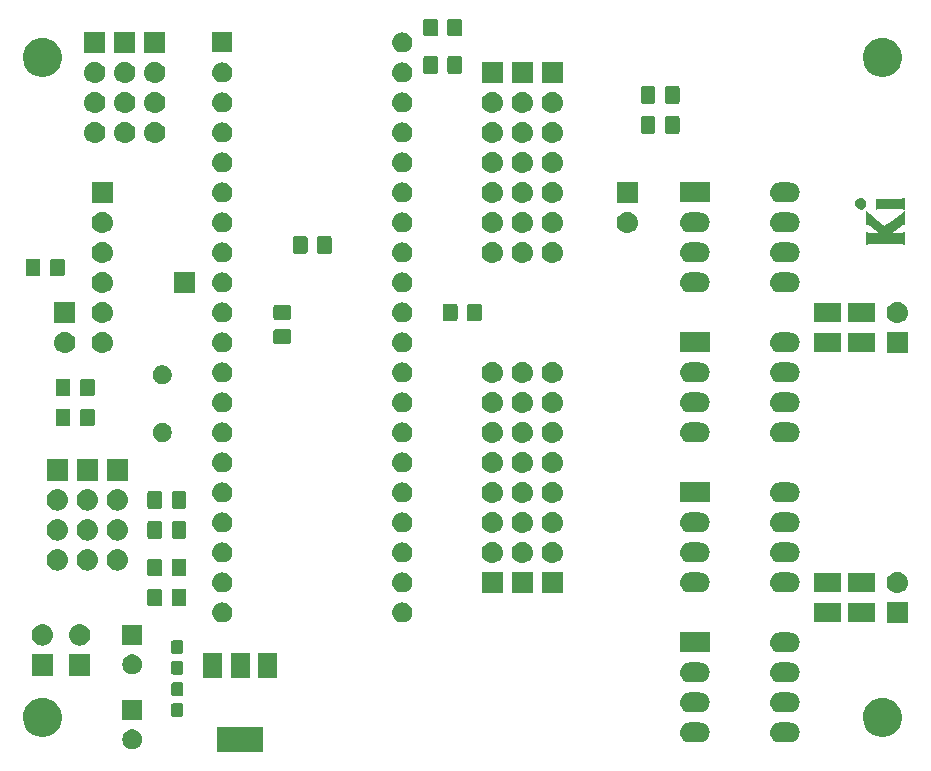
<source format=gts>
G04 #@! TF.GenerationSoftware,KiCad,Pcbnew,5.0.1-33cea8e~68~ubuntu18.04.1*
G04 #@! TF.CreationDate,2018-11-08T20:55:12+01:00*
G04 #@! TF.ProjectId,microcontrollerBoard,6D6963726F636F6E74726F6C6C657242,rev?*
G04 #@! TF.SameCoordinates,Original*
G04 #@! TF.FileFunction,Soldermask,Top*
G04 #@! TF.FilePolarity,Negative*
%FSLAX46Y46*%
G04 Gerber Fmt 4.6, Leading zero omitted, Abs format (unit mm)*
G04 Created by KiCad (PCBNEW 5.0.1-33cea8e~68~ubuntu18.04.1) date jue 08 nov 2018 20:55:12 CET*
%MOMM*%
%LPD*%
G01*
G04 APERTURE LIST*
%ADD10C,0.010000*%
%ADD11C,0.100000*%
G04 APERTURE END LIST*
D10*
G04 #@! TO.C,REF\002A\002A*
G36*
X147585960Y-66814059D02*
X147652395Y-66696455D01*
X147755045Y-66602977D01*
X147841124Y-66559188D01*
X147979614Y-66528578D01*
X148117591Y-66537679D01*
X148239084Y-66585027D01*
X148257850Y-66597412D01*
X148345408Y-66687851D01*
X148405553Y-66806729D01*
X148435418Y-66939667D01*
X148432134Y-67072287D01*
X148392832Y-67190210D01*
X148380244Y-67210994D01*
X148301394Y-67293263D01*
X148192770Y-67361086D01*
X148075295Y-67403253D01*
X148005799Y-67411600D01*
X147896575Y-67392326D01*
X147782110Y-67341810D01*
X147683158Y-67271018D01*
X147634295Y-67215358D01*
X147573876Y-67083139D01*
X147558776Y-66946163D01*
X147585960Y-66814059D01*
X147585960Y-66814059D01*
G37*
X147585960Y-66814059D02*
X147652395Y-66696455D01*
X147755045Y-66602977D01*
X147841124Y-66559188D01*
X147979614Y-66528578D01*
X148117591Y-66537679D01*
X148239084Y-66585027D01*
X148257850Y-66597412D01*
X148345408Y-66687851D01*
X148405553Y-66806729D01*
X148435418Y-66939667D01*
X148432134Y-67072287D01*
X148392832Y-67190210D01*
X148380244Y-67210994D01*
X148301394Y-67293263D01*
X148192770Y-67361086D01*
X148075295Y-67403253D01*
X148005799Y-67411600D01*
X147896575Y-67392326D01*
X147782110Y-67341810D01*
X147683158Y-67271018D01*
X147634295Y-67215358D01*
X147573876Y-67083139D01*
X147558776Y-66946163D01*
X147585960Y-66814059D01*
G36*
X150452045Y-66573400D02*
X150723528Y-66573179D01*
X150948618Y-66572417D01*
X151131721Y-66570974D01*
X151277240Y-66568706D01*
X151389583Y-66565469D01*
X151473155Y-66561122D01*
X151532359Y-66555520D01*
X151571603Y-66548522D01*
X151595292Y-66539984D01*
X151601395Y-66536108D01*
X151638943Y-66509822D01*
X151667085Y-66499109D01*
X151687174Y-66509290D01*
X151700563Y-66545688D01*
X151708605Y-66613624D01*
X151712653Y-66718422D01*
X151714060Y-66865402D01*
X151714200Y-66979800D01*
X151713515Y-67130082D01*
X151711608Y-67261273D01*
X151708702Y-67365573D01*
X151705017Y-67435181D01*
X151700776Y-67462295D01*
X151700488Y-67462400D01*
X151671454Y-67451845D01*
X151614509Y-67425274D01*
X151587200Y-67411600D01*
X151559760Y-67398734D01*
X151529394Y-67388241D01*
X151490920Y-67379880D01*
X151439155Y-67373409D01*
X151368918Y-67368589D01*
X151275027Y-67365178D01*
X151152301Y-67362935D01*
X150995559Y-67361619D01*
X150799617Y-67360990D01*
X150559296Y-67360805D01*
X150494750Y-67360800D01*
X150237269Y-67361053D01*
X150025749Y-67361929D01*
X149855351Y-67363604D01*
X149721238Y-67366252D01*
X149618571Y-67370050D01*
X149542513Y-67375173D01*
X149488226Y-67381797D01*
X149450872Y-67390097D01*
X149426938Y-67399553D01*
X149352000Y-67438305D01*
X149352000Y-66573400D01*
X150452045Y-66573400D01*
X150452045Y-66573400D01*
G37*
X150452045Y-66573400D02*
X150723528Y-66573179D01*
X150948618Y-66572417D01*
X151131721Y-66570974D01*
X151277240Y-66568706D01*
X151389583Y-66565469D01*
X151473155Y-66561122D01*
X151532359Y-66555520D01*
X151571603Y-66548522D01*
X151595292Y-66539984D01*
X151601395Y-66536108D01*
X151638943Y-66509822D01*
X151667085Y-66499109D01*
X151687174Y-66509290D01*
X151700563Y-66545688D01*
X151708605Y-66613624D01*
X151712653Y-66718422D01*
X151714060Y-66865402D01*
X151714200Y-66979800D01*
X151713515Y-67130082D01*
X151711608Y-67261273D01*
X151708702Y-67365573D01*
X151705017Y-67435181D01*
X151700776Y-67462295D01*
X151700488Y-67462400D01*
X151671454Y-67451845D01*
X151614509Y-67425274D01*
X151587200Y-67411600D01*
X151559760Y-67398734D01*
X151529394Y-67388241D01*
X151490920Y-67379880D01*
X151439155Y-67373409D01*
X151368918Y-67368589D01*
X151275027Y-67365178D01*
X151152301Y-67362935D01*
X150995559Y-67361619D01*
X150799617Y-67360990D01*
X150559296Y-67360805D01*
X150494750Y-67360800D01*
X150237269Y-67361053D01*
X150025749Y-67361929D01*
X149855351Y-67363604D01*
X149721238Y-67366252D01*
X149618571Y-67370050D01*
X149542513Y-67375173D01*
X149488226Y-67381797D01*
X149450872Y-67390097D01*
X149426938Y-67399553D01*
X149352000Y-67438305D01*
X149352000Y-66573400D01*
X150452045Y-66573400D01*
G36*
X148488400Y-68156253D02*
X148488400Y-67610941D01*
X148689787Y-67809721D01*
X149052691Y-68139429D01*
X149326815Y-68353849D01*
X149430400Y-68432297D01*
X149550529Y-68526856D01*
X149674202Y-68626950D01*
X149788419Y-68722002D01*
X149880181Y-68801434D01*
X149907760Y-68826532D01*
X149995212Y-68907964D01*
X150086356Y-68838006D01*
X150275604Y-68702564D01*
X150415050Y-68615022D01*
X150497286Y-68560152D01*
X150576612Y-68498876D01*
X150582607Y-68493727D01*
X150665581Y-68424778D01*
X150768137Y-68344253D01*
X150878288Y-68261058D01*
X150984047Y-68184098D01*
X151073425Y-68122281D01*
X151130547Y-68086624D01*
X151183596Y-68051543D01*
X151262062Y-67993014D01*
X151353252Y-67921180D01*
X151444472Y-67846185D01*
X151523032Y-67778172D01*
X151562020Y-67741800D01*
X151588081Y-67717911D01*
X151635406Y-67675637D01*
X151644570Y-67667523D01*
X151714200Y-67605945D01*
X151714200Y-68732400D01*
X151635923Y-68732400D01*
X151559395Y-68749163D01*
X151454149Y-68796393D01*
X151328239Y-68869507D01*
X151189716Y-68963919D01*
X151075533Y-69051458D01*
X150983313Y-69122732D01*
X150892269Y-69188053D01*
X150819535Y-69235223D01*
X150808833Y-69241329D01*
X150742434Y-69281371D01*
X150694284Y-69316658D01*
X150685500Y-69325301D01*
X150646816Y-69359862D01*
X150590250Y-69400085D01*
X150542093Y-69437774D01*
X150520487Y-69468285D01*
X150520400Y-69469586D01*
X150545091Y-69478462D01*
X150616381Y-69485582D01*
X150730092Y-69490736D01*
X150882044Y-69493717D01*
X151016961Y-69494400D01*
X151196263Y-69493716D01*
X151332270Y-69491305D01*
X151432475Y-69486625D01*
X151504369Y-69479137D01*
X151555443Y-69468302D01*
X151593188Y-69453579D01*
X151594811Y-69452756D01*
X151654491Y-69417283D01*
X151692618Y-69385777D01*
X151694761Y-69382906D01*
X151700323Y-69398403D01*
X151705262Y-69457753D01*
X151709312Y-69554014D01*
X151712207Y-69680241D01*
X151713682Y-69829489D01*
X151713811Y-69881206D01*
X151714200Y-70407711D01*
X151644350Y-70378032D01*
X151585758Y-70349859D01*
X151550370Y-70327776D01*
X151521142Y-70323943D01*
X151445781Y-70320343D01*
X151328951Y-70317041D01*
X151175317Y-70314104D01*
X150989546Y-70311601D01*
X150776302Y-70309596D01*
X150540251Y-70308158D01*
X150286059Y-70307353D01*
X150114290Y-70307201D01*
X149810311Y-70307259D01*
X149552912Y-70307530D01*
X149337874Y-70308154D01*
X149160978Y-70309274D01*
X149018004Y-70311031D01*
X148904733Y-70313567D01*
X148816945Y-70317024D01*
X148750421Y-70321543D01*
X148700941Y-70327267D01*
X148664286Y-70334338D01*
X148636237Y-70342896D01*
X148612574Y-70353084D01*
X148602699Y-70358001D01*
X148540869Y-70388756D01*
X148501660Y-70406810D01*
X148495729Y-70408801D01*
X148493507Y-70384665D01*
X148491556Y-70317312D01*
X148489984Y-70214328D01*
X148488901Y-70083294D01*
X148488415Y-69931795D01*
X148488400Y-69898083D01*
X148488664Y-69724940D01*
X148489831Y-69596371D01*
X148492464Y-69506154D01*
X148497123Y-69448063D01*
X148504372Y-69415876D01*
X148514772Y-69403368D01*
X148528885Y-69404314D01*
X148532850Y-69405836D01*
X148621673Y-69439195D01*
X148710181Y-69463261D01*
X148809141Y-69479420D01*
X148929321Y-69489058D01*
X149081488Y-69493560D01*
X149221088Y-69494400D01*
X149640904Y-69494401D01*
X149567900Y-69418201D01*
X149517557Y-69370587D01*
X149480278Y-69344006D01*
X149473483Y-69342000D01*
X149447550Y-69326863D01*
X149394128Y-69287372D01*
X149324145Y-69232412D01*
X149248529Y-69170868D01*
X149178209Y-69111623D01*
X149124114Y-69063561D01*
X149098000Y-69036761D01*
X149070734Y-69014439D01*
X149014630Y-68976064D01*
X148971000Y-68948198D01*
X148883298Y-68889995D01*
X148796698Y-68827049D01*
X148768362Y-68804701D01*
X148701736Y-68759987D01*
X148640643Y-68734592D01*
X148624390Y-68732400D01*
X148580677Y-68731878D01*
X148547502Y-68726209D01*
X148523412Y-68709238D01*
X148506955Y-68674811D01*
X148496677Y-68616774D01*
X148491127Y-68528972D01*
X148488851Y-68405250D01*
X148488396Y-68239455D01*
X148488400Y-68156253D01*
X148488400Y-68156253D01*
G37*
X148488400Y-68156253D02*
X148488400Y-67610941D01*
X148689787Y-67809721D01*
X149052691Y-68139429D01*
X149326815Y-68353849D01*
X149430400Y-68432297D01*
X149550529Y-68526856D01*
X149674202Y-68626950D01*
X149788419Y-68722002D01*
X149880181Y-68801434D01*
X149907760Y-68826532D01*
X149995212Y-68907964D01*
X150086356Y-68838006D01*
X150275604Y-68702564D01*
X150415050Y-68615022D01*
X150497286Y-68560152D01*
X150576612Y-68498876D01*
X150582607Y-68493727D01*
X150665581Y-68424778D01*
X150768137Y-68344253D01*
X150878288Y-68261058D01*
X150984047Y-68184098D01*
X151073425Y-68122281D01*
X151130547Y-68086624D01*
X151183596Y-68051543D01*
X151262062Y-67993014D01*
X151353252Y-67921180D01*
X151444472Y-67846185D01*
X151523032Y-67778172D01*
X151562020Y-67741800D01*
X151588081Y-67717911D01*
X151635406Y-67675637D01*
X151644570Y-67667523D01*
X151714200Y-67605945D01*
X151714200Y-68732400D01*
X151635923Y-68732400D01*
X151559395Y-68749163D01*
X151454149Y-68796393D01*
X151328239Y-68869507D01*
X151189716Y-68963919D01*
X151075533Y-69051458D01*
X150983313Y-69122732D01*
X150892269Y-69188053D01*
X150819535Y-69235223D01*
X150808833Y-69241329D01*
X150742434Y-69281371D01*
X150694284Y-69316658D01*
X150685500Y-69325301D01*
X150646816Y-69359862D01*
X150590250Y-69400085D01*
X150542093Y-69437774D01*
X150520487Y-69468285D01*
X150520400Y-69469586D01*
X150545091Y-69478462D01*
X150616381Y-69485582D01*
X150730092Y-69490736D01*
X150882044Y-69493717D01*
X151016961Y-69494400D01*
X151196263Y-69493716D01*
X151332270Y-69491305D01*
X151432475Y-69486625D01*
X151504369Y-69479137D01*
X151555443Y-69468302D01*
X151593188Y-69453579D01*
X151594811Y-69452756D01*
X151654491Y-69417283D01*
X151692618Y-69385777D01*
X151694761Y-69382906D01*
X151700323Y-69398403D01*
X151705262Y-69457753D01*
X151709312Y-69554014D01*
X151712207Y-69680241D01*
X151713682Y-69829489D01*
X151713811Y-69881206D01*
X151714200Y-70407711D01*
X151644350Y-70378032D01*
X151585758Y-70349859D01*
X151550370Y-70327776D01*
X151521142Y-70323943D01*
X151445781Y-70320343D01*
X151328951Y-70317041D01*
X151175317Y-70314104D01*
X150989546Y-70311601D01*
X150776302Y-70309596D01*
X150540251Y-70308158D01*
X150286059Y-70307353D01*
X150114290Y-70307201D01*
X149810311Y-70307259D01*
X149552912Y-70307530D01*
X149337874Y-70308154D01*
X149160978Y-70309274D01*
X149018004Y-70311031D01*
X148904733Y-70313567D01*
X148816945Y-70317024D01*
X148750421Y-70321543D01*
X148700941Y-70327267D01*
X148664286Y-70334338D01*
X148636237Y-70342896D01*
X148612574Y-70353084D01*
X148602699Y-70358001D01*
X148540869Y-70388756D01*
X148501660Y-70406810D01*
X148495729Y-70408801D01*
X148493507Y-70384665D01*
X148491556Y-70317312D01*
X148489984Y-70214328D01*
X148488901Y-70083294D01*
X148488415Y-69931795D01*
X148488400Y-69898083D01*
X148488664Y-69724940D01*
X148489831Y-69596371D01*
X148492464Y-69506154D01*
X148497123Y-69448063D01*
X148504372Y-69415876D01*
X148514772Y-69403368D01*
X148528885Y-69404314D01*
X148532850Y-69405836D01*
X148621673Y-69439195D01*
X148710181Y-69463261D01*
X148809141Y-69479420D01*
X148929321Y-69489058D01*
X149081488Y-69493560D01*
X149221088Y-69494400D01*
X149640904Y-69494401D01*
X149567900Y-69418201D01*
X149517557Y-69370587D01*
X149480278Y-69344006D01*
X149473483Y-69342000D01*
X149447550Y-69326863D01*
X149394128Y-69287372D01*
X149324145Y-69232412D01*
X149248529Y-69170868D01*
X149178209Y-69111623D01*
X149124114Y-69063561D01*
X149098000Y-69036761D01*
X149070734Y-69014439D01*
X149014630Y-68976064D01*
X148971000Y-68948198D01*
X148883298Y-68889995D01*
X148796698Y-68827049D01*
X148768362Y-68804701D01*
X148701736Y-68759987D01*
X148640643Y-68734592D01*
X148624390Y-68732400D01*
X148580677Y-68731878D01*
X148547502Y-68726209D01*
X148523412Y-68709238D01*
X148506955Y-68674811D01*
X148496677Y-68616774D01*
X148491127Y-68528972D01*
X148488851Y-68405250D01*
X148488396Y-68239455D01*
X148488400Y-68156253D01*
D11*
G36*
X97441000Y-113421000D02*
X93539000Y-113421000D01*
X93539000Y-111319000D01*
X97441000Y-111319000D01*
X97441000Y-113421000D01*
X97441000Y-113421000D01*
G37*
G36*
X86608228Y-111536703D02*
X86763100Y-111600853D01*
X86902481Y-111693985D01*
X87021015Y-111812519D01*
X87114147Y-111951900D01*
X87178297Y-112106772D01*
X87211000Y-112271184D01*
X87211000Y-112438816D01*
X87178297Y-112603228D01*
X87114147Y-112758100D01*
X87021015Y-112897481D01*
X86902481Y-113016015D01*
X86763100Y-113109147D01*
X86608228Y-113173297D01*
X86443816Y-113206000D01*
X86276184Y-113206000D01*
X86111772Y-113173297D01*
X85956900Y-113109147D01*
X85817519Y-113016015D01*
X85698985Y-112897481D01*
X85605853Y-112758100D01*
X85541703Y-112603228D01*
X85509000Y-112438816D01*
X85509000Y-112271184D01*
X85541703Y-112106772D01*
X85605853Y-111951900D01*
X85698985Y-111812519D01*
X85817519Y-111693985D01*
X85956900Y-111600853D01*
X86111772Y-111536703D01*
X86276184Y-111504000D01*
X86443816Y-111504000D01*
X86608228Y-111536703D01*
X86608228Y-111536703D01*
G37*
G36*
X142171821Y-110921313D02*
X142171824Y-110921314D01*
X142171825Y-110921314D01*
X142332239Y-110969975D01*
X142332241Y-110969976D01*
X142332244Y-110969977D01*
X142480078Y-111048995D01*
X142609659Y-111155341D01*
X142716005Y-111284922D01*
X142795023Y-111432756D01*
X142795024Y-111432759D01*
X142795025Y-111432761D01*
X142828299Y-111542451D01*
X142843687Y-111593179D01*
X142860117Y-111760000D01*
X142843687Y-111926821D01*
X142843686Y-111926824D01*
X142843686Y-111926825D01*
X142836080Y-111951900D01*
X142795023Y-112087244D01*
X142716005Y-112235078D01*
X142609659Y-112364659D01*
X142480078Y-112471005D01*
X142332244Y-112550023D01*
X142332241Y-112550024D01*
X142332239Y-112550025D01*
X142171825Y-112598686D01*
X142171824Y-112598686D01*
X142171821Y-112598687D01*
X142046804Y-112611000D01*
X141163196Y-112611000D01*
X141038179Y-112598687D01*
X141038176Y-112598686D01*
X141038175Y-112598686D01*
X140877761Y-112550025D01*
X140877759Y-112550024D01*
X140877756Y-112550023D01*
X140729922Y-112471005D01*
X140600341Y-112364659D01*
X140493995Y-112235078D01*
X140414977Y-112087244D01*
X140373921Y-111951900D01*
X140366314Y-111926825D01*
X140366314Y-111926824D01*
X140366313Y-111926821D01*
X140349883Y-111760000D01*
X140366313Y-111593179D01*
X140381701Y-111542451D01*
X140414975Y-111432761D01*
X140414976Y-111432759D01*
X140414977Y-111432756D01*
X140493995Y-111284922D01*
X140600341Y-111155341D01*
X140729922Y-111048995D01*
X140877756Y-110969977D01*
X140877759Y-110969976D01*
X140877761Y-110969975D01*
X141038175Y-110921314D01*
X141038176Y-110921314D01*
X141038179Y-110921313D01*
X141163196Y-110909000D01*
X142046804Y-110909000D01*
X142171821Y-110921313D01*
X142171821Y-110921313D01*
G37*
G36*
X134551821Y-110921313D02*
X134551824Y-110921314D01*
X134551825Y-110921314D01*
X134712239Y-110969975D01*
X134712241Y-110969976D01*
X134712244Y-110969977D01*
X134860078Y-111048995D01*
X134989659Y-111155341D01*
X135096005Y-111284922D01*
X135175023Y-111432756D01*
X135175024Y-111432759D01*
X135175025Y-111432761D01*
X135208299Y-111542451D01*
X135223687Y-111593179D01*
X135240117Y-111760000D01*
X135223687Y-111926821D01*
X135223686Y-111926824D01*
X135223686Y-111926825D01*
X135216080Y-111951900D01*
X135175023Y-112087244D01*
X135096005Y-112235078D01*
X134989659Y-112364659D01*
X134860078Y-112471005D01*
X134712244Y-112550023D01*
X134712241Y-112550024D01*
X134712239Y-112550025D01*
X134551825Y-112598686D01*
X134551824Y-112598686D01*
X134551821Y-112598687D01*
X134426804Y-112611000D01*
X133543196Y-112611000D01*
X133418179Y-112598687D01*
X133418176Y-112598686D01*
X133418175Y-112598686D01*
X133257761Y-112550025D01*
X133257759Y-112550024D01*
X133257756Y-112550023D01*
X133109922Y-112471005D01*
X132980341Y-112364659D01*
X132873995Y-112235078D01*
X132794977Y-112087244D01*
X132753921Y-111951900D01*
X132746314Y-111926825D01*
X132746314Y-111926824D01*
X132746313Y-111926821D01*
X132729883Y-111760000D01*
X132746313Y-111593179D01*
X132761701Y-111542451D01*
X132794975Y-111432761D01*
X132794976Y-111432759D01*
X132794977Y-111432756D01*
X132873995Y-111284922D01*
X132980341Y-111155341D01*
X133109922Y-111048995D01*
X133257756Y-110969977D01*
X133257759Y-110969976D01*
X133257761Y-110969975D01*
X133418175Y-110921314D01*
X133418176Y-110921314D01*
X133418179Y-110921313D01*
X133543196Y-110909000D01*
X134426804Y-110909000D01*
X134551821Y-110921313D01*
X134551821Y-110921313D01*
G37*
G36*
X79115256Y-108881298D02*
X79221579Y-108902447D01*
X79522042Y-109026903D01*
X79788852Y-109205180D01*
X79792454Y-109207587D01*
X80022413Y-109437546D01*
X80022415Y-109437549D01*
X80203097Y-109707958D01*
X80327553Y-110008421D01*
X80340001Y-110071000D01*
X80388360Y-110314115D01*
X80391000Y-110327391D01*
X80391000Y-110652609D01*
X80327553Y-110971579D01*
X80203097Y-111272042D01*
X80095711Y-111432756D01*
X80022413Y-111542454D01*
X79792454Y-111772413D01*
X79792451Y-111772415D01*
X79522042Y-111953097D01*
X79221579Y-112077553D01*
X79115256Y-112098702D01*
X78902611Y-112141000D01*
X78577389Y-112141000D01*
X78364744Y-112098702D01*
X78258421Y-112077553D01*
X77957958Y-111953097D01*
X77687549Y-111772415D01*
X77687546Y-111772413D01*
X77457587Y-111542454D01*
X77384289Y-111432756D01*
X77276903Y-111272042D01*
X77152447Y-110971579D01*
X77089000Y-110652609D01*
X77089000Y-110327391D01*
X77091641Y-110314115D01*
X77139999Y-110071000D01*
X77152447Y-110008421D01*
X77276903Y-109707958D01*
X77457585Y-109437549D01*
X77457587Y-109437546D01*
X77687546Y-109207587D01*
X77691148Y-109205180D01*
X77957958Y-109026903D01*
X78258421Y-108902447D01*
X78364744Y-108881298D01*
X78577389Y-108839000D01*
X78902611Y-108839000D01*
X79115256Y-108881298D01*
X79115256Y-108881298D01*
G37*
G36*
X150235256Y-108881298D02*
X150341579Y-108902447D01*
X150642042Y-109026903D01*
X150908852Y-109205180D01*
X150912454Y-109207587D01*
X151142413Y-109437546D01*
X151142415Y-109437549D01*
X151323097Y-109707958D01*
X151447553Y-110008421D01*
X151460001Y-110071000D01*
X151508360Y-110314115D01*
X151511000Y-110327391D01*
X151511000Y-110652609D01*
X151447553Y-110971579D01*
X151323097Y-111272042D01*
X151215711Y-111432756D01*
X151142413Y-111542454D01*
X150912454Y-111772413D01*
X150912451Y-111772415D01*
X150642042Y-111953097D01*
X150341579Y-112077553D01*
X150235256Y-112098702D01*
X150022611Y-112141000D01*
X149697389Y-112141000D01*
X149484744Y-112098702D01*
X149378421Y-112077553D01*
X149077958Y-111953097D01*
X148807549Y-111772415D01*
X148807546Y-111772413D01*
X148577587Y-111542454D01*
X148504289Y-111432756D01*
X148396903Y-111272042D01*
X148272447Y-110971579D01*
X148209000Y-110652609D01*
X148209000Y-110327391D01*
X148211641Y-110314115D01*
X148259999Y-110071000D01*
X148272447Y-110008421D01*
X148396903Y-109707958D01*
X148577585Y-109437549D01*
X148577587Y-109437546D01*
X148807546Y-109207587D01*
X148811148Y-109205180D01*
X149077958Y-109026903D01*
X149378421Y-108902447D01*
X149484744Y-108881298D01*
X149697389Y-108839000D01*
X150022611Y-108839000D01*
X150235256Y-108881298D01*
X150235256Y-108881298D01*
G37*
G36*
X87211000Y-110706000D02*
X85509000Y-110706000D01*
X85509000Y-109004000D01*
X87211000Y-109004000D01*
X87211000Y-110706000D01*
X87211000Y-110706000D01*
G37*
G36*
X90534499Y-109283445D02*
X90571993Y-109294819D01*
X90606557Y-109313294D01*
X90636847Y-109338153D01*
X90661706Y-109368443D01*
X90680181Y-109403007D01*
X90691555Y-109440501D01*
X90696000Y-109485638D01*
X90696000Y-110224362D01*
X90691555Y-110269499D01*
X90680181Y-110306993D01*
X90661706Y-110341557D01*
X90636847Y-110371847D01*
X90606557Y-110396706D01*
X90571993Y-110415181D01*
X90534499Y-110426555D01*
X90489362Y-110431000D01*
X89850638Y-110431000D01*
X89805501Y-110426555D01*
X89768007Y-110415181D01*
X89733443Y-110396706D01*
X89703153Y-110371847D01*
X89678294Y-110341557D01*
X89659819Y-110306993D01*
X89648445Y-110269499D01*
X89644000Y-110224362D01*
X89644000Y-109485638D01*
X89648445Y-109440501D01*
X89659819Y-109403007D01*
X89678294Y-109368443D01*
X89703153Y-109338153D01*
X89733443Y-109313294D01*
X89768007Y-109294819D01*
X89805501Y-109283445D01*
X89850638Y-109279000D01*
X90489362Y-109279000D01*
X90534499Y-109283445D01*
X90534499Y-109283445D01*
G37*
G36*
X134551821Y-108381313D02*
X134551824Y-108381314D01*
X134551825Y-108381314D01*
X134712239Y-108429975D01*
X134712241Y-108429976D01*
X134712244Y-108429977D01*
X134860078Y-108508995D01*
X134989659Y-108615341D01*
X135096005Y-108744922D01*
X135175023Y-108892756D01*
X135223687Y-109053179D01*
X135240117Y-109220000D01*
X135223687Y-109386821D01*
X135223686Y-109386824D01*
X135223686Y-109386825D01*
X135192179Y-109490691D01*
X135175023Y-109547244D01*
X135096005Y-109695078D01*
X134989659Y-109824659D01*
X134860078Y-109931005D01*
X134712244Y-110010023D01*
X134712241Y-110010024D01*
X134712239Y-110010025D01*
X134551825Y-110058686D01*
X134551824Y-110058686D01*
X134551821Y-110058687D01*
X134426804Y-110071000D01*
X133543196Y-110071000D01*
X133418179Y-110058687D01*
X133418176Y-110058686D01*
X133418175Y-110058686D01*
X133257761Y-110010025D01*
X133257759Y-110010024D01*
X133257756Y-110010023D01*
X133109922Y-109931005D01*
X132980341Y-109824659D01*
X132873995Y-109695078D01*
X132794977Y-109547244D01*
X132777822Y-109490691D01*
X132746314Y-109386825D01*
X132746314Y-109386824D01*
X132746313Y-109386821D01*
X132729883Y-109220000D01*
X132746313Y-109053179D01*
X132794977Y-108892756D01*
X132873995Y-108744922D01*
X132980341Y-108615341D01*
X133109922Y-108508995D01*
X133257756Y-108429977D01*
X133257759Y-108429976D01*
X133257761Y-108429975D01*
X133418175Y-108381314D01*
X133418176Y-108381314D01*
X133418179Y-108381313D01*
X133543196Y-108369000D01*
X134426804Y-108369000D01*
X134551821Y-108381313D01*
X134551821Y-108381313D01*
G37*
G36*
X142171821Y-108381313D02*
X142171824Y-108381314D01*
X142171825Y-108381314D01*
X142332239Y-108429975D01*
X142332241Y-108429976D01*
X142332244Y-108429977D01*
X142480078Y-108508995D01*
X142609659Y-108615341D01*
X142716005Y-108744922D01*
X142795023Y-108892756D01*
X142843687Y-109053179D01*
X142860117Y-109220000D01*
X142843687Y-109386821D01*
X142843686Y-109386824D01*
X142843686Y-109386825D01*
X142812179Y-109490691D01*
X142795023Y-109547244D01*
X142716005Y-109695078D01*
X142609659Y-109824659D01*
X142480078Y-109931005D01*
X142332244Y-110010023D01*
X142332241Y-110010024D01*
X142332239Y-110010025D01*
X142171825Y-110058686D01*
X142171824Y-110058686D01*
X142171821Y-110058687D01*
X142046804Y-110071000D01*
X141163196Y-110071000D01*
X141038179Y-110058687D01*
X141038176Y-110058686D01*
X141038175Y-110058686D01*
X140877761Y-110010025D01*
X140877759Y-110010024D01*
X140877756Y-110010023D01*
X140729922Y-109931005D01*
X140600341Y-109824659D01*
X140493995Y-109695078D01*
X140414977Y-109547244D01*
X140397822Y-109490691D01*
X140366314Y-109386825D01*
X140366314Y-109386824D01*
X140366313Y-109386821D01*
X140349883Y-109220000D01*
X140366313Y-109053179D01*
X140414977Y-108892756D01*
X140493995Y-108744922D01*
X140600341Y-108615341D01*
X140729922Y-108508995D01*
X140877756Y-108429977D01*
X140877759Y-108429976D01*
X140877761Y-108429975D01*
X141038175Y-108381314D01*
X141038176Y-108381314D01*
X141038179Y-108381313D01*
X141163196Y-108369000D01*
X142046804Y-108369000D01*
X142171821Y-108381313D01*
X142171821Y-108381313D01*
G37*
G36*
X90534499Y-107533445D02*
X90571993Y-107544819D01*
X90606557Y-107563294D01*
X90636847Y-107588153D01*
X90661706Y-107618443D01*
X90680181Y-107653007D01*
X90691555Y-107690501D01*
X90696000Y-107735638D01*
X90696000Y-108474362D01*
X90691555Y-108519499D01*
X90680181Y-108556993D01*
X90661706Y-108591557D01*
X90636847Y-108621847D01*
X90606557Y-108646706D01*
X90571993Y-108665181D01*
X90534499Y-108676555D01*
X90489362Y-108681000D01*
X89850638Y-108681000D01*
X89805501Y-108676555D01*
X89768007Y-108665181D01*
X89733443Y-108646706D01*
X89703153Y-108621847D01*
X89678294Y-108591557D01*
X89659819Y-108556993D01*
X89648445Y-108519499D01*
X89644000Y-108474362D01*
X89644000Y-107735638D01*
X89648445Y-107690501D01*
X89659819Y-107653007D01*
X89678294Y-107618443D01*
X89703153Y-107588153D01*
X89733443Y-107563294D01*
X89768007Y-107544819D01*
X89805501Y-107533445D01*
X89850638Y-107529000D01*
X90489362Y-107529000D01*
X90534499Y-107533445D01*
X90534499Y-107533445D01*
G37*
G36*
X142171821Y-105841313D02*
X142171824Y-105841314D01*
X142171825Y-105841314D01*
X142332239Y-105889975D01*
X142332241Y-105889976D01*
X142332244Y-105889977D01*
X142480078Y-105968995D01*
X142609659Y-106075341D01*
X142716005Y-106204922D01*
X142795023Y-106352756D01*
X142795024Y-106352759D01*
X142795025Y-106352761D01*
X142843686Y-106513175D01*
X142843687Y-106513179D01*
X142860117Y-106680000D01*
X142843687Y-106846821D01*
X142843686Y-106846824D01*
X142843686Y-106846825D01*
X142813602Y-106946000D01*
X142795023Y-107007244D01*
X142716005Y-107155078D01*
X142609659Y-107284659D01*
X142480078Y-107391005D01*
X142332244Y-107470023D01*
X142332241Y-107470024D01*
X142332239Y-107470025D01*
X142171825Y-107518686D01*
X142171824Y-107518686D01*
X142171821Y-107518687D01*
X142046804Y-107531000D01*
X141163196Y-107531000D01*
X141038179Y-107518687D01*
X141038176Y-107518686D01*
X141038175Y-107518686D01*
X140877761Y-107470025D01*
X140877759Y-107470024D01*
X140877756Y-107470023D01*
X140729922Y-107391005D01*
X140600341Y-107284659D01*
X140493995Y-107155078D01*
X140414977Y-107007244D01*
X140396399Y-106946000D01*
X140366314Y-106846825D01*
X140366314Y-106846824D01*
X140366313Y-106846821D01*
X140349883Y-106680000D01*
X140366313Y-106513179D01*
X140366314Y-106513175D01*
X140414975Y-106352761D01*
X140414976Y-106352759D01*
X140414977Y-106352756D01*
X140493995Y-106204922D01*
X140600341Y-106075341D01*
X140729922Y-105968995D01*
X140877756Y-105889977D01*
X140877759Y-105889976D01*
X140877761Y-105889975D01*
X141038175Y-105841314D01*
X141038176Y-105841314D01*
X141038179Y-105841313D01*
X141163196Y-105829000D01*
X142046804Y-105829000D01*
X142171821Y-105841313D01*
X142171821Y-105841313D01*
G37*
G36*
X134551821Y-105841313D02*
X134551824Y-105841314D01*
X134551825Y-105841314D01*
X134712239Y-105889975D01*
X134712241Y-105889976D01*
X134712244Y-105889977D01*
X134860078Y-105968995D01*
X134989659Y-106075341D01*
X135096005Y-106204922D01*
X135175023Y-106352756D01*
X135175024Y-106352759D01*
X135175025Y-106352761D01*
X135223686Y-106513175D01*
X135223687Y-106513179D01*
X135240117Y-106680000D01*
X135223687Y-106846821D01*
X135223686Y-106846824D01*
X135223686Y-106846825D01*
X135193602Y-106946000D01*
X135175023Y-107007244D01*
X135096005Y-107155078D01*
X134989659Y-107284659D01*
X134860078Y-107391005D01*
X134712244Y-107470023D01*
X134712241Y-107470024D01*
X134712239Y-107470025D01*
X134551825Y-107518686D01*
X134551824Y-107518686D01*
X134551821Y-107518687D01*
X134426804Y-107531000D01*
X133543196Y-107531000D01*
X133418179Y-107518687D01*
X133418176Y-107518686D01*
X133418175Y-107518686D01*
X133257761Y-107470025D01*
X133257759Y-107470024D01*
X133257756Y-107470023D01*
X133109922Y-107391005D01*
X132980341Y-107284659D01*
X132873995Y-107155078D01*
X132794977Y-107007244D01*
X132776399Y-106946000D01*
X132746314Y-106846825D01*
X132746314Y-106846824D01*
X132746313Y-106846821D01*
X132729883Y-106680000D01*
X132746313Y-106513179D01*
X132746314Y-106513175D01*
X132794975Y-106352761D01*
X132794976Y-106352759D01*
X132794977Y-106352756D01*
X132873995Y-106204922D01*
X132980341Y-106075341D01*
X133109922Y-105968995D01*
X133257756Y-105889977D01*
X133257759Y-105889976D01*
X133257761Y-105889975D01*
X133418175Y-105841314D01*
X133418176Y-105841314D01*
X133418179Y-105841313D01*
X133543196Y-105829000D01*
X134426804Y-105829000D01*
X134551821Y-105841313D01*
X134551821Y-105841313D01*
G37*
G36*
X98591000Y-107121000D02*
X96989000Y-107121000D01*
X96989000Y-105019000D01*
X98591000Y-105019000D01*
X98591000Y-107121000D01*
X98591000Y-107121000D01*
G37*
G36*
X93991000Y-107121000D02*
X92389000Y-107121000D01*
X92389000Y-105019000D01*
X93991000Y-105019000D01*
X93991000Y-107121000D01*
X93991000Y-107121000D01*
G37*
G36*
X96291000Y-107121000D02*
X94689000Y-107121000D01*
X94689000Y-105019000D01*
X96291000Y-105019000D01*
X96291000Y-107121000D01*
X96291000Y-107121000D01*
G37*
G36*
X82816000Y-106946000D02*
X81014000Y-106946000D01*
X81014000Y-105144000D01*
X82816000Y-105144000D01*
X82816000Y-106946000D01*
X82816000Y-106946000D01*
G37*
G36*
X79641000Y-106946000D02*
X77839000Y-106946000D01*
X77839000Y-105144000D01*
X79641000Y-105144000D01*
X79641000Y-106946000D01*
X79641000Y-106946000D01*
G37*
G36*
X90534499Y-105713445D02*
X90571993Y-105724819D01*
X90606557Y-105743294D01*
X90636847Y-105768153D01*
X90661706Y-105798443D01*
X90680181Y-105833007D01*
X90691555Y-105870501D01*
X90696000Y-105915638D01*
X90696000Y-106654362D01*
X90691555Y-106699499D01*
X90680181Y-106736993D01*
X90661706Y-106771557D01*
X90636847Y-106801847D01*
X90606557Y-106826706D01*
X90571993Y-106845181D01*
X90534499Y-106856555D01*
X90489362Y-106861000D01*
X89850638Y-106861000D01*
X89805501Y-106856555D01*
X89768007Y-106845181D01*
X89733443Y-106826706D01*
X89703153Y-106801847D01*
X89678294Y-106771557D01*
X89659819Y-106736993D01*
X89648445Y-106699499D01*
X89644000Y-106654362D01*
X89644000Y-105915638D01*
X89648445Y-105870501D01*
X89659819Y-105833007D01*
X89678294Y-105798443D01*
X89703153Y-105768153D01*
X89733443Y-105743294D01*
X89768007Y-105724819D01*
X89805501Y-105713445D01*
X89850638Y-105709000D01*
X90489362Y-105709000D01*
X90534499Y-105713445D01*
X90534499Y-105713445D01*
G37*
G36*
X86608228Y-105186703D02*
X86763100Y-105250853D01*
X86902481Y-105343985D01*
X87021015Y-105462519D01*
X87114147Y-105601900D01*
X87178297Y-105756772D01*
X87211000Y-105921184D01*
X87211000Y-106088816D01*
X87178297Y-106253228D01*
X87114147Y-106408100D01*
X87021015Y-106547481D01*
X86902481Y-106666015D01*
X86763100Y-106759147D01*
X86608228Y-106823297D01*
X86443816Y-106856000D01*
X86276184Y-106856000D01*
X86111772Y-106823297D01*
X85956900Y-106759147D01*
X85817519Y-106666015D01*
X85698985Y-106547481D01*
X85605853Y-106408100D01*
X85541703Y-106253228D01*
X85509000Y-106088816D01*
X85509000Y-105921184D01*
X85541703Y-105756772D01*
X85605853Y-105601900D01*
X85698985Y-105462519D01*
X85817519Y-105343985D01*
X85956900Y-105250853D01*
X86111772Y-105186703D01*
X86276184Y-105154000D01*
X86443816Y-105154000D01*
X86608228Y-105186703D01*
X86608228Y-105186703D01*
G37*
G36*
X90534499Y-103963445D02*
X90571993Y-103974819D01*
X90606557Y-103993294D01*
X90636847Y-104018153D01*
X90661706Y-104048443D01*
X90680181Y-104083007D01*
X90691555Y-104120501D01*
X90696000Y-104165638D01*
X90696000Y-104904362D01*
X90691555Y-104949499D01*
X90680181Y-104986993D01*
X90661706Y-105021557D01*
X90636847Y-105051847D01*
X90606557Y-105076706D01*
X90571993Y-105095181D01*
X90534499Y-105106555D01*
X90489362Y-105111000D01*
X89850638Y-105111000D01*
X89805501Y-105106555D01*
X89768007Y-105095181D01*
X89733443Y-105076706D01*
X89703153Y-105051847D01*
X89678294Y-105021557D01*
X89659819Y-104986993D01*
X89648445Y-104949499D01*
X89644000Y-104904362D01*
X89644000Y-104165638D01*
X89648445Y-104120501D01*
X89659819Y-104083007D01*
X89678294Y-104048443D01*
X89703153Y-104018153D01*
X89733443Y-103993294D01*
X89768007Y-103974819D01*
X89805501Y-103963445D01*
X89850638Y-103959000D01*
X90489362Y-103959000D01*
X90534499Y-103963445D01*
X90534499Y-103963445D01*
G37*
G36*
X135236000Y-104991000D02*
X132734000Y-104991000D01*
X132734000Y-103289000D01*
X135236000Y-103289000D01*
X135236000Y-104991000D01*
X135236000Y-104991000D01*
G37*
G36*
X142171821Y-103301313D02*
X142171824Y-103301314D01*
X142171825Y-103301314D01*
X142332239Y-103349975D01*
X142332241Y-103349976D01*
X142332244Y-103349977D01*
X142480078Y-103428995D01*
X142609659Y-103535341D01*
X142716005Y-103664922D01*
X142795023Y-103812756D01*
X142843687Y-103973179D01*
X142860117Y-104140000D01*
X142843687Y-104306821D01*
X142843686Y-104306824D01*
X142843686Y-104306825D01*
X142813602Y-104406000D01*
X142795023Y-104467244D01*
X142716005Y-104615078D01*
X142609659Y-104744659D01*
X142480078Y-104851005D01*
X142332244Y-104930023D01*
X142332241Y-104930024D01*
X142332239Y-104930025D01*
X142171825Y-104978686D01*
X142171824Y-104978686D01*
X142171821Y-104978687D01*
X142046804Y-104991000D01*
X141163196Y-104991000D01*
X141038179Y-104978687D01*
X141038176Y-104978686D01*
X141038175Y-104978686D01*
X140877761Y-104930025D01*
X140877759Y-104930024D01*
X140877756Y-104930023D01*
X140729922Y-104851005D01*
X140600341Y-104744659D01*
X140493995Y-104615078D01*
X140414977Y-104467244D01*
X140396399Y-104406000D01*
X140366314Y-104306825D01*
X140366314Y-104306824D01*
X140366313Y-104306821D01*
X140349883Y-104140000D01*
X140366313Y-103973179D01*
X140414977Y-103812756D01*
X140493995Y-103664922D01*
X140600341Y-103535341D01*
X140729922Y-103428995D01*
X140877756Y-103349977D01*
X140877759Y-103349976D01*
X140877761Y-103349975D01*
X141038175Y-103301314D01*
X141038176Y-103301314D01*
X141038179Y-103301313D01*
X141163196Y-103289000D01*
X142046804Y-103289000D01*
X142171821Y-103301313D01*
X142171821Y-103301313D01*
G37*
G36*
X82025442Y-102610518D02*
X82091627Y-102617037D01*
X82204853Y-102651384D01*
X82261467Y-102668557D01*
X82400087Y-102742652D01*
X82417991Y-102752222D01*
X82453729Y-102781552D01*
X82555186Y-102864814D01*
X82638448Y-102966271D01*
X82667778Y-103002009D01*
X82667779Y-103002011D01*
X82751443Y-103158533D01*
X82751443Y-103158534D01*
X82802963Y-103328373D01*
X82820359Y-103505000D01*
X82802963Y-103681627D01*
X82768616Y-103794853D01*
X82751443Y-103851467D01*
X82691589Y-103963445D01*
X82667778Y-104007991D01*
X82659438Y-104018153D01*
X82555186Y-104145186D01*
X82461586Y-104222000D01*
X82417991Y-104257778D01*
X82417989Y-104257779D01*
X82261467Y-104341443D01*
X82213478Y-104356000D01*
X82091627Y-104392963D01*
X82025442Y-104399482D01*
X81959260Y-104406000D01*
X81870740Y-104406000D01*
X81804558Y-104399482D01*
X81738373Y-104392963D01*
X81616522Y-104356000D01*
X81568533Y-104341443D01*
X81412011Y-104257779D01*
X81412009Y-104257778D01*
X81368414Y-104222000D01*
X81274814Y-104145186D01*
X81170562Y-104018153D01*
X81162222Y-104007991D01*
X81138411Y-103963445D01*
X81078557Y-103851467D01*
X81061384Y-103794853D01*
X81027037Y-103681627D01*
X81009641Y-103505000D01*
X81027037Y-103328373D01*
X81078557Y-103158534D01*
X81078557Y-103158533D01*
X81162221Y-103002011D01*
X81162222Y-103002009D01*
X81191552Y-102966271D01*
X81274814Y-102864814D01*
X81376271Y-102781552D01*
X81412009Y-102752222D01*
X81429913Y-102742652D01*
X81568533Y-102668557D01*
X81625147Y-102651384D01*
X81738373Y-102617037D01*
X81804558Y-102610518D01*
X81870740Y-102604000D01*
X81959260Y-102604000D01*
X82025442Y-102610518D01*
X82025442Y-102610518D01*
G37*
G36*
X78850442Y-102610518D02*
X78916627Y-102617037D01*
X79029853Y-102651384D01*
X79086467Y-102668557D01*
X79225087Y-102742652D01*
X79242991Y-102752222D01*
X79278729Y-102781552D01*
X79380186Y-102864814D01*
X79463448Y-102966271D01*
X79492778Y-103002009D01*
X79492779Y-103002011D01*
X79576443Y-103158533D01*
X79576443Y-103158534D01*
X79627963Y-103328373D01*
X79645359Y-103505000D01*
X79627963Y-103681627D01*
X79593616Y-103794853D01*
X79576443Y-103851467D01*
X79516589Y-103963445D01*
X79492778Y-104007991D01*
X79484438Y-104018153D01*
X79380186Y-104145186D01*
X79286586Y-104222000D01*
X79242991Y-104257778D01*
X79242989Y-104257779D01*
X79086467Y-104341443D01*
X79038478Y-104356000D01*
X78916627Y-104392963D01*
X78850442Y-104399482D01*
X78784260Y-104406000D01*
X78695740Y-104406000D01*
X78629558Y-104399482D01*
X78563373Y-104392963D01*
X78441522Y-104356000D01*
X78393533Y-104341443D01*
X78237011Y-104257779D01*
X78237009Y-104257778D01*
X78193414Y-104222000D01*
X78099814Y-104145186D01*
X77995562Y-104018153D01*
X77987222Y-104007991D01*
X77963411Y-103963445D01*
X77903557Y-103851467D01*
X77886384Y-103794853D01*
X77852037Y-103681627D01*
X77834641Y-103505000D01*
X77852037Y-103328373D01*
X77903557Y-103158534D01*
X77903557Y-103158533D01*
X77987221Y-103002011D01*
X77987222Y-103002009D01*
X78016552Y-102966271D01*
X78099814Y-102864814D01*
X78201271Y-102781552D01*
X78237009Y-102752222D01*
X78254913Y-102742652D01*
X78393533Y-102668557D01*
X78450147Y-102651384D01*
X78563373Y-102617037D01*
X78629558Y-102610518D01*
X78695740Y-102604000D01*
X78784260Y-102604000D01*
X78850442Y-102610518D01*
X78850442Y-102610518D01*
G37*
G36*
X87211000Y-104356000D02*
X85509000Y-104356000D01*
X85509000Y-102654000D01*
X87211000Y-102654000D01*
X87211000Y-104356000D01*
X87211000Y-104356000D01*
G37*
G36*
X152031000Y-102501000D02*
X150229000Y-102501000D01*
X150229000Y-100699000D01*
X152031000Y-100699000D01*
X152031000Y-102501000D01*
X152031000Y-102501000D01*
G37*
G36*
X94146821Y-100761313D02*
X94146824Y-100761314D01*
X94146825Y-100761314D01*
X94307239Y-100809975D01*
X94307241Y-100809976D01*
X94307244Y-100809977D01*
X94455078Y-100888995D01*
X94584659Y-100995341D01*
X94691005Y-101124922D01*
X94770023Y-101272756D01*
X94818687Y-101433179D01*
X94835117Y-101600000D01*
X94818687Y-101766821D01*
X94770023Y-101927244D01*
X94691005Y-102075078D01*
X94584659Y-102204659D01*
X94455078Y-102311005D01*
X94307244Y-102390023D01*
X94307241Y-102390024D01*
X94307239Y-102390025D01*
X94146825Y-102438686D01*
X94146824Y-102438686D01*
X94146821Y-102438687D01*
X94021804Y-102451000D01*
X93938196Y-102451000D01*
X93813179Y-102438687D01*
X93813176Y-102438686D01*
X93813175Y-102438686D01*
X93652761Y-102390025D01*
X93652759Y-102390024D01*
X93652756Y-102390023D01*
X93504922Y-102311005D01*
X93375341Y-102204659D01*
X93268995Y-102075078D01*
X93189977Y-101927244D01*
X93141313Y-101766821D01*
X93124883Y-101600000D01*
X93141313Y-101433179D01*
X93189977Y-101272756D01*
X93268995Y-101124922D01*
X93375341Y-100995341D01*
X93504922Y-100888995D01*
X93652756Y-100809977D01*
X93652759Y-100809976D01*
X93652761Y-100809975D01*
X93813175Y-100761314D01*
X93813176Y-100761314D01*
X93813179Y-100761313D01*
X93938196Y-100749000D01*
X94021804Y-100749000D01*
X94146821Y-100761313D01*
X94146821Y-100761313D01*
G37*
G36*
X109386821Y-100761313D02*
X109386824Y-100761314D01*
X109386825Y-100761314D01*
X109547239Y-100809975D01*
X109547241Y-100809976D01*
X109547244Y-100809977D01*
X109695078Y-100888995D01*
X109824659Y-100995341D01*
X109931005Y-101124922D01*
X110010023Y-101272756D01*
X110058687Y-101433179D01*
X110075117Y-101600000D01*
X110058687Y-101766821D01*
X110010023Y-101927244D01*
X109931005Y-102075078D01*
X109824659Y-102204659D01*
X109695078Y-102311005D01*
X109547244Y-102390023D01*
X109547241Y-102390024D01*
X109547239Y-102390025D01*
X109386825Y-102438686D01*
X109386824Y-102438686D01*
X109386821Y-102438687D01*
X109261804Y-102451000D01*
X109178196Y-102451000D01*
X109053179Y-102438687D01*
X109053176Y-102438686D01*
X109053175Y-102438686D01*
X108892761Y-102390025D01*
X108892759Y-102390024D01*
X108892756Y-102390023D01*
X108744922Y-102311005D01*
X108615341Y-102204659D01*
X108508995Y-102075078D01*
X108429977Y-101927244D01*
X108381313Y-101766821D01*
X108364883Y-101600000D01*
X108381313Y-101433179D01*
X108429977Y-101272756D01*
X108508995Y-101124922D01*
X108615341Y-100995341D01*
X108744922Y-100888995D01*
X108892756Y-100809977D01*
X108892759Y-100809976D01*
X108892761Y-100809975D01*
X109053175Y-100761314D01*
X109053176Y-100761314D01*
X109053179Y-100761313D01*
X109178196Y-100749000D01*
X109261804Y-100749000D01*
X109386821Y-100761313D01*
X109386821Y-100761313D01*
G37*
G36*
X146386000Y-102401000D02*
X144084000Y-102401000D01*
X144084000Y-100799000D01*
X146386000Y-100799000D01*
X146386000Y-102401000D01*
X146386000Y-102401000D01*
G37*
G36*
X149286000Y-102401000D02*
X146984000Y-102401000D01*
X146984000Y-100799000D01*
X149286000Y-100799000D01*
X149286000Y-102401000D01*
X149286000Y-102401000D01*
G37*
G36*
X90778677Y-99583465D02*
X90816364Y-99594898D01*
X90851103Y-99613466D01*
X90881548Y-99638452D01*
X90906534Y-99668897D01*
X90925102Y-99703636D01*
X90936535Y-99741323D01*
X90941000Y-99786661D01*
X90941000Y-100873339D01*
X90936535Y-100918677D01*
X90925102Y-100956364D01*
X90906534Y-100991103D01*
X90881548Y-101021548D01*
X90851103Y-101046534D01*
X90816364Y-101065102D01*
X90778677Y-101076535D01*
X90733339Y-101081000D01*
X89896661Y-101081000D01*
X89851323Y-101076535D01*
X89813636Y-101065102D01*
X89778897Y-101046534D01*
X89748452Y-101021548D01*
X89723466Y-100991103D01*
X89704898Y-100956364D01*
X89693465Y-100918677D01*
X89689000Y-100873339D01*
X89689000Y-99786661D01*
X89693465Y-99741323D01*
X89704898Y-99703636D01*
X89723466Y-99668897D01*
X89748452Y-99638452D01*
X89778897Y-99613466D01*
X89813636Y-99594898D01*
X89851323Y-99583465D01*
X89896661Y-99579000D01*
X90733339Y-99579000D01*
X90778677Y-99583465D01*
X90778677Y-99583465D01*
G37*
G36*
X88728677Y-99583465D02*
X88766364Y-99594898D01*
X88801103Y-99613466D01*
X88831548Y-99638452D01*
X88856534Y-99668897D01*
X88875102Y-99703636D01*
X88886535Y-99741323D01*
X88891000Y-99786661D01*
X88891000Y-100873339D01*
X88886535Y-100918677D01*
X88875102Y-100956364D01*
X88856534Y-100991103D01*
X88831548Y-101021548D01*
X88801103Y-101046534D01*
X88766364Y-101065102D01*
X88728677Y-101076535D01*
X88683339Y-101081000D01*
X87846661Y-101081000D01*
X87801323Y-101076535D01*
X87763636Y-101065102D01*
X87728897Y-101046534D01*
X87698452Y-101021548D01*
X87673466Y-100991103D01*
X87654898Y-100956364D01*
X87643465Y-100918677D01*
X87639000Y-100873339D01*
X87639000Y-99786661D01*
X87643465Y-99741323D01*
X87654898Y-99703636D01*
X87673466Y-99668897D01*
X87698452Y-99638452D01*
X87728897Y-99613466D01*
X87763636Y-99594898D01*
X87801323Y-99583465D01*
X87846661Y-99579000D01*
X88683339Y-99579000D01*
X88728677Y-99583465D01*
X88728677Y-99583465D01*
G37*
G36*
X122821000Y-99961000D02*
X121019000Y-99961000D01*
X121019000Y-98159000D01*
X122821000Y-98159000D01*
X122821000Y-99961000D01*
X122821000Y-99961000D01*
G37*
G36*
X120281000Y-99961000D02*
X118479000Y-99961000D01*
X118479000Y-98159000D01*
X120281000Y-98159000D01*
X120281000Y-99961000D01*
X120281000Y-99961000D01*
G37*
G36*
X117741000Y-99961000D02*
X115939000Y-99961000D01*
X115939000Y-98159000D01*
X117741000Y-98159000D01*
X117741000Y-99961000D01*
X117741000Y-99961000D01*
G37*
G36*
X151240443Y-98165519D02*
X151306627Y-98172037D01*
X151419853Y-98206384D01*
X151476467Y-98223557D01*
X151563311Y-98269977D01*
X151632991Y-98307222D01*
X151664814Y-98333339D01*
X151770186Y-98419814D01*
X151831996Y-98495131D01*
X151882778Y-98557009D01*
X151882779Y-98557011D01*
X151966443Y-98713533D01*
X151983616Y-98770147D01*
X152017963Y-98883373D01*
X152035359Y-99060000D01*
X152017963Y-99236627D01*
X151983616Y-99349853D01*
X151966443Y-99406467D01*
X151897698Y-99535078D01*
X151882778Y-99562991D01*
X151865975Y-99583465D01*
X151770186Y-99700186D01*
X151668729Y-99783448D01*
X151632991Y-99812778D01*
X151632989Y-99812779D01*
X151476467Y-99896443D01*
X151469069Y-99898687D01*
X151306627Y-99947963D01*
X151240443Y-99954481D01*
X151174260Y-99961000D01*
X151085740Y-99961000D01*
X151019557Y-99954481D01*
X150953373Y-99947963D01*
X150790931Y-99898687D01*
X150783533Y-99896443D01*
X150627011Y-99812779D01*
X150627009Y-99812778D01*
X150591271Y-99783448D01*
X150489814Y-99700186D01*
X150394025Y-99583465D01*
X150377222Y-99562991D01*
X150362302Y-99535078D01*
X150293557Y-99406467D01*
X150276384Y-99349853D01*
X150242037Y-99236627D01*
X150224641Y-99060000D01*
X150242037Y-98883373D01*
X150276384Y-98770147D01*
X150293557Y-98713533D01*
X150377221Y-98557011D01*
X150377222Y-98557009D01*
X150428004Y-98495131D01*
X150489814Y-98419814D01*
X150595186Y-98333339D01*
X150627009Y-98307222D01*
X150696689Y-98269977D01*
X150783533Y-98223557D01*
X150840147Y-98206384D01*
X150953373Y-98172037D01*
X151019557Y-98165519D01*
X151085740Y-98159000D01*
X151174260Y-98159000D01*
X151240443Y-98165519D01*
X151240443Y-98165519D01*
G37*
G36*
X109386821Y-98221313D02*
X109386824Y-98221314D01*
X109386825Y-98221314D01*
X109547239Y-98269975D01*
X109547241Y-98269976D01*
X109547244Y-98269977D01*
X109695078Y-98348995D01*
X109824659Y-98455341D01*
X109931005Y-98584922D01*
X110010023Y-98732756D01*
X110010024Y-98732759D01*
X110010025Y-98732761D01*
X110055713Y-98883375D01*
X110058687Y-98893179D01*
X110075117Y-99060000D01*
X110058687Y-99226821D01*
X110058686Y-99226824D01*
X110058686Y-99226825D01*
X110055713Y-99236627D01*
X110010023Y-99387244D01*
X109931005Y-99535078D01*
X109824659Y-99664659D01*
X109695078Y-99771005D01*
X109547244Y-99850023D01*
X109547241Y-99850024D01*
X109547239Y-99850025D01*
X109386825Y-99898686D01*
X109386824Y-99898686D01*
X109386821Y-99898687D01*
X109261804Y-99911000D01*
X109178196Y-99911000D01*
X109053179Y-99898687D01*
X109053176Y-99898686D01*
X109053175Y-99898686D01*
X108892761Y-99850025D01*
X108892759Y-99850024D01*
X108892756Y-99850023D01*
X108744922Y-99771005D01*
X108615341Y-99664659D01*
X108508995Y-99535078D01*
X108429977Y-99387244D01*
X108384288Y-99236627D01*
X108381314Y-99226825D01*
X108381314Y-99226824D01*
X108381313Y-99226821D01*
X108364883Y-99060000D01*
X108381313Y-98893179D01*
X108384287Y-98883375D01*
X108429975Y-98732761D01*
X108429976Y-98732759D01*
X108429977Y-98732756D01*
X108508995Y-98584922D01*
X108615341Y-98455341D01*
X108744922Y-98348995D01*
X108892756Y-98269977D01*
X108892759Y-98269976D01*
X108892761Y-98269975D01*
X109053175Y-98221314D01*
X109053176Y-98221314D01*
X109053179Y-98221313D01*
X109178196Y-98209000D01*
X109261804Y-98209000D01*
X109386821Y-98221313D01*
X109386821Y-98221313D01*
G37*
G36*
X142171821Y-98221313D02*
X142171824Y-98221314D01*
X142171825Y-98221314D01*
X142332239Y-98269975D01*
X142332241Y-98269976D01*
X142332244Y-98269977D01*
X142480078Y-98348995D01*
X142609659Y-98455341D01*
X142716005Y-98584922D01*
X142795023Y-98732756D01*
X142795024Y-98732759D01*
X142795025Y-98732761D01*
X142840713Y-98883375D01*
X142843687Y-98893179D01*
X142860117Y-99060000D01*
X142843687Y-99226821D01*
X142843686Y-99226824D01*
X142843686Y-99226825D01*
X142840713Y-99236627D01*
X142795023Y-99387244D01*
X142716005Y-99535078D01*
X142609659Y-99664659D01*
X142480078Y-99771005D01*
X142332244Y-99850023D01*
X142332241Y-99850024D01*
X142332239Y-99850025D01*
X142171825Y-99898686D01*
X142171824Y-99898686D01*
X142171821Y-99898687D01*
X142046804Y-99911000D01*
X141163196Y-99911000D01*
X141038179Y-99898687D01*
X141038176Y-99898686D01*
X141038175Y-99898686D01*
X140877761Y-99850025D01*
X140877759Y-99850024D01*
X140877756Y-99850023D01*
X140729922Y-99771005D01*
X140600341Y-99664659D01*
X140493995Y-99535078D01*
X140414977Y-99387244D01*
X140369288Y-99236627D01*
X140366314Y-99226825D01*
X140366314Y-99226824D01*
X140366313Y-99226821D01*
X140349883Y-99060000D01*
X140366313Y-98893179D01*
X140369287Y-98883375D01*
X140414975Y-98732761D01*
X140414976Y-98732759D01*
X140414977Y-98732756D01*
X140493995Y-98584922D01*
X140600341Y-98455341D01*
X140729922Y-98348995D01*
X140877756Y-98269977D01*
X140877759Y-98269976D01*
X140877761Y-98269975D01*
X141038175Y-98221314D01*
X141038176Y-98221314D01*
X141038179Y-98221313D01*
X141163196Y-98209000D01*
X142046804Y-98209000D01*
X142171821Y-98221313D01*
X142171821Y-98221313D01*
G37*
G36*
X134551821Y-98221313D02*
X134551824Y-98221314D01*
X134551825Y-98221314D01*
X134712239Y-98269975D01*
X134712241Y-98269976D01*
X134712244Y-98269977D01*
X134860078Y-98348995D01*
X134989659Y-98455341D01*
X135096005Y-98584922D01*
X135175023Y-98732756D01*
X135175024Y-98732759D01*
X135175025Y-98732761D01*
X135220713Y-98883375D01*
X135223687Y-98893179D01*
X135240117Y-99060000D01*
X135223687Y-99226821D01*
X135223686Y-99226824D01*
X135223686Y-99226825D01*
X135220713Y-99236627D01*
X135175023Y-99387244D01*
X135096005Y-99535078D01*
X134989659Y-99664659D01*
X134860078Y-99771005D01*
X134712244Y-99850023D01*
X134712241Y-99850024D01*
X134712239Y-99850025D01*
X134551825Y-99898686D01*
X134551824Y-99898686D01*
X134551821Y-99898687D01*
X134426804Y-99911000D01*
X133543196Y-99911000D01*
X133418179Y-99898687D01*
X133418176Y-99898686D01*
X133418175Y-99898686D01*
X133257761Y-99850025D01*
X133257759Y-99850024D01*
X133257756Y-99850023D01*
X133109922Y-99771005D01*
X132980341Y-99664659D01*
X132873995Y-99535078D01*
X132794977Y-99387244D01*
X132749288Y-99236627D01*
X132746314Y-99226825D01*
X132746314Y-99226824D01*
X132746313Y-99226821D01*
X132729883Y-99060000D01*
X132746313Y-98893179D01*
X132749287Y-98883375D01*
X132794975Y-98732761D01*
X132794976Y-98732759D01*
X132794977Y-98732756D01*
X132873995Y-98584922D01*
X132980341Y-98455341D01*
X133109922Y-98348995D01*
X133257756Y-98269977D01*
X133257759Y-98269976D01*
X133257761Y-98269975D01*
X133418175Y-98221314D01*
X133418176Y-98221314D01*
X133418179Y-98221313D01*
X133543196Y-98209000D01*
X134426804Y-98209000D01*
X134551821Y-98221313D01*
X134551821Y-98221313D01*
G37*
G36*
X94146821Y-98221313D02*
X94146824Y-98221314D01*
X94146825Y-98221314D01*
X94307239Y-98269975D01*
X94307241Y-98269976D01*
X94307244Y-98269977D01*
X94455078Y-98348995D01*
X94584659Y-98455341D01*
X94691005Y-98584922D01*
X94770023Y-98732756D01*
X94770024Y-98732759D01*
X94770025Y-98732761D01*
X94815713Y-98883375D01*
X94818687Y-98893179D01*
X94835117Y-99060000D01*
X94818687Y-99226821D01*
X94818686Y-99226824D01*
X94818686Y-99226825D01*
X94815713Y-99236627D01*
X94770023Y-99387244D01*
X94691005Y-99535078D01*
X94584659Y-99664659D01*
X94455078Y-99771005D01*
X94307244Y-99850023D01*
X94307241Y-99850024D01*
X94307239Y-99850025D01*
X94146825Y-99898686D01*
X94146824Y-99898686D01*
X94146821Y-99898687D01*
X94021804Y-99911000D01*
X93938196Y-99911000D01*
X93813179Y-99898687D01*
X93813176Y-99898686D01*
X93813175Y-99898686D01*
X93652761Y-99850025D01*
X93652759Y-99850024D01*
X93652756Y-99850023D01*
X93504922Y-99771005D01*
X93375341Y-99664659D01*
X93268995Y-99535078D01*
X93189977Y-99387244D01*
X93144288Y-99236627D01*
X93141314Y-99226825D01*
X93141314Y-99226824D01*
X93141313Y-99226821D01*
X93124883Y-99060000D01*
X93141313Y-98893179D01*
X93144287Y-98883375D01*
X93189975Y-98732761D01*
X93189976Y-98732759D01*
X93189977Y-98732756D01*
X93268995Y-98584922D01*
X93375341Y-98455341D01*
X93504922Y-98348995D01*
X93652756Y-98269977D01*
X93652759Y-98269976D01*
X93652761Y-98269975D01*
X93813175Y-98221314D01*
X93813176Y-98221314D01*
X93813179Y-98221313D01*
X93938196Y-98209000D01*
X94021804Y-98209000D01*
X94146821Y-98221313D01*
X94146821Y-98221313D01*
G37*
G36*
X149286000Y-99861000D02*
X146984000Y-99861000D01*
X146984000Y-98259000D01*
X149286000Y-98259000D01*
X149286000Y-99861000D01*
X149286000Y-99861000D01*
G37*
G36*
X146386000Y-99861000D02*
X144084000Y-99861000D01*
X144084000Y-98259000D01*
X146386000Y-98259000D01*
X146386000Y-99861000D01*
X146386000Y-99861000D01*
G37*
G36*
X90778677Y-97043465D02*
X90816364Y-97054898D01*
X90851103Y-97073466D01*
X90881548Y-97098452D01*
X90906534Y-97128897D01*
X90925102Y-97163636D01*
X90936535Y-97201323D01*
X90941000Y-97246661D01*
X90941000Y-98333339D01*
X90936535Y-98378677D01*
X90925102Y-98416364D01*
X90906534Y-98451103D01*
X90881548Y-98481548D01*
X90851103Y-98506534D01*
X90816364Y-98525102D01*
X90778677Y-98536535D01*
X90733339Y-98541000D01*
X89896661Y-98541000D01*
X89851323Y-98536535D01*
X89813636Y-98525102D01*
X89778897Y-98506534D01*
X89748452Y-98481548D01*
X89723466Y-98451103D01*
X89704898Y-98416364D01*
X89693465Y-98378677D01*
X89689000Y-98333339D01*
X89689000Y-97246661D01*
X89693465Y-97201323D01*
X89704898Y-97163636D01*
X89723466Y-97128897D01*
X89748452Y-97098452D01*
X89778897Y-97073466D01*
X89813636Y-97054898D01*
X89851323Y-97043465D01*
X89896661Y-97039000D01*
X90733339Y-97039000D01*
X90778677Y-97043465D01*
X90778677Y-97043465D01*
G37*
G36*
X88728677Y-97043465D02*
X88766364Y-97054898D01*
X88801103Y-97073466D01*
X88831548Y-97098452D01*
X88856534Y-97128897D01*
X88875102Y-97163636D01*
X88886535Y-97201323D01*
X88891000Y-97246661D01*
X88891000Y-98333339D01*
X88886535Y-98378677D01*
X88875102Y-98416364D01*
X88856534Y-98451103D01*
X88831548Y-98481548D01*
X88801103Y-98506534D01*
X88766364Y-98525102D01*
X88728677Y-98536535D01*
X88683339Y-98541000D01*
X87846661Y-98541000D01*
X87801323Y-98536535D01*
X87763636Y-98525102D01*
X87728897Y-98506534D01*
X87698452Y-98481548D01*
X87673466Y-98451103D01*
X87654898Y-98416364D01*
X87643465Y-98378677D01*
X87639000Y-98333339D01*
X87639000Y-97246661D01*
X87643465Y-97201323D01*
X87654898Y-97163636D01*
X87673466Y-97128897D01*
X87698452Y-97098452D01*
X87728897Y-97073466D01*
X87763636Y-97054898D01*
X87801323Y-97043465D01*
X87846661Y-97039000D01*
X88683339Y-97039000D01*
X88728677Y-97043465D01*
X88728677Y-97043465D01*
G37*
G36*
X85200442Y-96260518D02*
X85266627Y-96267037D01*
X85379853Y-96301384D01*
X85436467Y-96318557D01*
X85501239Y-96353179D01*
X85592991Y-96402222D01*
X85628729Y-96431552D01*
X85730186Y-96514814D01*
X85813448Y-96616271D01*
X85842778Y-96652009D01*
X85842779Y-96652011D01*
X85926443Y-96808533D01*
X85926443Y-96808534D01*
X85977963Y-96978373D01*
X85995359Y-97155000D01*
X85977963Y-97331627D01*
X85969754Y-97358687D01*
X85926443Y-97501467D01*
X85852348Y-97640087D01*
X85842778Y-97657991D01*
X85813448Y-97693729D01*
X85730186Y-97795186D01*
X85628729Y-97878448D01*
X85592991Y-97907778D01*
X85592989Y-97907779D01*
X85436467Y-97991443D01*
X85379853Y-98008616D01*
X85266627Y-98042963D01*
X85200443Y-98049481D01*
X85134260Y-98056000D01*
X85045740Y-98056000D01*
X84979557Y-98049481D01*
X84913373Y-98042963D01*
X84800147Y-98008616D01*
X84743533Y-97991443D01*
X84587011Y-97907779D01*
X84587009Y-97907778D01*
X84551271Y-97878448D01*
X84449814Y-97795186D01*
X84366552Y-97693729D01*
X84337222Y-97657991D01*
X84327652Y-97640087D01*
X84253557Y-97501467D01*
X84210246Y-97358687D01*
X84202037Y-97331627D01*
X84184641Y-97155000D01*
X84202037Y-96978373D01*
X84253557Y-96808534D01*
X84253557Y-96808533D01*
X84337221Y-96652011D01*
X84337222Y-96652009D01*
X84366552Y-96616271D01*
X84449814Y-96514814D01*
X84551271Y-96431552D01*
X84587009Y-96402222D01*
X84678761Y-96353179D01*
X84743533Y-96318557D01*
X84800147Y-96301384D01*
X84913373Y-96267037D01*
X84979558Y-96260518D01*
X85045740Y-96254000D01*
X85134260Y-96254000D01*
X85200442Y-96260518D01*
X85200442Y-96260518D01*
G37*
G36*
X82660442Y-96260518D02*
X82726627Y-96267037D01*
X82839853Y-96301384D01*
X82896467Y-96318557D01*
X82961239Y-96353179D01*
X83052991Y-96402222D01*
X83088729Y-96431552D01*
X83190186Y-96514814D01*
X83273448Y-96616271D01*
X83302778Y-96652009D01*
X83302779Y-96652011D01*
X83386443Y-96808533D01*
X83386443Y-96808534D01*
X83437963Y-96978373D01*
X83455359Y-97155000D01*
X83437963Y-97331627D01*
X83429754Y-97358687D01*
X83386443Y-97501467D01*
X83312348Y-97640087D01*
X83302778Y-97657991D01*
X83273448Y-97693729D01*
X83190186Y-97795186D01*
X83088729Y-97878448D01*
X83052991Y-97907778D01*
X83052989Y-97907779D01*
X82896467Y-97991443D01*
X82839853Y-98008616D01*
X82726627Y-98042963D01*
X82660443Y-98049481D01*
X82594260Y-98056000D01*
X82505740Y-98056000D01*
X82439557Y-98049481D01*
X82373373Y-98042963D01*
X82260147Y-98008616D01*
X82203533Y-97991443D01*
X82047011Y-97907779D01*
X82047009Y-97907778D01*
X82011271Y-97878448D01*
X81909814Y-97795186D01*
X81826552Y-97693729D01*
X81797222Y-97657991D01*
X81787652Y-97640087D01*
X81713557Y-97501467D01*
X81670246Y-97358687D01*
X81662037Y-97331627D01*
X81644641Y-97155000D01*
X81662037Y-96978373D01*
X81713557Y-96808534D01*
X81713557Y-96808533D01*
X81797221Y-96652011D01*
X81797222Y-96652009D01*
X81826552Y-96616271D01*
X81909814Y-96514814D01*
X82011271Y-96431552D01*
X82047009Y-96402222D01*
X82138761Y-96353179D01*
X82203533Y-96318557D01*
X82260147Y-96301384D01*
X82373373Y-96267037D01*
X82439558Y-96260518D01*
X82505740Y-96254000D01*
X82594260Y-96254000D01*
X82660442Y-96260518D01*
X82660442Y-96260518D01*
G37*
G36*
X80120442Y-96260518D02*
X80186627Y-96267037D01*
X80299853Y-96301384D01*
X80356467Y-96318557D01*
X80421239Y-96353179D01*
X80512991Y-96402222D01*
X80548729Y-96431552D01*
X80650186Y-96514814D01*
X80733448Y-96616271D01*
X80762778Y-96652009D01*
X80762779Y-96652011D01*
X80846443Y-96808533D01*
X80846443Y-96808534D01*
X80897963Y-96978373D01*
X80915359Y-97155000D01*
X80897963Y-97331627D01*
X80889754Y-97358687D01*
X80846443Y-97501467D01*
X80772348Y-97640087D01*
X80762778Y-97657991D01*
X80733448Y-97693729D01*
X80650186Y-97795186D01*
X80548729Y-97878448D01*
X80512991Y-97907778D01*
X80512989Y-97907779D01*
X80356467Y-97991443D01*
X80299853Y-98008616D01*
X80186627Y-98042963D01*
X80120443Y-98049481D01*
X80054260Y-98056000D01*
X79965740Y-98056000D01*
X79899557Y-98049481D01*
X79833373Y-98042963D01*
X79720147Y-98008616D01*
X79663533Y-97991443D01*
X79507011Y-97907779D01*
X79507009Y-97907778D01*
X79471271Y-97878448D01*
X79369814Y-97795186D01*
X79286552Y-97693729D01*
X79257222Y-97657991D01*
X79247652Y-97640087D01*
X79173557Y-97501467D01*
X79130246Y-97358687D01*
X79122037Y-97331627D01*
X79104641Y-97155000D01*
X79122037Y-96978373D01*
X79173557Y-96808534D01*
X79173557Y-96808533D01*
X79257221Y-96652011D01*
X79257222Y-96652009D01*
X79286552Y-96616271D01*
X79369814Y-96514814D01*
X79471271Y-96431552D01*
X79507009Y-96402222D01*
X79598761Y-96353179D01*
X79663533Y-96318557D01*
X79720147Y-96301384D01*
X79833373Y-96267037D01*
X79899558Y-96260518D01*
X79965740Y-96254000D01*
X80054260Y-96254000D01*
X80120442Y-96260518D01*
X80120442Y-96260518D01*
G37*
G36*
X122030442Y-95625518D02*
X122096627Y-95632037D01*
X122209853Y-95666384D01*
X122266467Y-95683557D01*
X122353311Y-95729977D01*
X122422991Y-95767222D01*
X122458729Y-95796552D01*
X122560186Y-95879814D01*
X122643448Y-95981271D01*
X122672778Y-96017009D01*
X122672779Y-96017011D01*
X122756443Y-96173533D01*
X122773616Y-96230147D01*
X122807963Y-96343373D01*
X122825359Y-96520000D01*
X122807963Y-96696627D01*
X122774017Y-96808533D01*
X122756443Y-96866467D01*
X122696627Y-96978373D01*
X122672778Y-97022991D01*
X122655975Y-97043465D01*
X122560186Y-97160186D01*
X122458729Y-97243448D01*
X122422991Y-97272778D01*
X122422989Y-97272779D01*
X122266467Y-97356443D01*
X122259069Y-97358687D01*
X122096627Y-97407963D01*
X122030442Y-97414482D01*
X121964260Y-97421000D01*
X121875740Y-97421000D01*
X121809558Y-97414482D01*
X121743373Y-97407963D01*
X121580931Y-97358687D01*
X121573533Y-97356443D01*
X121417011Y-97272779D01*
X121417009Y-97272778D01*
X121381271Y-97243448D01*
X121279814Y-97160186D01*
X121184025Y-97043465D01*
X121167222Y-97022991D01*
X121143373Y-96978373D01*
X121083557Y-96866467D01*
X121065983Y-96808533D01*
X121032037Y-96696627D01*
X121014641Y-96520000D01*
X121032037Y-96343373D01*
X121066384Y-96230147D01*
X121083557Y-96173533D01*
X121167221Y-96017011D01*
X121167222Y-96017009D01*
X121196552Y-95981271D01*
X121279814Y-95879814D01*
X121381271Y-95796552D01*
X121417009Y-95767222D01*
X121486689Y-95729977D01*
X121573533Y-95683557D01*
X121630147Y-95666384D01*
X121743373Y-95632037D01*
X121809558Y-95625518D01*
X121875740Y-95619000D01*
X121964260Y-95619000D01*
X122030442Y-95625518D01*
X122030442Y-95625518D01*
G37*
G36*
X119490442Y-95625518D02*
X119556627Y-95632037D01*
X119669853Y-95666384D01*
X119726467Y-95683557D01*
X119813311Y-95729977D01*
X119882991Y-95767222D01*
X119918729Y-95796552D01*
X120020186Y-95879814D01*
X120103448Y-95981271D01*
X120132778Y-96017009D01*
X120132779Y-96017011D01*
X120216443Y-96173533D01*
X120233616Y-96230147D01*
X120267963Y-96343373D01*
X120285359Y-96520000D01*
X120267963Y-96696627D01*
X120234017Y-96808533D01*
X120216443Y-96866467D01*
X120156627Y-96978373D01*
X120132778Y-97022991D01*
X120115975Y-97043465D01*
X120020186Y-97160186D01*
X119918729Y-97243448D01*
X119882991Y-97272778D01*
X119882989Y-97272779D01*
X119726467Y-97356443D01*
X119719069Y-97358687D01*
X119556627Y-97407963D01*
X119490442Y-97414482D01*
X119424260Y-97421000D01*
X119335740Y-97421000D01*
X119269558Y-97414482D01*
X119203373Y-97407963D01*
X119040931Y-97358687D01*
X119033533Y-97356443D01*
X118877011Y-97272779D01*
X118877009Y-97272778D01*
X118841271Y-97243448D01*
X118739814Y-97160186D01*
X118644025Y-97043465D01*
X118627222Y-97022991D01*
X118603373Y-96978373D01*
X118543557Y-96866467D01*
X118525983Y-96808533D01*
X118492037Y-96696627D01*
X118474641Y-96520000D01*
X118492037Y-96343373D01*
X118526384Y-96230147D01*
X118543557Y-96173533D01*
X118627221Y-96017011D01*
X118627222Y-96017009D01*
X118656552Y-95981271D01*
X118739814Y-95879814D01*
X118841271Y-95796552D01*
X118877009Y-95767222D01*
X118946689Y-95729977D01*
X119033533Y-95683557D01*
X119090147Y-95666384D01*
X119203373Y-95632037D01*
X119269558Y-95625518D01*
X119335740Y-95619000D01*
X119424260Y-95619000D01*
X119490442Y-95625518D01*
X119490442Y-95625518D01*
G37*
G36*
X116950442Y-95625518D02*
X117016627Y-95632037D01*
X117129853Y-95666384D01*
X117186467Y-95683557D01*
X117273311Y-95729977D01*
X117342991Y-95767222D01*
X117378729Y-95796552D01*
X117480186Y-95879814D01*
X117563448Y-95981271D01*
X117592778Y-96017009D01*
X117592779Y-96017011D01*
X117676443Y-96173533D01*
X117693616Y-96230147D01*
X117727963Y-96343373D01*
X117745359Y-96520000D01*
X117727963Y-96696627D01*
X117694017Y-96808533D01*
X117676443Y-96866467D01*
X117616627Y-96978373D01*
X117592778Y-97022991D01*
X117575975Y-97043465D01*
X117480186Y-97160186D01*
X117378729Y-97243448D01*
X117342991Y-97272778D01*
X117342989Y-97272779D01*
X117186467Y-97356443D01*
X117179069Y-97358687D01*
X117016627Y-97407963D01*
X116950442Y-97414482D01*
X116884260Y-97421000D01*
X116795740Y-97421000D01*
X116729558Y-97414482D01*
X116663373Y-97407963D01*
X116500931Y-97358687D01*
X116493533Y-97356443D01*
X116337011Y-97272779D01*
X116337009Y-97272778D01*
X116301271Y-97243448D01*
X116199814Y-97160186D01*
X116104025Y-97043465D01*
X116087222Y-97022991D01*
X116063373Y-96978373D01*
X116003557Y-96866467D01*
X115985983Y-96808533D01*
X115952037Y-96696627D01*
X115934641Y-96520000D01*
X115952037Y-96343373D01*
X115986384Y-96230147D01*
X116003557Y-96173533D01*
X116087221Y-96017011D01*
X116087222Y-96017009D01*
X116116552Y-95981271D01*
X116199814Y-95879814D01*
X116301271Y-95796552D01*
X116337009Y-95767222D01*
X116406689Y-95729977D01*
X116493533Y-95683557D01*
X116550147Y-95666384D01*
X116663373Y-95632037D01*
X116729558Y-95625518D01*
X116795740Y-95619000D01*
X116884260Y-95619000D01*
X116950442Y-95625518D01*
X116950442Y-95625518D01*
G37*
G36*
X142171821Y-95681313D02*
X142171824Y-95681314D01*
X142171825Y-95681314D01*
X142332239Y-95729975D01*
X142332241Y-95729976D01*
X142332244Y-95729977D01*
X142480078Y-95808995D01*
X142609659Y-95915341D01*
X142716005Y-96044922D01*
X142795023Y-96192756D01*
X142795024Y-96192759D01*
X142795025Y-96192761D01*
X142840713Y-96343375D01*
X142843687Y-96353179D01*
X142860117Y-96520000D01*
X142843687Y-96686821D01*
X142843686Y-96686824D01*
X142843686Y-96686825D01*
X142840713Y-96696627D01*
X142795023Y-96847244D01*
X142716005Y-96995078D01*
X142609659Y-97124659D01*
X142480078Y-97231005D01*
X142332244Y-97310023D01*
X142332241Y-97310024D01*
X142332239Y-97310025D01*
X142171825Y-97358686D01*
X142171824Y-97358686D01*
X142171821Y-97358687D01*
X142046804Y-97371000D01*
X141163196Y-97371000D01*
X141038179Y-97358687D01*
X141038176Y-97358686D01*
X141038175Y-97358686D01*
X140877761Y-97310025D01*
X140877759Y-97310024D01*
X140877756Y-97310023D01*
X140729922Y-97231005D01*
X140600341Y-97124659D01*
X140493995Y-96995078D01*
X140414977Y-96847244D01*
X140369288Y-96696627D01*
X140366314Y-96686825D01*
X140366314Y-96686824D01*
X140366313Y-96686821D01*
X140349883Y-96520000D01*
X140366313Y-96353179D01*
X140369287Y-96343375D01*
X140414975Y-96192761D01*
X140414976Y-96192759D01*
X140414977Y-96192756D01*
X140493995Y-96044922D01*
X140600341Y-95915341D01*
X140729922Y-95808995D01*
X140877756Y-95729977D01*
X140877759Y-95729976D01*
X140877761Y-95729975D01*
X141038175Y-95681314D01*
X141038176Y-95681314D01*
X141038179Y-95681313D01*
X141163196Y-95669000D01*
X142046804Y-95669000D01*
X142171821Y-95681313D01*
X142171821Y-95681313D01*
G37*
G36*
X94146821Y-95681313D02*
X94146824Y-95681314D01*
X94146825Y-95681314D01*
X94307239Y-95729975D01*
X94307241Y-95729976D01*
X94307244Y-95729977D01*
X94455078Y-95808995D01*
X94584659Y-95915341D01*
X94691005Y-96044922D01*
X94770023Y-96192756D01*
X94770024Y-96192759D01*
X94770025Y-96192761D01*
X94815713Y-96343375D01*
X94818687Y-96353179D01*
X94835117Y-96520000D01*
X94818687Y-96686821D01*
X94818686Y-96686824D01*
X94818686Y-96686825D01*
X94815713Y-96696627D01*
X94770023Y-96847244D01*
X94691005Y-96995078D01*
X94584659Y-97124659D01*
X94455078Y-97231005D01*
X94307244Y-97310023D01*
X94307241Y-97310024D01*
X94307239Y-97310025D01*
X94146825Y-97358686D01*
X94146824Y-97358686D01*
X94146821Y-97358687D01*
X94021804Y-97371000D01*
X93938196Y-97371000D01*
X93813179Y-97358687D01*
X93813176Y-97358686D01*
X93813175Y-97358686D01*
X93652761Y-97310025D01*
X93652759Y-97310024D01*
X93652756Y-97310023D01*
X93504922Y-97231005D01*
X93375341Y-97124659D01*
X93268995Y-96995078D01*
X93189977Y-96847244D01*
X93144288Y-96696627D01*
X93141314Y-96686825D01*
X93141314Y-96686824D01*
X93141313Y-96686821D01*
X93124883Y-96520000D01*
X93141313Y-96353179D01*
X93144287Y-96343375D01*
X93189975Y-96192761D01*
X93189976Y-96192759D01*
X93189977Y-96192756D01*
X93268995Y-96044922D01*
X93375341Y-95915341D01*
X93504922Y-95808995D01*
X93652756Y-95729977D01*
X93652759Y-95729976D01*
X93652761Y-95729975D01*
X93813175Y-95681314D01*
X93813176Y-95681314D01*
X93813179Y-95681313D01*
X93938196Y-95669000D01*
X94021804Y-95669000D01*
X94146821Y-95681313D01*
X94146821Y-95681313D01*
G37*
G36*
X109386821Y-95681313D02*
X109386824Y-95681314D01*
X109386825Y-95681314D01*
X109547239Y-95729975D01*
X109547241Y-95729976D01*
X109547244Y-95729977D01*
X109695078Y-95808995D01*
X109824659Y-95915341D01*
X109931005Y-96044922D01*
X110010023Y-96192756D01*
X110010024Y-96192759D01*
X110010025Y-96192761D01*
X110055713Y-96343375D01*
X110058687Y-96353179D01*
X110075117Y-96520000D01*
X110058687Y-96686821D01*
X110058686Y-96686824D01*
X110058686Y-96686825D01*
X110055713Y-96696627D01*
X110010023Y-96847244D01*
X109931005Y-96995078D01*
X109824659Y-97124659D01*
X109695078Y-97231005D01*
X109547244Y-97310023D01*
X109547241Y-97310024D01*
X109547239Y-97310025D01*
X109386825Y-97358686D01*
X109386824Y-97358686D01*
X109386821Y-97358687D01*
X109261804Y-97371000D01*
X109178196Y-97371000D01*
X109053179Y-97358687D01*
X109053176Y-97358686D01*
X109053175Y-97358686D01*
X108892761Y-97310025D01*
X108892759Y-97310024D01*
X108892756Y-97310023D01*
X108744922Y-97231005D01*
X108615341Y-97124659D01*
X108508995Y-96995078D01*
X108429977Y-96847244D01*
X108384288Y-96696627D01*
X108381314Y-96686825D01*
X108381314Y-96686824D01*
X108381313Y-96686821D01*
X108364883Y-96520000D01*
X108381313Y-96353179D01*
X108384287Y-96343375D01*
X108429975Y-96192761D01*
X108429976Y-96192759D01*
X108429977Y-96192756D01*
X108508995Y-96044922D01*
X108615341Y-95915341D01*
X108744922Y-95808995D01*
X108892756Y-95729977D01*
X108892759Y-95729976D01*
X108892761Y-95729975D01*
X109053175Y-95681314D01*
X109053176Y-95681314D01*
X109053179Y-95681313D01*
X109178196Y-95669000D01*
X109261804Y-95669000D01*
X109386821Y-95681313D01*
X109386821Y-95681313D01*
G37*
G36*
X134551821Y-95681313D02*
X134551824Y-95681314D01*
X134551825Y-95681314D01*
X134712239Y-95729975D01*
X134712241Y-95729976D01*
X134712244Y-95729977D01*
X134860078Y-95808995D01*
X134989659Y-95915341D01*
X135096005Y-96044922D01*
X135175023Y-96192756D01*
X135175024Y-96192759D01*
X135175025Y-96192761D01*
X135220713Y-96343375D01*
X135223687Y-96353179D01*
X135240117Y-96520000D01*
X135223687Y-96686821D01*
X135223686Y-96686824D01*
X135223686Y-96686825D01*
X135220713Y-96696627D01*
X135175023Y-96847244D01*
X135096005Y-96995078D01*
X134989659Y-97124659D01*
X134860078Y-97231005D01*
X134712244Y-97310023D01*
X134712241Y-97310024D01*
X134712239Y-97310025D01*
X134551825Y-97358686D01*
X134551824Y-97358686D01*
X134551821Y-97358687D01*
X134426804Y-97371000D01*
X133543196Y-97371000D01*
X133418179Y-97358687D01*
X133418176Y-97358686D01*
X133418175Y-97358686D01*
X133257761Y-97310025D01*
X133257759Y-97310024D01*
X133257756Y-97310023D01*
X133109922Y-97231005D01*
X132980341Y-97124659D01*
X132873995Y-96995078D01*
X132794977Y-96847244D01*
X132749288Y-96696627D01*
X132746314Y-96686825D01*
X132746314Y-96686824D01*
X132746313Y-96686821D01*
X132729883Y-96520000D01*
X132746313Y-96353179D01*
X132749287Y-96343375D01*
X132794975Y-96192761D01*
X132794976Y-96192759D01*
X132794977Y-96192756D01*
X132873995Y-96044922D01*
X132980341Y-95915341D01*
X133109922Y-95808995D01*
X133257756Y-95729977D01*
X133257759Y-95729976D01*
X133257761Y-95729975D01*
X133418175Y-95681314D01*
X133418176Y-95681314D01*
X133418179Y-95681313D01*
X133543196Y-95669000D01*
X134426804Y-95669000D01*
X134551821Y-95681313D01*
X134551821Y-95681313D01*
G37*
G36*
X82660443Y-93720519D02*
X82726627Y-93727037D01*
X82839853Y-93761384D01*
X82896467Y-93778557D01*
X82961239Y-93813179D01*
X83052991Y-93862222D01*
X83061530Y-93869230D01*
X83190186Y-93974814D01*
X83269665Y-94071661D01*
X83302778Y-94112009D01*
X83302779Y-94112011D01*
X83386443Y-94268533D01*
X83386443Y-94268534D01*
X83437963Y-94438373D01*
X83455359Y-94615000D01*
X83437963Y-94791627D01*
X83429754Y-94818687D01*
X83386443Y-94961467D01*
X83315694Y-95093827D01*
X83302778Y-95117991D01*
X83279032Y-95146925D01*
X83190186Y-95255186D01*
X83111049Y-95320131D01*
X83052991Y-95367778D01*
X83052989Y-95367779D01*
X82896467Y-95451443D01*
X82839853Y-95468616D01*
X82726627Y-95502963D01*
X82660443Y-95509481D01*
X82594260Y-95516000D01*
X82505740Y-95516000D01*
X82439557Y-95509481D01*
X82373373Y-95502963D01*
X82260147Y-95468616D01*
X82203533Y-95451443D01*
X82047011Y-95367779D01*
X82047009Y-95367778D01*
X81988951Y-95320131D01*
X81909814Y-95255186D01*
X81820968Y-95146925D01*
X81797222Y-95117991D01*
X81784306Y-95093827D01*
X81713557Y-94961467D01*
X81670246Y-94818687D01*
X81662037Y-94791627D01*
X81644641Y-94615000D01*
X81662037Y-94438373D01*
X81713557Y-94268534D01*
X81713557Y-94268533D01*
X81797221Y-94112011D01*
X81797222Y-94112009D01*
X81830335Y-94071661D01*
X81909814Y-93974814D01*
X82038470Y-93869230D01*
X82047009Y-93862222D01*
X82138761Y-93813179D01*
X82203533Y-93778557D01*
X82260147Y-93761384D01*
X82373373Y-93727037D01*
X82439557Y-93720519D01*
X82505740Y-93714000D01*
X82594260Y-93714000D01*
X82660443Y-93720519D01*
X82660443Y-93720519D01*
G37*
G36*
X85200443Y-93720519D02*
X85266627Y-93727037D01*
X85379853Y-93761384D01*
X85436467Y-93778557D01*
X85501239Y-93813179D01*
X85592991Y-93862222D01*
X85601530Y-93869230D01*
X85730186Y-93974814D01*
X85809665Y-94071661D01*
X85842778Y-94112009D01*
X85842779Y-94112011D01*
X85926443Y-94268533D01*
X85926443Y-94268534D01*
X85977963Y-94438373D01*
X85995359Y-94615000D01*
X85977963Y-94791627D01*
X85969754Y-94818687D01*
X85926443Y-94961467D01*
X85855694Y-95093827D01*
X85842778Y-95117991D01*
X85819032Y-95146925D01*
X85730186Y-95255186D01*
X85651049Y-95320131D01*
X85592991Y-95367778D01*
X85592989Y-95367779D01*
X85436467Y-95451443D01*
X85379853Y-95468616D01*
X85266627Y-95502963D01*
X85200443Y-95509481D01*
X85134260Y-95516000D01*
X85045740Y-95516000D01*
X84979557Y-95509481D01*
X84913373Y-95502963D01*
X84800147Y-95468616D01*
X84743533Y-95451443D01*
X84587011Y-95367779D01*
X84587009Y-95367778D01*
X84528951Y-95320131D01*
X84449814Y-95255186D01*
X84360968Y-95146925D01*
X84337222Y-95117991D01*
X84324306Y-95093827D01*
X84253557Y-94961467D01*
X84210246Y-94818687D01*
X84202037Y-94791627D01*
X84184641Y-94615000D01*
X84202037Y-94438373D01*
X84253557Y-94268534D01*
X84253557Y-94268533D01*
X84337221Y-94112011D01*
X84337222Y-94112009D01*
X84370335Y-94071661D01*
X84449814Y-93974814D01*
X84578470Y-93869230D01*
X84587009Y-93862222D01*
X84678761Y-93813179D01*
X84743533Y-93778557D01*
X84800147Y-93761384D01*
X84913373Y-93727037D01*
X84979557Y-93720519D01*
X85045740Y-93714000D01*
X85134260Y-93714000D01*
X85200443Y-93720519D01*
X85200443Y-93720519D01*
G37*
G36*
X80120443Y-93720519D02*
X80186627Y-93727037D01*
X80299853Y-93761384D01*
X80356467Y-93778557D01*
X80421239Y-93813179D01*
X80512991Y-93862222D01*
X80521530Y-93869230D01*
X80650186Y-93974814D01*
X80729665Y-94071661D01*
X80762778Y-94112009D01*
X80762779Y-94112011D01*
X80846443Y-94268533D01*
X80846443Y-94268534D01*
X80897963Y-94438373D01*
X80915359Y-94615000D01*
X80897963Y-94791627D01*
X80889754Y-94818687D01*
X80846443Y-94961467D01*
X80775694Y-95093827D01*
X80762778Y-95117991D01*
X80739032Y-95146925D01*
X80650186Y-95255186D01*
X80571049Y-95320131D01*
X80512991Y-95367778D01*
X80512989Y-95367779D01*
X80356467Y-95451443D01*
X80299853Y-95468616D01*
X80186627Y-95502963D01*
X80120443Y-95509481D01*
X80054260Y-95516000D01*
X79965740Y-95516000D01*
X79899557Y-95509481D01*
X79833373Y-95502963D01*
X79720147Y-95468616D01*
X79663533Y-95451443D01*
X79507011Y-95367779D01*
X79507009Y-95367778D01*
X79448951Y-95320131D01*
X79369814Y-95255186D01*
X79280968Y-95146925D01*
X79257222Y-95117991D01*
X79244306Y-95093827D01*
X79173557Y-94961467D01*
X79130246Y-94818687D01*
X79122037Y-94791627D01*
X79104641Y-94615000D01*
X79122037Y-94438373D01*
X79173557Y-94268534D01*
X79173557Y-94268533D01*
X79257221Y-94112011D01*
X79257222Y-94112009D01*
X79290335Y-94071661D01*
X79369814Y-93974814D01*
X79498470Y-93869230D01*
X79507009Y-93862222D01*
X79598761Y-93813179D01*
X79663533Y-93778557D01*
X79720147Y-93761384D01*
X79833373Y-93727037D01*
X79899557Y-93720519D01*
X79965740Y-93714000D01*
X80054260Y-93714000D01*
X80120443Y-93720519D01*
X80120443Y-93720519D01*
G37*
G36*
X88728677Y-93868465D02*
X88766364Y-93879898D01*
X88801103Y-93898466D01*
X88831548Y-93923452D01*
X88856534Y-93953897D01*
X88875102Y-93988636D01*
X88886535Y-94026323D01*
X88891000Y-94071661D01*
X88891000Y-95158339D01*
X88886535Y-95203677D01*
X88875102Y-95241364D01*
X88856534Y-95276103D01*
X88831548Y-95306548D01*
X88801103Y-95331534D01*
X88766364Y-95350102D01*
X88728677Y-95361535D01*
X88683339Y-95366000D01*
X87846661Y-95366000D01*
X87801323Y-95361535D01*
X87763636Y-95350102D01*
X87728897Y-95331534D01*
X87698452Y-95306548D01*
X87673466Y-95276103D01*
X87654898Y-95241364D01*
X87643465Y-95203677D01*
X87639000Y-95158339D01*
X87639000Y-94071661D01*
X87643465Y-94026323D01*
X87654898Y-93988636D01*
X87673466Y-93953897D01*
X87698452Y-93923452D01*
X87728897Y-93898466D01*
X87763636Y-93879898D01*
X87801323Y-93868465D01*
X87846661Y-93864000D01*
X88683339Y-93864000D01*
X88728677Y-93868465D01*
X88728677Y-93868465D01*
G37*
G36*
X90778677Y-93868465D02*
X90816364Y-93879898D01*
X90851103Y-93898466D01*
X90881548Y-93923452D01*
X90906534Y-93953897D01*
X90925102Y-93988636D01*
X90936535Y-94026323D01*
X90941000Y-94071661D01*
X90941000Y-95158339D01*
X90936535Y-95203677D01*
X90925102Y-95241364D01*
X90906534Y-95276103D01*
X90881548Y-95306548D01*
X90851103Y-95331534D01*
X90816364Y-95350102D01*
X90778677Y-95361535D01*
X90733339Y-95366000D01*
X89896661Y-95366000D01*
X89851323Y-95361535D01*
X89813636Y-95350102D01*
X89778897Y-95331534D01*
X89748452Y-95306548D01*
X89723466Y-95276103D01*
X89704898Y-95241364D01*
X89693465Y-95203677D01*
X89689000Y-95158339D01*
X89689000Y-94071661D01*
X89693465Y-94026323D01*
X89704898Y-93988636D01*
X89723466Y-93953897D01*
X89748452Y-93923452D01*
X89778897Y-93898466D01*
X89813636Y-93879898D01*
X89851323Y-93868465D01*
X89896661Y-93864000D01*
X90733339Y-93864000D01*
X90778677Y-93868465D01*
X90778677Y-93868465D01*
G37*
G36*
X119490443Y-93085519D02*
X119556627Y-93092037D01*
X119669853Y-93126384D01*
X119726467Y-93143557D01*
X119813311Y-93189977D01*
X119882991Y-93227222D01*
X119918729Y-93256552D01*
X120020186Y-93339814D01*
X120103448Y-93441271D01*
X120132778Y-93477009D01*
X120132779Y-93477011D01*
X120216443Y-93633533D01*
X120233616Y-93690147D01*
X120267963Y-93803373D01*
X120285359Y-93980000D01*
X120267963Y-94156627D01*
X120234017Y-94268533D01*
X120216443Y-94326467D01*
X120156627Y-94438373D01*
X120132778Y-94482991D01*
X120103448Y-94518729D01*
X120020186Y-94620186D01*
X119918729Y-94703448D01*
X119882991Y-94732778D01*
X119882989Y-94732779D01*
X119726467Y-94816443D01*
X119719069Y-94818687D01*
X119556627Y-94867963D01*
X119490443Y-94874481D01*
X119424260Y-94881000D01*
X119335740Y-94881000D01*
X119269557Y-94874481D01*
X119203373Y-94867963D01*
X119040931Y-94818687D01*
X119033533Y-94816443D01*
X118877011Y-94732779D01*
X118877009Y-94732778D01*
X118841271Y-94703448D01*
X118739814Y-94620186D01*
X118656552Y-94518729D01*
X118627222Y-94482991D01*
X118603373Y-94438373D01*
X118543557Y-94326467D01*
X118525983Y-94268533D01*
X118492037Y-94156627D01*
X118474641Y-93980000D01*
X118492037Y-93803373D01*
X118526384Y-93690147D01*
X118543557Y-93633533D01*
X118627221Y-93477011D01*
X118627222Y-93477009D01*
X118656552Y-93441271D01*
X118739814Y-93339814D01*
X118841271Y-93256552D01*
X118877009Y-93227222D01*
X118946689Y-93189977D01*
X119033533Y-93143557D01*
X119090147Y-93126384D01*
X119203373Y-93092037D01*
X119269557Y-93085519D01*
X119335740Y-93079000D01*
X119424260Y-93079000D01*
X119490443Y-93085519D01*
X119490443Y-93085519D01*
G37*
G36*
X122030443Y-93085519D02*
X122096627Y-93092037D01*
X122209853Y-93126384D01*
X122266467Y-93143557D01*
X122353311Y-93189977D01*
X122422991Y-93227222D01*
X122458729Y-93256552D01*
X122560186Y-93339814D01*
X122643448Y-93441271D01*
X122672778Y-93477009D01*
X122672779Y-93477011D01*
X122756443Y-93633533D01*
X122773616Y-93690147D01*
X122807963Y-93803373D01*
X122825359Y-93980000D01*
X122807963Y-94156627D01*
X122774017Y-94268533D01*
X122756443Y-94326467D01*
X122696627Y-94438373D01*
X122672778Y-94482991D01*
X122643448Y-94518729D01*
X122560186Y-94620186D01*
X122458729Y-94703448D01*
X122422991Y-94732778D01*
X122422989Y-94732779D01*
X122266467Y-94816443D01*
X122259069Y-94818687D01*
X122096627Y-94867963D01*
X122030443Y-94874481D01*
X121964260Y-94881000D01*
X121875740Y-94881000D01*
X121809557Y-94874481D01*
X121743373Y-94867963D01*
X121580931Y-94818687D01*
X121573533Y-94816443D01*
X121417011Y-94732779D01*
X121417009Y-94732778D01*
X121381271Y-94703448D01*
X121279814Y-94620186D01*
X121196552Y-94518729D01*
X121167222Y-94482991D01*
X121143373Y-94438373D01*
X121083557Y-94326467D01*
X121065983Y-94268533D01*
X121032037Y-94156627D01*
X121014641Y-93980000D01*
X121032037Y-93803373D01*
X121066384Y-93690147D01*
X121083557Y-93633533D01*
X121167221Y-93477011D01*
X121167222Y-93477009D01*
X121196552Y-93441271D01*
X121279814Y-93339814D01*
X121381271Y-93256552D01*
X121417009Y-93227222D01*
X121486689Y-93189977D01*
X121573533Y-93143557D01*
X121630147Y-93126384D01*
X121743373Y-93092037D01*
X121809557Y-93085519D01*
X121875740Y-93079000D01*
X121964260Y-93079000D01*
X122030443Y-93085519D01*
X122030443Y-93085519D01*
G37*
G36*
X116950443Y-93085519D02*
X117016627Y-93092037D01*
X117129853Y-93126384D01*
X117186467Y-93143557D01*
X117273311Y-93189977D01*
X117342991Y-93227222D01*
X117378729Y-93256552D01*
X117480186Y-93339814D01*
X117563448Y-93441271D01*
X117592778Y-93477009D01*
X117592779Y-93477011D01*
X117676443Y-93633533D01*
X117693616Y-93690147D01*
X117727963Y-93803373D01*
X117745359Y-93980000D01*
X117727963Y-94156627D01*
X117694017Y-94268533D01*
X117676443Y-94326467D01*
X117616627Y-94438373D01*
X117592778Y-94482991D01*
X117563448Y-94518729D01*
X117480186Y-94620186D01*
X117378729Y-94703448D01*
X117342991Y-94732778D01*
X117342989Y-94732779D01*
X117186467Y-94816443D01*
X117179069Y-94818687D01*
X117016627Y-94867963D01*
X116950443Y-94874481D01*
X116884260Y-94881000D01*
X116795740Y-94881000D01*
X116729557Y-94874481D01*
X116663373Y-94867963D01*
X116500931Y-94818687D01*
X116493533Y-94816443D01*
X116337011Y-94732779D01*
X116337009Y-94732778D01*
X116301271Y-94703448D01*
X116199814Y-94620186D01*
X116116552Y-94518729D01*
X116087222Y-94482991D01*
X116063373Y-94438373D01*
X116003557Y-94326467D01*
X115985983Y-94268533D01*
X115952037Y-94156627D01*
X115934641Y-93980000D01*
X115952037Y-93803373D01*
X115986384Y-93690147D01*
X116003557Y-93633533D01*
X116087221Y-93477011D01*
X116087222Y-93477009D01*
X116116552Y-93441271D01*
X116199814Y-93339814D01*
X116301271Y-93256552D01*
X116337009Y-93227222D01*
X116406689Y-93189977D01*
X116493533Y-93143557D01*
X116550147Y-93126384D01*
X116663373Y-93092037D01*
X116729557Y-93085519D01*
X116795740Y-93079000D01*
X116884260Y-93079000D01*
X116950443Y-93085519D01*
X116950443Y-93085519D01*
G37*
G36*
X94146821Y-93141313D02*
X94146824Y-93141314D01*
X94146825Y-93141314D01*
X94307239Y-93189975D01*
X94307241Y-93189976D01*
X94307244Y-93189977D01*
X94455078Y-93268995D01*
X94584659Y-93375341D01*
X94691005Y-93504922D01*
X94770023Y-93652756D01*
X94770024Y-93652759D01*
X94770025Y-93652761D01*
X94815713Y-93803375D01*
X94818687Y-93813179D01*
X94835117Y-93980000D01*
X94818687Y-94146821D01*
X94818686Y-94146824D01*
X94818686Y-94146825D01*
X94815713Y-94156627D01*
X94770023Y-94307244D01*
X94691005Y-94455078D01*
X94584659Y-94584659D01*
X94455078Y-94691005D01*
X94307244Y-94770023D01*
X94307241Y-94770024D01*
X94307239Y-94770025D01*
X94146825Y-94818686D01*
X94146824Y-94818686D01*
X94146821Y-94818687D01*
X94021804Y-94831000D01*
X93938196Y-94831000D01*
X93813179Y-94818687D01*
X93813176Y-94818686D01*
X93813175Y-94818686D01*
X93652761Y-94770025D01*
X93652759Y-94770024D01*
X93652756Y-94770023D01*
X93504922Y-94691005D01*
X93375341Y-94584659D01*
X93268995Y-94455078D01*
X93189977Y-94307244D01*
X93144288Y-94156627D01*
X93141314Y-94146825D01*
X93141314Y-94146824D01*
X93141313Y-94146821D01*
X93124883Y-93980000D01*
X93141313Y-93813179D01*
X93144287Y-93803375D01*
X93189975Y-93652761D01*
X93189976Y-93652759D01*
X93189977Y-93652756D01*
X93268995Y-93504922D01*
X93375341Y-93375341D01*
X93504922Y-93268995D01*
X93652756Y-93189977D01*
X93652759Y-93189976D01*
X93652761Y-93189975D01*
X93813175Y-93141314D01*
X93813176Y-93141314D01*
X93813179Y-93141313D01*
X93938196Y-93129000D01*
X94021804Y-93129000D01*
X94146821Y-93141313D01*
X94146821Y-93141313D01*
G37*
G36*
X142171821Y-93141313D02*
X142171824Y-93141314D01*
X142171825Y-93141314D01*
X142332239Y-93189975D01*
X142332241Y-93189976D01*
X142332244Y-93189977D01*
X142480078Y-93268995D01*
X142609659Y-93375341D01*
X142716005Y-93504922D01*
X142795023Y-93652756D01*
X142795024Y-93652759D01*
X142795025Y-93652761D01*
X142840713Y-93803375D01*
X142843687Y-93813179D01*
X142860117Y-93980000D01*
X142843687Y-94146821D01*
X142843686Y-94146824D01*
X142843686Y-94146825D01*
X142840713Y-94156627D01*
X142795023Y-94307244D01*
X142716005Y-94455078D01*
X142609659Y-94584659D01*
X142480078Y-94691005D01*
X142332244Y-94770023D01*
X142332241Y-94770024D01*
X142332239Y-94770025D01*
X142171825Y-94818686D01*
X142171824Y-94818686D01*
X142171821Y-94818687D01*
X142046804Y-94831000D01*
X141163196Y-94831000D01*
X141038179Y-94818687D01*
X141038176Y-94818686D01*
X141038175Y-94818686D01*
X140877761Y-94770025D01*
X140877759Y-94770024D01*
X140877756Y-94770023D01*
X140729922Y-94691005D01*
X140600341Y-94584659D01*
X140493995Y-94455078D01*
X140414977Y-94307244D01*
X140369288Y-94156627D01*
X140366314Y-94146825D01*
X140366314Y-94146824D01*
X140366313Y-94146821D01*
X140349883Y-93980000D01*
X140366313Y-93813179D01*
X140369287Y-93803375D01*
X140414975Y-93652761D01*
X140414976Y-93652759D01*
X140414977Y-93652756D01*
X140493995Y-93504922D01*
X140600341Y-93375341D01*
X140729922Y-93268995D01*
X140877756Y-93189977D01*
X140877759Y-93189976D01*
X140877761Y-93189975D01*
X141038175Y-93141314D01*
X141038176Y-93141314D01*
X141038179Y-93141313D01*
X141163196Y-93129000D01*
X142046804Y-93129000D01*
X142171821Y-93141313D01*
X142171821Y-93141313D01*
G37*
G36*
X134551821Y-93141313D02*
X134551824Y-93141314D01*
X134551825Y-93141314D01*
X134712239Y-93189975D01*
X134712241Y-93189976D01*
X134712244Y-93189977D01*
X134860078Y-93268995D01*
X134989659Y-93375341D01*
X135096005Y-93504922D01*
X135175023Y-93652756D01*
X135175024Y-93652759D01*
X135175025Y-93652761D01*
X135220713Y-93803375D01*
X135223687Y-93813179D01*
X135240117Y-93980000D01*
X135223687Y-94146821D01*
X135223686Y-94146824D01*
X135223686Y-94146825D01*
X135220713Y-94156627D01*
X135175023Y-94307244D01*
X135096005Y-94455078D01*
X134989659Y-94584659D01*
X134860078Y-94691005D01*
X134712244Y-94770023D01*
X134712241Y-94770024D01*
X134712239Y-94770025D01*
X134551825Y-94818686D01*
X134551824Y-94818686D01*
X134551821Y-94818687D01*
X134426804Y-94831000D01*
X133543196Y-94831000D01*
X133418179Y-94818687D01*
X133418176Y-94818686D01*
X133418175Y-94818686D01*
X133257761Y-94770025D01*
X133257759Y-94770024D01*
X133257756Y-94770023D01*
X133109922Y-94691005D01*
X132980341Y-94584659D01*
X132873995Y-94455078D01*
X132794977Y-94307244D01*
X132749288Y-94156627D01*
X132746314Y-94146825D01*
X132746314Y-94146824D01*
X132746313Y-94146821D01*
X132729883Y-93980000D01*
X132746313Y-93813179D01*
X132749287Y-93803375D01*
X132794975Y-93652761D01*
X132794976Y-93652759D01*
X132794977Y-93652756D01*
X132873995Y-93504922D01*
X132980341Y-93375341D01*
X133109922Y-93268995D01*
X133257756Y-93189977D01*
X133257759Y-93189976D01*
X133257761Y-93189975D01*
X133418175Y-93141314D01*
X133418176Y-93141314D01*
X133418179Y-93141313D01*
X133543196Y-93129000D01*
X134426804Y-93129000D01*
X134551821Y-93141313D01*
X134551821Y-93141313D01*
G37*
G36*
X109386821Y-93141313D02*
X109386824Y-93141314D01*
X109386825Y-93141314D01*
X109547239Y-93189975D01*
X109547241Y-93189976D01*
X109547244Y-93189977D01*
X109695078Y-93268995D01*
X109824659Y-93375341D01*
X109931005Y-93504922D01*
X110010023Y-93652756D01*
X110010024Y-93652759D01*
X110010025Y-93652761D01*
X110055713Y-93803375D01*
X110058687Y-93813179D01*
X110075117Y-93980000D01*
X110058687Y-94146821D01*
X110058686Y-94146824D01*
X110058686Y-94146825D01*
X110055713Y-94156627D01*
X110010023Y-94307244D01*
X109931005Y-94455078D01*
X109824659Y-94584659D01*
X109695078Y-94691005D01*
X109547244Y-94770023D01*
X109547241Y-94770024D01*
X109547239Y-94770025D01*
X109386825Y-94818686D01*
X109386824Y-94818686D01*
X109386821Y-94818687D01*
X109261804Y-94831000D01*
X109178196Y-94831000D01*
X109053179Y-94818687D01*
X109053176Y-94818686D01*
X109053175Y-94818686D01*
X108892761Y-94770025D01*
X108892759Y-94770024D01*
X108892756Y-94770023D01*
X108744922Y-94691005D01*
X108615341Y-94584659D01*
X108508995Y-94455078D01*
X108429977Y-94307244D01*
X108384288Y-94156627D01*
X108381314Y-94146825D01*
X108381314Y-94146824D01*
X108381313Y-94146821D01*
X108364883Y-93980000D01*
X108381313Y-93813179D01*
X108384287Y-93803375D01*
X108429975Y-93652761D01*
X108429976Y-93652759D01*
X108429977Y-93652756D01*
X108508995Y-93504922D01*
X108615341Y-93375341D01*
X108744922Y-93268995D01*
X108892756Y-93189977D01*
X108892759Y-93189976D01*
X108892761Y-93189975D01*
X109053175Y-93141314D01*
X109053176Y-93141314D01*
X109053179Y-93141313D01*
X109178196Y-93129000D01*
X109261804Y-93129000D01*
X109386821Y-93141313D01*
X109386821Y-93141313D01*
G37*
G36*
X85200442Y-91180518D02*
X85266627Y-91187037D01*
X85379853Y-91221384D01*
X85436467Y-91238557D01*
X85501239Y-91273179D01*
X85592991Y-91322222D01*
X85601530Y-91329230D01*
X85730186Y-91434814D01*
X85809665Y-91531661D01*
X85842778Y-91572009D01*
X85842779Y-91572011D01*
X85926443Y-91728533D01*
X85926443Y-91728534D01*
X85977963Y-91898373D01*
X85995359Y-92075000D01*
X85977963Y-92251627D01*
X85969754Y-92278687D01*
X85926443Y-92421467D01*
X85855694Y-92553827D01*
X85842778Y-92577991D01*
X85819032Y-92606925D01*
X85730186Y-92715186D01*
X85651049Y-92780131D01*
X85592991Y-92827778D01*
X85592989Y-92827779D01*
X85436467Y-92911443D01*
X85379853Y-92928616D01*
X85266627Y-92962963D01*
X85200442Y-92969482D01*
X85134260Y-92976000D01*
X85045740Y-92976000D01*
X84979558Y-92969482D01*
X84913373Y-92962963D01*
X84800147Y-92928616D01*
X84743533Y-92911443D01*
X84587011Y-92827779D01*
X84587009Y-92827778D01*
X84528951Y-92780131D01*
X84449814Y-92715186D01*
X84360968Y-92606925D01*
X84337222Y-92577991D01*
X84324306Y-92553827D01*
X84253557Y-92421467D01*
X84210246Y-92278687D01*
X84202037Y-92251627D01*
X84184641Y-92075000D01*
X84202037Y-91898373D01*
X84253557Y-91728534D01*
X84253557Y-91728533D01*
X84337221Y-91572011D01*
X84337222Y-91572009D01*
X84370335Y-91531661D01*
X84449814Y-91434814D01*
X84578470Y-91329230D01*
X84587009Y-91322222D01*
X84678761Y-91273179D01*
X84743533Y-91238557D01*
X84800147Y-91221384D01*
X84913373Y-91187037D01*
X84979558Y-91180518D01*
X85045740Y-91174000D01*
X85134260Y-91174000D01*
X85200442Y-91180518D01*
X85200442Y-91180518D01*
G37*
G36*
X82660442Y-91180518D02*
X82726627Y-91187037D01*
X82839853Y-91221384D01*
X82896467Y-91238557D01*
X82961239Y-91273179D01*
X83052991Y-91322222D01*
X83061530Y-91329230D01*
X83190186Y-91434814D01*
X83269665Y-91531661D01*
X83302778Y-91572009D01*
X83302779Y-91572011D01*
X83386443Y-91728533D01*
X83386443Y-91728534D01*
X83437963Y-91898373D01*
X83455359Y-92075000D01*
X83437963Y-92251627D01*
X83429754Y-92278687D01*
X83386443Y-92421467D01*
X83315694Y-92553827D01*
X83302778Y-92577991D01*
X83279032Y-92606925D01*
X83190186Y-92715186D01*
X83111049Y-92780131D01*
X83052991Y-92827778D01*
X83052989Y-92827779D01*
X82896467Y-92911443D01*
X82839853Y-92928616D01*
X82726627Y-92962963D01*
X82660442Y-92969482D01*
X82594260Y-92976000D01*
X82505740Y-92976000D01*
X82439558Y-92969482D01*
X82373373Y-92962963D01*
X82260147Y-92928616D01*
X82203533Y-92911443D01*
X82047011Y-92827779D01*
X82047009Y-92827778D01*
X81988951Y-92780131D01*
X81909814Y-92715186D01*
X81820968Y-92606925D01*
X81797222Y-92577991D01*
X81784306Y-92553827D01*
X81713557Y-92421467D01*
X81670246Y-92278687D01*
X81662037Y-92251627D01*
X81644641Y-92075000D01*
X81662037Y-91898373D01*
X81713557Y-91728534D01*
X81713557Y-91728533D01*
X81797221Y-91572011D01*
X81797222Y-91572009D01*
X81830335Y-91531661D01*
X81909814Y-91434814D01*
X82038470Y-91329230D01*
X82047009Y-91322222D01*
X82138761Y-91273179D01*
X82203533Y-91238557D01*
X82260147Y-91221384D01*
X82373373Y-91187037D01*
X82439558Y-91180518D01*
X82505740Y-91174000D01*
X82594260Y-91174000D01*
X82660442Y-91180518D01*
X82660442Y-91180518D01*
G37*
G36*
X80120442Y-91180518D02*
X80186627Y-91187037D01*
X80299853Y-91221384D01*
X80356467Y-91238557D01*
X80421239Y-91273179D01*
X80512991Y-91322222D01*
X80521530Y-91329230D01*
X80650186Y-91434814D01*
X80729665Y-91531661D01*
X80762778Y-91572009D01*
X80762779Y-91572011D01*
X80846443Y-91728533D01*
X80846443Y-91728534D01*
X80897963Y-91898373D01*
X80915359Y-92075000D01*
X80897963Y-92251627D01*
X80889754Y-92278687D01*
X80846443Y-92421467D01*
X80775694Y-92553827D01*
X80762778Y-92577991D01*
X80739032Y-92606925D01*
X80650186Y-92715186D01*
X80571049Y-92780131D01*
X80512991Y-92827778D01*
X80512989Y-92827779D01*
X80356467Y-92911443D01*
X80299853Y-92928616D01*
X80186627Y-92962963D01*
X80120442Y-92969482D01*
X80054260Y-92976000D01*
X79965740Y-92976000D01*
X79899558Y-92969482D01*
X79833373Y-92962963D01*
X79720147Y-92928616D01*
X79663533Y-92911443D01*
X79507011Y-92827779D01*
X79507009Y-92827778D01*
X79448951Y-92780131D01*
X79369814Y-92715186D01*
X79280968Y-92606925D01*
X79257222Y-92577991D01*
X79244306Y-92553827D01*
X79173557Y-92421467D01*
X79130246Y-92278687D01*
X79122037Y-92251627D01*
X79104641Y-92075000D01*
X79122037Y-91898373D01*
X79173557Y-91728534D01*
X79173557Y-91728533D01*
X79257221Y-91572011D01*
X79257222Y-91572009D01*
X79290335Y-91531661D01*
X79369814Y-91434814D01*
X79498470Y-91329230D01*
X79507009Y-91322222D01*
X79598761Y-91273179D01*
X79663533Y-91238557D01*
X79720147Y-91221384D01*
X79833373Y-91187037D01*
X79899558Y-91180518D01*
X79965740Y-91174000D01*
X80054260Y-91174000D01*
X80120442Y-91180518D01*
X80120442Y-91180518D01*
G37*
G36*
X90778677Y-91328465D02*
X90816364Y-91339898D01*
X90851103Y-91358466D01*
X90881548Y-91383452D01*
X90906534Y-91413897D01*
X90925102Y-91448636D01*
X90936535Y-91486323D01*
X90941000Y-91531661D01*
X90941000Y-92618339D01*
X90936535Y-92663677D01*
X90925102Y-92701364D01*
X90906534Y-92736103D01*
X90881548Y-92766548D01*
X90851103Y-92791534D01*
X90816364Y-92810102D01*
X90778677Y-92821535D01*
X90733339Y-92826000D01*
X89896661Y-92826000D01*
X89851323Y-92821535D01*
X89813636Y-92810102D01*
X89778897Y-92791534D01*
X89748452Y-92766548D01*
X89723466Y-92736103D01*
X89704898Y-92701364D01*
X89693465Y-92663677D01*
X89689000Y-92618339D01*
X89689000Y-91531661D01*
X89693465Y-91486323D01*
X89704898Y-91448636D01*
X89723466Y-91413897D01*
X89748452Y-91383452D01*
X89778897Y-91358466D01*
X89813636Y-91339898D01*
X89851323Y-91328465D01*
X89896661Y-91324000D01*
X90733339Y-91324000D01*
X90778677Y-91328465D01*
X90778677Y-91328465D01*
G37*
G36*
X88728677Y-91328465D02*
X88766364Y-91339898D01*
X88801103Y-91358466D01*
X88831548Y-91383452D01*
X88856534Y-91413897D01*
X88875102Y-91448636D01*
X88886535Y-91486323D01*
X88891000Y-91531661D01*
X88891000Y-92618339D01*
X88886535Y-92663677D01*
X88875102Y-92701364D01*
X88856534Y-92736103D01*
X88831548Y-92766548D01*
X88801103Y-92791534D01*
X88766364Y-92810102D01*
X88728677Y-92821535D01*
X88683339Y-92826000D01*
X87846661Y-92826000D01*
X87801323Y-92821535D01*
X87763636Y-92810102D01*
X87728897Y-92791534D01*
X87698452Y-92766548D01*
X87673466Y-92736103D01*
X87654898Y-92701364D01*
X87643465Y-92663677D01*
X87639000Y-92618339D01*
X87639000Y-91531661D01*
X87643465Y-91486323D01*
X87654898Y-91448636D01*
X87673466Y-91413897D01*
X87698452Y-91383452D01*
X87728897Y-91358466D01*
X87763636Y-91339898D01*
X87801323Y-91328465D01*
X87846661Y-91324000D01*
X88683339Y-91324000D01*
X88728677Y-91328465D01*
X88728677Y-91328465D01*
G37*
G36*
X122030443Y-90545519D02*
X122096627Y-90552037D01*
X122209853Y-90586384D01*
X122266467Y-90603557D01*
X122353311Y-90649977D01*
X122422991Y-90687222D01*
X122458729Y-90716552D01*
X122560186Y-90799814D01*
X122643448Y-90901271D01*
X122672778Y-90937009D01*
X122672779Y-90937011D01*
X122756443Y-91093533D01*
X122773616Y-91150147D01*
X122807963Y-91263373D01*
X122825359Y-91440000D01*
X122807963Y-91616627D01*
X122774017Y-91728533D01*
X122756443Y-91786467D01*
X122696627Y-91898373D01*
X122672778Y-91942991D01*
X122643448Y-91978729D01*
X122560186Y-92080186D01*
X122458729Y-92163448D01*
X122422991Y-92192778D01*
X122422989Y-92192779D01*
X122266467Y-92276443D01*
X122259069Y-92278687D01*
X122096627Y-92327963D01*
X122030443Y-92334481D01*
X121964260Y-92341000D01*
X121875740Y-92341000D01*
X121809557Y-92334481D01*
X121743373Y-92327963D01*
X121580931Y-92278687D01*
X121573533Y-92276443D01*
X121417011Y-92192779D01*
X121417009Y-92192778D01*
X121381271Y-92163448D01*
X121279814Y-92080186D01*
X121196552Y-91978729D01*
X121167222Y-91942991D01*
X121143373Y-91898373D01*
X121083557Y-91786467D01*
X121065983Y-91728533D01*
X121032037Y-91616627D01*
X121014641Y-91440000D01*
X121032037Y-91263373D01*
X121066384Y-91150147D01*
X121083557Y-91093533D01*
X121167221Y-90937011D01*
X121167222Y-90937009D01*
X121196552Y-90901271D01*
X121279814Y-90799814D01*
X121381271Y-90716552D01*
X121417009Y-90687222D01*
X121486689Y-90649977D01*
X121573533Y-90603557D01*
X121630147Y-90586384D01*
X121743373Y-90552037D01*
X121809557Y-90545519D01*
X121875740Y-90539000D01*
X121964260Y-90539000D01*
X122030443Y-90545519D01*
X122030443Y-90545519D01*
G37*
G36*
X119490443Y-90545519D02*
X119556627Y-90552037D01*
X119669853Y-90586384D01*
X119726467Y-90603557D01*
X119813311Y-90649977D01*
X119882991Y-90687222D01*
X119918729Y-90716552D01*
X120020186Y-90799814D01*
X120103448Y-90901271D01*
X120132778Y-90937009D01*
X120132779Y-90937011D01*
X120216443Y-91093533D01*
X120233616Y-91150147D01*
X120267963Y-91263373D01*
X120285359Y-91440000D01*
X120267963Y-91616627D01*
X120234017Y-91728533D01*
X120216443Y-91786467D01*
X120156627Y-91898373D01*
X120132778Y-91942991D01*
X120103448Y-91978729D01*
X120020186Y-92080186D01*
X119918729Y-92163448D01*
X119882991Y-92192778D01*
X119882989Y-92192779D01*
X119726467Y-92276443D01*
X119719069Y-92278687D01*
X119556627Y-92327963D01*
X119490443Y-92334481D01*
X119424260Y-92341000D01*
X119335740Y-92341000D01*
X119269557Y-92334481D01*
X119203373Y-92327963D01*
X119040931Y-92278687D01*
X119033533Y-92276443D01*
X118877011Y-92192779D01*
X118877009Y-92192778D01*
X118841271Y-92163448D01*
X118739814Y-92080186D01*
X118656552Y-91978729D01*
X118627222Y-91942991D01*
X118603373Y-91898373D01*
X118543557Y-91786467D01*
X118525983Y-91728533D01*
X118492037Y-91616627D01*
X118474641Y-91440000D01*
X118492037Y-91263373D01*
X118526384Y-91150147D01*
X118543557Y-91093533D01*
X118627221Y-90937011D01*
X118627222Y-90937009D01*
X118656552Y-90901271D01*
X118739814Y-90799814D01*
X118841271Y-90716552D01*
X118877009Y-90687222D01*
X118946689Y-90649977D01*
X119033533Y-90603557D01*
X119090147Y-90586384D01*
X119203373Y-90552037D01*
X119269557Y-90545519D01*
X119335740Y-90539000D01*
X119424260Y-90539000D01*
X119490443Y-90545519D01*
X119490443Y-90545519D01*
G37*
G36*
X116950443Y-90545519D02*
X117016627Y-90552037D01*
X117129853Y-90586384D01*
X117186467Y-90603557D01*
X117273311Y-90649977D01*
X117342991Y-90687222D01*
X117378729Y-90716552D01*
X117480186Y-90799814D01*
X117563448Y-90901271D01*
X117592778Y-90937009D01*
X117592779Y-90937011D01*
X117676443Y-91093533D01*
X117693616Y-91150147D01*
X117727963Y-91263373D01*
X117745359Y-91440000D01*
X117727963Y-91616627D01*
X117694017Y-91728533D01*
X117676443Y-91786467D01*
X117616627Y-91898373D01*
X117592778Y-91942991D01*
X117563448Y-91978729D01*
X117480186Y-92080186D01*
X117378729Y-92163448D01*
X117342991Y-92192778D01*
X117342989Y-92192779D01*
X117186467Y-92276443D01*
X117179069Y-92278687D01*
X117016627Y-92327963D01*
X116950443Y-92334481D01*
X116884260Y-92341000D01*
X116795740Y-92341000D01*
X116729557Y-92334481D01*
X116663373Y-92327963D01*
X116500931Y-92278687D01*
X116493533Y-92276443D01*
X116337011Y-92192779D01*
X116337009Y-92192778D01*
X116301271Y-92163448D01*
X116199814Y-92080186D01*
X116116552Y-91978729D01*
X116087222Y-91942991D01*
X116063373Y-91898373D01*
X116003557Y-91786467D01*
X115985983Y-91728533D01*
X115952037Y-91616627D01*
X115934641Y-91440000D01*
X115952037Y-91263373D01*
X115986384Y-91150147D01*
X116003557Y-91093533D01*
X116087221Y-90937011D01*
X116087222Y-90937009D01*
X116116552Y-90901271D01*
X116199814Y-90799814D01*
X116301271Y-90716552D01*
X116337009Y-90687222D01*
X116406689Y-90649977D01*
X116493533Y-90603557D01*
X116550147Y-90586384D01*
X116663373Y-90552037D01*
X116729557Y-90545519D01*
X116795740Y-90539000D01*
X116884260Y-90539000D01*
X116950443Y-90545519D01*
X116950443Y-90545519D01*
G37*
G36*
X135236000Y-92291000D02*
X132734000Y-92291000D01*
X132734000Y-90589000D01*
X135236000Y-90589000D01*
X135236000Y-92291000D01*
X135236000Y-92291000D01*
G37*
G36*
X94146821Y-90601313D02*
X94146824Y-90601314D01*
X94146825Y-90601314D01*
X94307239Y-90649975D01*
X94307241Y-90649976D01*
X94307244Y-90649977D01*
X94455078Y-90728995D01*
X94584659Y-90835341D01*
X94691005Y-90964922D01*
X94770023Y-91112756D01*
X94770024Y-91112759D01*
X94770025Y-91112761D01*
X94815713Y-91263375D01*
X94818687Y-91273179D01*
X94835117Y-91440000D01*
X94818687Y-91606821D01*
X94818686Y-91606824D01*
X94818686Y-91606825D01*
X94815713Y-91616627D01*
X94770023Y-91767244D01*
X94691005Y-91915078D01*
X94584659Y-92044659D01*
X94455078Y-92151005D01*
X94307244Y-92230023D01*
X94307241Y-92230024D01*
X94307239Y-92230025D01*
X94146825Y-92278686D01*
X94146824Y-92278686D01*
X94146821Y-92278687D01*
X94021804Y-92291000D01*
X93938196Y-92291000D01*
X93813179Y-92278687D01*
X93813176Y-92278686D01*
X93813175Y-92278686D01*
X93652761Y-92230025D01*
X93652759Y-92230024D01*
X93652756Y-92230023D01*
X93504922Y-92151005D01*
X93375341Y-92044659D01*
X93268995Y-91915078D01*
X93189977Y-91767244D01*
X93144288Y-91616627D01*
X93141314Y-91606825D01*
X93141314Y-91606824D01*
X93141313Y-91606821D01*
X93124883Y-91440000D01*
X93141313Y-91273179D01*
X93144287Y-91263375D01*
X93189975Y-91112761D01*
X93189976Y-91112759D01*
X93189977Y-91112756D01*
X93268995Y-90964922D01*
X93375341Y-90835341D01*
X93504922Y-90728995D01*
X93652756Y-90649977D01*
X93652759Y-90649976D01*
X93652761Y-90649975D01*
X93813175Y-90601314D01*
X93813176Y-90601314D01*
X93813179Y-90601313D01*
X93938196Y-90589000D01*
X94021804Y-90589000D01*
X94146821Y-90601313D01*
X94146821Y-90601313D01*
G37*
G36*
X109386821Y-90601313D02*
X109386824Y-90601314D01*
X109386825Y-90601314D01*
X109547239Y-90649975D01*
X109547241Y-90649976D01*
X109547244Y-90649977D01*
X109695078Y-90728995D01*
X109824659Y-90835341D01*
X109931005Y-90964922D01*
X110010023Y-91112756D01*
X110010024Y-91112759D01*
X110010025Y-91112761D01*
X110055713Y-91263375D01*
X110058687Y-91273179D01*
X110075117Y-91440000D01*
X110058687Y-91606821D01*
X110058686Y-91606824D01*
X110058686Y-91606825D01*
X110055713Y-91616627D01*
X110010023Y-91767244D01*
X109931005Y-91915078D01*
X109824659Y-92044659D01*
X109695078Y-92151005D01*
X109547244Y-92230023D01*
X109547241Y-92230024D01*
X109547239Y-92230025D01*
X109386825Y-92278686D01*
X109386824Y-92278686D01*
X109386821Y-92278687D01*
X109261804Y-92291000D01*
X109178196Y-92291000D01*
X109053179Y-92278687D01*
X109053176Y-92278686D01*
X109053175Y-92278686D01*
X108892761Y-92230025D01*
X108892759Y-92230024D01*
X108892756Y-92230023D01*
X108744922Y-92151005D01*
X108615341Y-92044659D01*
X108508995Y-91915078D01*
X108429977Y-91767244D01*
X108384288Y-91616627D01*
X108381314Y-91606825D01*
X108381314Y-91606824D01*
X108381313Y-91606821D01*
X108364883Y-91440000D01*
X108381313Y-91273179D01*
X108384287Y-91263375D01*
X108429975Y-91112761D01*
X108429976Y-91112759D01*
X108429977Y-91112756D01*
X108508995Y-90964922D01*
X108615341Y-90835341D01*
X108744922Y-90728995D01*
X108892756Y-90649977D01*
X108892759Y-90649976D01*
X108892761Y-90649975D01*
X109053175Y-90601314D01*
X109053176Y-90601314D01*
X109053179Y-90601313D01*
X109178196Y-90589000D01*
X109261804Y-90589000D01*
X109386821Y-90601313D01*
X109386821Y-90601313D01*
G37*
G36*
X142171821Y-90601313D02*
X142171824Y-90601314D01*
X142171825Y-90601314D01*
X142332239Y-90649975D01*
X142332241Y-90649976D01*
X142332244Y-90649977D01*
X142480078Y-90728995D01*
X142609659Y-90835341D01*
X142716005Y-90964922D01*
X142795023Y-91112756D01*
X142795024Y-91112759D01*
X142795025Y-91112761D01*
X142840713Y-91263375D01*
X142843687Y-91273179D01*
X142860117Y-91440000D01*
X142843687Y-91606821D01*
X142843686Y-91606824D01*
X142843686Y-91606825D01*
X142840713Y-91616627D01*
X142795023Y-91767244D01*
X142716005Y-91915078D01*
X142609659Y-92044659D01*
X142480078Y-92151005D01*
X142332244Y-92230023D01*
X142332241Y-92230024D01*
X142332239Y-92230025D01*
X142171825Y-92278686D01*
X142171824Y-92278686D01*
X142171821Y-92278687D01*
X142046804Y-92291000D01*
X141163196Y-92291000D01*
X141038179Y-92278687D01*
X141038176Y-92278686D01*
X141038175Y-92278686D01*
X140877761Y-92230025D01*
X140877759Y-92230024D01*
X140877756Y-92230023D01*
X140729922Y-92151005D01*
X140600341Y-92044659D01*
X140493995Y-91915078D01*
X140414977Y-91767244D01*
X140369288Y-91616627D01*
X140366314Y-91606825D01*
X140366314Y-91606824D01*
X140366313Y-91606821D01*
X140349883Y-91440000D01*
X140366313Y-91273179D01*
X140369287Y-91263375D01*
X140414975Y-91112761D01*
X140414976Y-91112759D01*
X140414977Y-91112756D01*
X140493995Y-90964922D01*
X140600341Y-90835341D01*
X140729922Y-90728995D01*
X140877756Y-90649977D01*
X140877759Y-90649976D01*
X140877761Y-90649975D01*
X141038175Y-90601314D01*
X141038176Y-90601314D01*
X141038179Y-90601313D01*
X141163196Y-90589000D01*
X142046804Y-90589000D01*
X142171821Y-90601313D01*
X142171821Y-90601313D01*
G37*
G36*
X83451000Y-90436000D02*
X81649000Y-90436000D01*
X81649000Y-88634000D01*
X83451000Y-88634000D01*
X83451000Y-90436000D01*
X83451000Y-90436000D01*
G37*
G36*
X80911000Y-90436000D02*
X79109000Y-90436000D01*
X79109000Y-88634000D01*
X80911000Y-88634000D01*
X80911000Y-90436000D01*
X80911000Y-90436000D01*
G37*
G36*
X85991000Y-90436000D02*
X84189000Y-90436000D01*
X84189000Y-88634000D01*
X85991000Y-88634000D01*
X85991000Y-90436000D01*
X85991000Y-90436000D01*
G37*
G36*
X116950443Y-88005519D02*
X117016627Y-88012037D01*
X117129853Y-88046384D01*
X117186467Y-88063557D01*
X117273311Y-88109977D01*
X117342991Y-88147222D01*
X117378729Y-88176552D01*
X117480186Y-88259814D01*
X117563448Y-88361271D01*
X117592778Y-88397009D01*
X117592779Y-88397011D01*
X117676443Y-88553533D01*
X117693616Y-88610147D01*
X117727963Y-88723373D01*
X117745359Y-88900000D01*
X117727963Y-89076627D01*
X117693616Y-89189853D01*
X117676443Y-89246467D01*
X117607698Y-89375078D01*
X117592778Y-89402991D01*
X117563448Y-89438729D01*
X117480186Y-89540186D01*
X117378729Y-89623448D01*
X117342991Y-89652778D01*
X117342989Y-89652779D01*
X117186467Y-89736443D01*
X117179069Y-89738687D01*
X117016627Y-89787963D01*
X116950443Y-89794481D01*
X116884260Y-89801000D01*
X116795740Y-89801000D01*
X116729557Y-89794481D01*
X116663373Y-89787963D01*
X116500931Y-89738687D01*
X116493533Y-89736443D01*
X116337011Y-89652779D01*
X116337009Y-89652778D01*
X116301271Y-89623448D01*
X116199814Y-89540186D01*
X116116552Y-89438729D01*
X116087222Y-89402991D01*
X116072302Y-89375078D01*
X116003557Y-89246467D01*
X115986384Y-89189853D01*
X115952037Y-89076627D01*
X115934641Y-88900000D01*
X115952037Y-88723373D01*
X115986384Y-88610147D01*
X116003557Y-88553533D01*
X116087221Y-88397011D01*
X116087222Y-88397009D01*
X116116552Y-88361271D01*
X116199814Y-88259814D01*
X116301271Y-88176552D01*
X116337009Y-88147222D01*
X116406689Y-88109977D01*
X116493533Y-88063557D01*
X116550147Y-88046384D01*
X116663373Y-88012037D01*
X116729557Y-88005519D01*
X116795740Y-87999000D01*
X116884260Y-87999000D01*
X116950443Y-88005519D01*
X116950443Y-88005519D01*
G37*
G36*
X119490443Y-88005519D02*
X119556627Y-88012037D01*
X119669853Y-88046384D01*
X119726467Y-88063557D01*
X119813311Y-88109977D01*
X119882991Y-88147222D01*
X119918729Y-88176552D01*
X120020186Y-88259814D01*
X120103448Y-88361271D01*
X120132778Y-88397009D01*
X120132779Y-88397011D01*
X120216443Y-88553533D01*
X120233616Y-88610147D01*
X120267963Y-88723373D01*
X120285359Y-88900000D01*
X120267963Y-89076627D01*
X120233616Y-89189853D01*
X120216443Y-89246467D01*
X120147698Y-89375078D01*
X120132778Y-89402991D01*
X120103448Y-89438729D01*
X120020186Y-89540186D01*
X119918729Y-89623448D01*
X119882991Y-89652778D01*
X119882989Y-89652779D01*
X119726467Y-89736443D01*
X119719069Y-89738687D01*
X119556627Y-89787963D01*
X119490443Y-89794481D01*
X119424260Y-89801000D01*
X119335740Y-89801000D01*
X119269557Y-89794481D01*
X119203373Y-89787963D01*
X119040931Y-89738687D01*
X119033533Y-89736443D01*
X118877011Y-89652779D01*
X118877009Y-89652778D01*
X118841271Y-89623448D01*
X118739814Y-89540186D01*
X118656552Y-89438729D01*
X118627222Y-89402991D01*
X118612302Y-89375078D01*
X118543557Y-89246467D01*
X118526384Y-89189853D01*
X118492037Y-89076627D01*
X118474641Y-88900000D01*
X118492037Y-88723373D01*
X118526384Y-88610147D01*
X118543557Y-88553533D01*
X118627221Y-88397011D01*
X118627222Y-88397009D01*
X118656552Y-88361271D01*
X118739814Y-88259814D01*
X118841271Y-88176552D01*
X118877009Y-88147222D01*
X118946689Y-88109977D01*
X119033533Y-88063557D01*
X119090147Y-88046384D01*
X119203373Y-88012037D01*
X119269557Y-88005519D01*
X119335740Y-87999000D01*
X119424260Y-87999000D01*
X119490443Y-88005519D01*
X119490443Y-88005519D01*
G37*
G36*
X122030443Y-88005519D02*
X122096627Y-88012037D01*
X122209853Y-88046384D01*
X122266467Y-88063557D01*
X122353311Y-88109977D01*
X122422991Y-88147222D01*
X122458729Y-88176552D01*
X122560186Y-88259814D01*
X122643448Y-88361271D01*
X122672778Y-88397009D01*
X122672779Y-88397011D01*
X122756443Y-88553533D01*
X122773616Y-88610147D01*
X122807963Y-88723373D01*
X122825359Y-88900000D01*
X122807963Y-89076627D01*
X122773616Y-89189853D01*
X122756443Y-89246467D01*
X122687698Y-89375078D01*
X122672778Y-89402991D01*
X122643448Y-89438729D01*
X122560186Y-89540186D01*
X122458729Y-89623448D01*
X122422991Y-89652778D01*
X122422989Y-89652779D01*
X122266467Y-89736443D01*
X122259069Y-89738687D01*
X122096627Y-89787963D01*
X122030443Y-89794481D01*
X121964260Y-89801000D01*
X121875740Y-89801000D01*
X121809557Y-89794481D01*
X121743373Y-89787963D01*
X121580931Y-89738687D01*
X121573533Y-89736443D01*
X121417011Y-89652779D01*
X121417009Y-89652778D01*
X121381271Y-89623448D01*
X121279814Y-89540186D01*
X121196552Y-89438729D01*
X121167222Y-89402991D01*
X121152302Y-89375078D01*
X121083557Y-89246467D01*
X121066384Y-89189853D01*
X121032037Y-89076627D01*
X121014641Y-88900000D01*
X121032037Y-88723373D01*
X121066384Y-88610147D01*
X121083557Y-88553533D01*
X121167221Y-88397011D01*
X121167222Y-88397009D01*
X121196552Y-88361271D01*
X121279814Y-88259814D01*
X121381271Y-88176552D01*
X121417009Y-88147222D01*
X121486689Y-88109977D01*
X121573533Y-88063557D01*
X121630147Y-88046384D01*
X121743373Y-88012037D01*
X121809557Y-88005519D01*
X121875740Y-87999000D01*
X121964260Y-87999000D01*
X122030443Y-88005519D01*
X122030443Y-88005519D01*
G37*
G36*
X94146821Y-88061313D02*
X94146824Y-88061314D01*
X94146825Y-88061314D01*
X94307239Y-88109975D01*
X94307241Y-88109976D01*
X94307244Y-88109977D01*
X94455078Y-88188995D01*
X94584659Y-88295341D01*
X94691005Y-88424922D01*
X94770023Y-88572756D01*
X94770024Y-88572759D01*
X94770025Y-88572761D01*
X94815713Y-88723375D01*
X94818687Y-88733179D01*
X94835117Y-88900000D01*
X94818687Y-89066821D01*
X94818686Y-89066824D01*
X94818686Y-89066825D01*
X94815713Y-89076627D01*
X94770023Y-89227244D01*
X94691005Y-89375078D01*
X94584659Y-89504659D01*
X94455078Y-89611005D01*
X94307244Y-89690023D01*
X94307241Y-89690024D01*
X94307239Y-89690025D01*
X94146825Y-89738686D01*
X94146824Y-89738686D01*
X94146821Y-89738687D01*
X94021804Y-89751000D01*
X93938196Y-89751000D01*
X93813179Y-89738687D01*
X93813176Y-89738686D01*
X93813175Y-89738686D01*
X93652761Y-89690025D01*
X93652759Y-89690024D01*
X93652756Y-89690023D01*
X93504922Y-89611005D01*
X93375341Y-89504659D01*
X93268995Y-89375078D01*
X93189977Y-89227244D01*
X93144288Y-89076627D01*
X93141314Y-89066825D01*
X93141314Y-89066824D01*
X93141313Y-89066821D01*
X93124883Y-88900000D01*
X93141313Y-88733179D01*
X93144287Y-88723375D01*
X93189975Y-88572761D01*
X93189976Y-88572759D01*
X93189977Y-88572756D01*
X93268995Y-88424922D01*
X93375341Y-88295341D01*
X93504922Y-88188995D01*
X93652756Y-88109977D01*
X93652759Y-88109976D01*
X93652761Y-88109975D01*
X93813175Y-88061314D01*
X93813176Y-88061314D01*
X93813179Y-88061313D01*
X93938196Y-88049000D01*
X94021804Y-88049000D01*
X94146821Y-88061313D01*
X94146821Y-88061313D01*
G37*
G36*
X109386821Y-88061313D02*
X109386824Y-88061314D01*
X109386825Y-88061314D01*
X109547239Y-88109975D01*
X109547241Y-88109976D01*
X109547244Y-88109977D01*
X109695078Y-88188995D01*
X109824659Y-88295341D01*
X109931005Y-88424922D01*
X110010023Y-88572756D01*
X110010024Y-88572759D01*
X110010025Y-88572761D01*
X110055713Y-88723375D01*
X110058687Y-88733179D01*
X110075117Y-88900000D01*
X110058687Y-89066821D01*
X110058686Y-89066824D01*
X110058686Y-89066825D01*
X110055713Y-89076627D01*
X110010023Y-89227244D01*
X109931005Y-89375078D01*
X109824659Y-89504659D01*
X109695078Y-89611005D01*
X109547244Y-89690023D01*
X109547241Y-89690024D01*
X109547239Y-89690025D01*
X109386825Y-89738686D01*
X109386824Y-89738686D01*
X109386821Y-89738687D01*
X109261804Y-89751000D01*
X109178196Y-89751000D01*
X109053179Y-89738687D01*
X109053176Y-89738686D01*
X109053175Y-89738686D01*
X108892761Y-89690025D01*
X108892759Y-89690024D01*
X108892756Y-89690023D01*
X108744922Y-89611005D01*
X108615341Y-89504659D01*
X108508995Y-89375078D01*
X108429977Y-89227244D01*
X108384288Y-89076627D01*
X108381314Y-89066825D01*
X108381314Y-89066824D01*
X108381313Y-89066821D01*
X108364883Y-88900000D01*
X108381313Y-88733179D01*
X108384287Y-88723375D01*
X108429975Y-88572761D01*
X108429976Y-88572759D01*
X108429977Y-88572756D01*
X108508995Y-88424922D01*
X108615341Y-88295341D01*
X108744922Y-88188995D01*
X108892756Y-88109977D01*
X108892759Y-88109976D01*
X108892761Y-88109975D01*
X109053175Y-88061314D01*
X109053176Y-88061314D01*
X109053179Y-88061313D01*
X109178196Y-88049000D01*
X109261804Y-88049000D01*
X109386821Y-88061313D01*
X109386821Y-88061313D01*
G37*
G36*
X116950442Y-85465518D02*
X117016627Y-85472037D01*
X117129853Y-85506384D01*
X117186467Y-85523557D01*
X117310363Y-85589782D01*
X117342991Y-85607222D01*
X117374814Y-85633339D01*
X117480186Y-85719814D01*
X117541996Y-85795131D01*
X117592778Y-85857009D01*
X117592779Y-85857011D01*
X117676443Y-86013533D01*
X117693616Y-86070147D01*
X117727963Y-86183373D01*
X117745359Y-86360000D01*
X117727963Y-86536627D01*
X117710667Y-86593643D01*
X117676443Y-86706467D01*
X117658831Y-86739416D01*
X117592778Y-86862991D01*
X117586524Y-86870611D01*
X117480186Y-87000186D01*
X117378729Y-87083448D01*
X117342991Y-87112778D01*
X117342989Y-87112779D01*
X117186467Y-87196443D01*
X117179069Y-87198687D01*
X117016627Y-87247963D01*
X116950442Y-87254482D01*
X116884260Y-87261000D01*
X116795740Y-87261000D01*
X116729558Y-87254482D01*
X116663373Y-87247963D01*
X116500931Y-87198687D01*
X116493533Y-87196443D01*
X116337011Y-87112779D01*
X116337009Y-87112778D01*
X116301271Y-87083448D01*
X116199814Y-87000186D01*
X116093476Y-86870611D01*
X116087222Y-86862991D01*
X116021169Y-86739416D01*
X116003557Y-86706467D01*
X115969333Y-86593643D01*
X115952037Y-86536627D01*
X115934641Y-86360000D01*
X115952037Y-86183373D01*
X115986384Y-86070147D01*
X116003557Y-86013533D01*
X116087221Y-85857011D01*
X116087222Y-85857009D01*
X116138004Y-85795131D01*
X116199814Y-85719814D01*
X116305186Y-85633339D01*
X116337009Y-85607222D01*
X116369637Y-85589782D01*
X116493533Y-85523557D01*
X116550147Y-85506384D01*
X116663373Y-85472037D01*
X116729558Y-85465518D01*
X116795740Y-85459000D01*
X116884260Y-85459000D01*
X116950442Y-85465518D01*
X116950442Y-85465518D01*
G37*
G36*
X122030442Y-85465518D02*
X122096627Y-85472037D01*
X122209853Y-85506384D01*
X122266467Y-85523557D01*
X122390363Y-85589782D01*
X122422991Y-85607222D01*
X122454814Y-85633339D01*
X122560186Y-85719814D01*
X122621996Y-85795131D01*
X122672778Y-85857009D01*
X122672779Y-85857011D01*
X122756443Y-86013533D01*
X122773616Y-86070147D01*
X122807963Y-86183373D01*
X122825359Y-86360000D01*
X122807963Y-86536627D01*
X122790667Y-86593643D01*
X122756443Y-86706467D01*
X122738831Y-86739416D01*
X122672778Y-86862991D01*
X122666524Y-86870611D01*
X122560186Y-87000186D01*
X122458729Y-87083448D01*
X122422991Y-87112778D01*
X122422989Y-87112779D01*
X122266467Y-87196443D01*
X122259069Y-87198687D01*
X122096627Y-87247963D01*
X122030442Y-87254482D01*
X121964260Y-87261000D01*
X121875740Y-87261000D01*
X121809558Y-87254482D01*
X121743373Y-87247963D01*
X121580931Y-87198687D01*
X121573533Y-87196443D01*
X121417011Y-87112779D01*
X121417009Y-87112778D01*
X121381271Y-87083448D01*
X121279814Y-87000186D01*
X121173476Y-86870611D01*
X121167222Y-86862991D01*
X121101169Y-86739416D01*
X121083557Y-86706467D01*
X121049333Y-86593643D01*
X121032037Y-86536627D01*
X121014641Y-86360000D01*
X121032037Y-86183373D01*
X121066384Y-86070147D01*
X121083557Y-86013533D01*
X121167221Y-85857011D01*
X121167222Y-85857009D01*
X121218004Y-85795131D01*
X121279814Y-85719814D01*
X121385186Y-85633339D01*
X121417009Y-85607222D01*
X121449637Y-85589782D01*
X121573533Y-85523557D01*
X121630147Y-85506384D01*
X121743373Y-85472037D01*
X121809558Y-85465518D01*
X121875740Y-85459000D01*
X121964260Y-85459000D01*
X122030442Y-85465518D01*
X122030442Y-85465518D01*
G37*
G36*
X119490442Y-85465518D02*
X119556627Y-85472037D01*
X119669853Y-85506384D01*
X119726467Y-85523557D01*
X119850363Y-85589782D01*
X119882991Y-85607222D01*
X119914814Y-85633339D01*
X120020186Y-85719814D01*
X120081996Y-85795131D01*
X120132778Y-85857009D01*
X120132779Y-85857011D01*
X120216443Y-86013533D01*
X120233616Y-86070147D01*
X120267963Y-86183373D01*
X120285359Y-86360000D01*
X120267963Y-86536627D01*
X120250667Y-86593643D01*
X120216443Y-86706467D01*
X120198831Y-86739416D01*
X120132778Y-86862991D01*
X120126524Y-86870611D01*
X120020186Y-87000186D01*
X119918729Y-87083448D01*
X119882991Y-87112778D01*
X119882989Y-87112779D01*
X119726467Y-87196443D01*
X119719069Y-87198687D01*
X119556627Y-87247963D01*
X119490442Y-87254482D01*
X119424260Y-87261000D01*
X119335740Y-87261000D01*
X119269558Y-87254482D01*
X119203373Y-87247963D01*
X119040931Y-87198687D01*
X119033533Y-87196443D01*
X118877011Y-87112779D01*
X118877009Y-87112778D01*
X118841271Y-87083448D01*
X118739814Y-87000186D01*
X118633476Y-86870611D01*
X118627222Y-86862991D01*
X118561169Y-86739416D01*
X118543557Y-86706467D01*
X118509333Y-86593643D01*
X118492037Y-86536627D01*
X118474641Y-86360000D01*
X118492037Y-86183373D01*
X118526384Y-86070147D01*
X118543557Y-86013533D01*
X118627221Y-85857011D01*
X118627222Y-85857009D01*
X118678004Y-85795131D01*
X118739814Y-85719814D01*
X118845186Y-85633339D01*
X118877009Y-85607222D01*
X118909637Y-85589782D01*
X119033533Y-85523557D01*
X119090147Y-85506384D01*
X119203373Y-85472037D01*
X119269558Y-85465518D01*
X119335740Y-85459000D01*
X119424260Y-85459000D01*
X119490442Y-85465518D01*
X119490442Y-85465518D01*
G37*
G36*
X109386821Y-85521313D02*
X109386824Y-85521314D01*
X109386825Y-85521314D01*
X109547239Y-85569975D01*
X109547241Y-85569976D01*
X109547244Y-85569977D01*
X109695078Y-85648995D01*
X109824659Y-85755341D01*
X109931005Y-85884922D01*
X110010023Y-86032756D01*
X110010024Y-86032759D01*
X110010025Y-86032761D01*
X110055713Y-86183375D01*
X110058687Y-86193179D01*
X110075117Y-86360000D01*
X110058687Y-86526821D01*
X110058686Y-86526824D01*
X110058686Y-86526825D01*
X110055713Y-86536627D01*
X110010023Y-86687244D01*
X109931005Y-86835078D01*
X109824659Y-86964659D01*
X109695078Y-87071005D01*
X109547244Y-87150023D01*
X109547241Y-87150024D01*
X109547239Y-87150025D01*
X109386825Y-87198686D01*
X109386824Y-87198686D01*
X109386821Y-87198687D01*
X109261804Y-87211000D01*
X109178196Y-87211000D01*
X109053179Y-87198687D01*
X109053176Y-87198686D01*
X109053175Y-87198686D01*
X108892761Y-87150025D01*
X108892759Y-87150024D01*
X108892756Y-87150023D01*
X108744922Y-87071005D01*
X108615341Y-86964659D01*
X108508995Y-86835078D01*
X108429977Y-86687244D01*
X108384288Y-86536627D01*
X108381314Y-86526825D01*
X108381314Y-86526824D01*
X108381313Y-86526821D01*
X108364883Y-86360000D01*
X108381313Y-86193179D01*
X108384287Y-86183375D01*
X108429975Y-86032761D01*
X108429976Y-86032759D01*
X108429977Y-86032756D01*
X108508995Y-85884922D01*
X108615341Y-85755341D01*
X108744922Y-85648995D01*
X108892756Y-85569977D01*
X108892759Y-85569976D01*
X108892761Y-85569975D01*
X109053175Y-85521314D01*
X109053176Y-85521314D01*
X109053179Y-85521313D01*
X109178196Y-85509000D01*
X109261804Y-85509000D01*
X109386821Y-85521313D01*
X109386821Y-85521313D01*
G37*
G36*
X142171821Y-85521313D02*
X142171824Y-85521314D01*
X142171825Y-85521314D01*
X142332239Y-85569975D01*
X142332241Y-85569976D01*
X142332244Y-85569977D01*
X142480078Y-85648995D01*
X142609659Y-85755341D01*
X142716005Y-85884922D01*
X142795023Y-86032756D01*
X142795024Y-86032759D01*
X142795025Y-86032761D01*
X142840713Y-86183375D01*
X142843687Y-86193179D01*
X142860117Y-86360000D01*
X142843687Y-86526821D01*
X142843686Y-86526824D01*
X142843686Y-86526825D01*
X142840713Y-86536627D01*
X142795023Y-86687244D01*
X142716005Y-86835078D01*
X142609659Y-86964659D01*
X142480078Y-87071005D01*
X142332244Y-87150023D01*
X142332241Y-87150024D01*
X142332239Y-87150025D01*
X142171825Y-87198686D01*
X142171824Y-87198686D01*
X142171821Y-87198687D01*
X142046804Y-87211000D01*
X141163196Y-87211000D01*
X141038179Y-87198687D01*
X141038176Y-87198686D01*
X141038175Y-87198686D01*
X140877761Y-87150025D01*
X140877759Y-87150024D01*
X140877756Y-87150023D01*
X140729922Y-87071005D01*
X140600341Y-86964659D01*
X140493995Y-86835078D01*
X140414977Y-86687244D01*
X140369288Y-86536627D01*
X140366314Y-86526825D01*
X140366314Y-86526824D01*
X140366313Y-86526821D01*
X140349883Y-86360000D01*
X140366313Y-86193179D01*
X140369287Y-86183375D01*
X140414975Y-86032761D01*
X140414976Y-86032759D01*
X140414977Y-86032756D01*
X140493995Y-85884922D01*
X140600341Y-85755341D01*
X140729922Y-85648995D01*
X140877756Y-85569977D01*
X140877759Y-85569976D01*
X140877761Y-85569975D01*
X141038175Y-85521314D01*
X141038176Y-85521314D01*
X141038179Y-85521313D01*
X141163196Y-85509000D01*
X142046804Y-85509000D01*
X142171821Y-85521313D01*
X142171821Y-85521313D01*
G37*
G36*
X94146821Y-85521313D02*
X94146824Y-85521314D01*
X94146825Y-85521314D01*
X94307239Y-85569975D01*
X94307241Y-85569976D01*
X94307244Y-85569977D01*
X94455078Y-85648995D01*
X94584659Y-85755341D01*
X94691005Y-85884922D01*
X94770023Y-86032756D01*
X94770024Y-86032759D01*
X94770025Y-86032761D01*
X94815713Y-86183375D01*
X94818687Y-86193179D01*
X94835117Y-86360000D01*
X94818687Y-86526821D01*
X94818686Y-86526824D01*
X94818686Y-86526825D01*
X94815713Y-86536627D01*
X94770023Y-86687244D01*
X94691005Y-86835078D01*
X94584659Y-86964659D01*
X94455078Y-87071005D01*
X94307244Y-87150023D01*
X94307241Y-87150024D01*
X94307239Y-87150025D01*
X94146825Y-87198686D01*
X94146824Y-87198686D01*
X94146821Y-87198687D01*
X94021804Y-87211000D01*
X93938196Y-87211000D01*
X93813179Y-87198687D01*
X93813176Y-87198686D01*
X93813175Y-87198686D01*
X93652761Y-87150025D01*
X93652759Y-87150024D01*
X93652756Y-87150023D01*
X93504922Y-87071005D01*
X93375341Y-86964659D01*
X93268995Y-86835078D01*
X93189977Y-86687244D01*
X93144288Y-86536627D01*
X93141314Y-86526825D01*
X93141314Y-86526824D01*
X93141313Y-86526821D01*
X93124883Y-86360000D01*
X93141313Y-86193179D01*
X93144287Y-86183375D01*
X93189975Y-86032761D01*
X93189976Y-86032759D01*
X93189977Y-86032756D01*
X93268995Y-85884922D01*
X93375341Y-85755341D01*
X93504922Y-85648995D01*
X93652756Y-85569977D01*
X93652759Y-85569976D01*
X93652761Y-85569975D01*
X93813175Y-85521314D01*
X93813176Y-85521314D01*
X93813179Y-85521313D01*
X93938196Y-85509000D01*
X94021804Y-85509000D01*
X94146821Y-85521313D01*
X94146821Y-85521313D01*
G37*
G36*
X134551821Y-85521313D02*
X134551824Y-85521314D01*
X134551825Y-85521314D01*
X134712239Y-85569975D01*
X134712241Y-85569976D01*
X134712244Y-85569977D01*
X134860078Y-85648995D01*
X134989659Y-85755341D01*
X135096005Y-85884922D01*
X135175023Y-86032756D01*
X135175024Y-86032759D01*
X135175025Y-86032761D01*
X135220713Y-86183375D01*
X135223687Y-86193179D01*
X135240117Y-86360000D01*
X135223687Y-86526821D01*
X135223686Y-86526824D01*
X135223686Y-86526825D01*
X135220713Y-86536627D01*
X135175023Y-86687244D01*
X135096005Y-86835078D01*
X134989659Y-86964659D01*
X134860078Y-87071005D01*
X134712244Y-87150023D01*
X134712241Y-87150024D01*
X134712239Y-87150025D01*
X134551825Y-87198686D01*
X134551824Y-87198686D01*
X134551821Y-87198687D01*
X134426804Y-87211000D01*
X133543196Y-87211000D01*
X133418179Y-87198687D01*
X133418176Y-87198686D01*
X133418175Y-87198686D01*
X133257761Y-87150025D01*
X133257759Y-87150024D01*
X133257756Y-87150023D01*
X133109922Y-87071005D01*
X132980341Y-86964659D01*
X132873995Y-86835078D01*
X132794977Y-86687244D01*
X132749288Y-86536627D01*
X132746314Y-86526825D01*
X132746314Y-86526824D01*
X132746313Y-86526821D01*
X132729883Y-86360000D01*
X132746313Y-86193179D01*
X132749287Y-86183375D01*
X132794975Y-86032761D01*
X132794976Y-86032759D01*
X132794977Y-86032756D01*
X132873995Y-85884922D01*
X132980341Y-85755341D01*
X133109922Y-85648995D01*
X133257756Y-85569977D01*
X133257759Y-85569976D01*
X133257761Y-85569975D01*
X133418175Y-85521314D01*
X133418176Y-85521314D01*
X133418179Y-85521313D01*
X133543196Y-85509000D01*
X134426804Y-85509000D01*
X134551821Y-85521313D01*
X134551821Y-85521313D01*
G37*
G36*
X89133643Y-85589781D02*
X89279415Y-85650162D01*
X89410611Y-85737824D01*
X89522176Y-85849389D01*
X89609838Y-85980585D01*
X89670219Y-86126357D01*
X89701000Y-86281107D01*
X89701000Y-86438893D01*
X89670219Y-86593643D01*
X89609838Y-86739415D01*
X89522176Y-86870611D01*
X89410611Y-86982176D01*
X89279415Y-87069838D01*
X89133643Y-87130219D01*
X88978893Y-87161000D01*
X88821107Y-87161000D01*
X88666357Y-87130219D01*
X88520585Y-87069838D01*
X88389389Y-86982176D01*
X88277824Y-86870611D01*
X88190162Y-86739415D01*
X88129781Y-86593643D01*
X88099000Y-86438893D01*
X88099000Y-86281107D01*
X88129781Y-86126357D01*
X88190162Y-85980585D01*
X88277824Y-85849389D01*
X88389389Y-85737824D01*
X88520585Y-85650162D01*
X88666357Y-85589781D01*
X88821107Y-85559000D01*
X88978893Y-85559000D01*
X89133643Y-85589781D01*
X89133643Y-85589781D01*
G37*
G36*
X80963677Y-84343465D02*
X81001364Y-84354898D01*
X81036103Y-84373466D01*
X81066548Y-84398452D01*
X81091534Y-84428897D01*
X81110102Y-84463636D01*
X81121535Y-84501323D01*
X81126000Y-84546661D01*
X81126000Y-85633339D01*
X81121535Y-85678677D01*
X81110102Y-85716364D01*
X81091534Y-85751103D01*
X81066548Y-85781548D01*
X81036103Y-85806534D01*
X81001364Y-85825102D01*
X80963677Y-85836535D01*
X80918339Y-85841000D01*
X80081661Y-85841000D01*
X80036323Y-85836535D01*
X79998636Y-85825102D01*
X79963897Y-85806534D01*
X79933452Y-85781548D01*
X79908466Y-85751103D01*
X79889898Y-85716364D01*
X79878465Y-85678677D01*
X79874000Y-85633339D01*
X79874000Y-84546661D01*
X79878465Y-84501323D01*
X79889898Y-84463636D01*
X79908466Y-84428897D01*
X79933452Y-84398452D01*
X79963897Y-84373466D01*
X79998636Y-84354898D01*
X80036323Y-84343465D01*
X80081661Y-84339000D01*
X80918339Y-84339000D01*
X80963677Y-84343465D01*
X80963677Y-84343465D01*
G37*
G36*
X83013677Y-84343465D02*
X83051364Y-84354898D01*
X83086103Y-84373466D01*
X83116548Y-84398452D01*
X83141534Y-84428897D01*
X83160102Y-84463636D01*
X83171535Y-84501323D01*
X83176000Y-84546661D01*
X83176000Y-85633339D01*
X83171535Y-85678677D01*
X83160102Y-85716364D01*
X83141534Y-85751103D01*
X83116548Y-85781548D01*
X83086103Y-85806534D01*
X83051364Y-85825102D01*
X83013677Y-85836535D01*
X82968339Y-85841000D01*
X82131661Y-85841000D01*
X82086323Y-85836535D01*
X82048636Y-85825102D01*
X82013897Y-85806534D01*
X81983452Y-85781548D01*
X81958466Y-85751103D01*
X81939898Y-85716364D01*
X81928465Y-85678677D01*
X81924000Y-85633339D01*
X81924000Y-84546661D01*
X81928465Y-84501323D01*
X81939898Y-84463636D01*
X81958466Y-84428897D01*
X81983452Y-84398452D01*
X82013897Y-84373466D01*
X82048636Y-84354898D01*
X82086323Y-84343465D01*
X82131661Y-84339000D01*
X82968339Y-84339000D01*
X83013677Y-84343465D01*
X83013677Y-84343465D01*
G37*
G36*
X116950443Y-82925519D02*
X117016627Y-82932037D01*
X117129853Y-82966384D01*
X117186467Y-82983557D01*
X117273311Y-83029977D01*
X117342991Y-83067222D01*
X117374814Y-83093339D01*
X117480186Y-83179814D01*
X117541996Y-83255131D01*
X117592778Y-83317009D01*
X117592779Y-83317011D01*
X117676443Y-83473533D01*
X117693616Y-83530147D01*
X117727963Y-83643373D01*
X117745359Y-83820000D01*
X117727963Y-83996627D01*
X117693616Y-84109853D01*
X117676443Y-84166467D01*
X117607698Y-84295078D01*
X117592778Y-84322991D01*
X117575975Y-84343465D01*
X117480186Y-84460186D01*
X117378729Y-84543448D01*
X117342991Y-84572778D01*
X117342989Y-84572779D01*
X117186467Y-84656443D01*
X117179069Y-84658687D01*
X117016627Y-84707963D01*
X116950443Y-84714481D01*
X116884260Y-84721000D01*
X116795740Y-84721000D01*
X116729557Y-84714481D01*
X116663373Y-84707963D01*
X116500931Y-84658687D01*
X116493533Y-84656443D01*
X116337011Y-84572779D01*
X116337009Y-84572778D01*
X116301271Y-84543448D01*
X116199814Y-84460186D01*
X116104025Y-84343465D01*
X116087222Y-84322991D01*
X116072302Y-84295078D01*
X116003557Y-84166467D01*
X115986384Y-84109853D01*
X115952037Y-83996627D01*
X115934641Y-83820000D01*
X115952037Y-83643373D01*
X115986384Y-83530147D01*
X116003557Y-83473533D01*
X116087221Y-83317011D01*
X116087222Y-83317009D01*
X116138004Y-83255131D01*
X116199814Y-83179814D01*
X116305186Y-83093339D01*
X116337009Y-83067222D01*
X116406689Y-83029977D01*
X116493533Y-82983557D01*
X116550147Y-82966384D01*
X116663373Y-82932037D01*
X116729557Y-82925519D01*
X116795740Y-82919000D01*
X116884260Y-82919000D01*
X116950443Y-82925519D01*
X116950443Y-82925519D01*
G37*
G36*
X122030443Y-82925519D02*
X122096627Y-82932037D01*
X122209853Y-82966384D01*
X122266467Y-82983557D01*
X122353311Y-83029977D01*
X122422991Y-83067222D01*
X122454814Y-83093339D01*
X122560186Y-83179814D01*
X122621996Y-83255131D01*
X122672778Y-83317009D01*
X122672779Y-83317011D01*
X122756443Y-83473533D01*
X122773616Y-83530147D01*
X122807963Y-83643373D01*
X122825359Y-83820000D01*
X122807963Y-83996627D01*
X122773616Y-84109853D01*
X122756443Y-84166467D01*
X122687698Y-84295078D01*
X122672778Y-84322991D01*
X122655975Y-84343465D01*
X122560186Y-84460186D01*
X122458729Y-84543448D01*
X122422991Y-84572778D01*
X122422989Y-84572779D01*
X122266467Y-84656443D01*
X122259069Y-84658687D01*
X122096627Y-84707963D01*
X122030443Y-84714481D01*
X121964260Y-84721000D01*
X121875740Y-84721000D01*
X121809557Y-84714481D01*
X121743373Y-84707963D01*
X121580931Y-84658687D01*
X121573533Y-84656443D01*
X121417011Y-84572779D01*
X121417009Y-84572778D01*
X121381271Y-84543448D01*
X121279814Y-84460186D01*
X121184025Y-84343465D01*
X121167222Y-84322991D01*
X121152302Y-84295078D01*
X121083557Y-84166467D01*
X121066384Y-84109853D01*
X121032037Y-83996627D01*
X121014641Y-83820000D01*
X121032037Y-83643373D01*
X121066384Y-83530147D01*
X121083557Y-83473533D01*
X121167221Y-83317011D01*
X121167222Y-83317009D01*
X121218004Y-83255131D01*
X121279814Y-83179814D01*
X121385186Y-83093339D01*
X121417009Y-83067222D01*
X121486689Y-83029977D01*
X121573533Y-82983557D01*
X121630147Y-82966384D01*
X121743373Y-82932037D01*
X121809557Y-82925519D01*
X121875740Y-82919000D01*
X121964260Y-82919000D01*
X122030443Y-82925519D01*
X122030443Y-82925519D01*
G37*
G36*
X119490443Y-82925519D02*
X119556627Y-82932037D01*
X119669853Y-82966384D01*
X119726467Y-82983557D01*
X119813311Y-83029977D01*
X119882991Y-83067222D01*
X119914814Y-83093339D01*
X120020186Y-83179814D01*
X120081996Y-83255131D01*
X120132778Y-83317009D01*
X120132779Y-83317011D01*
X120216443Y-83473533D01*
X120233616Y-83530147D01*
X120267963Y-83643373D01*
X120285359Y-83820000D01*
X120267963Y-83996627D01*
X120233616Y-84109853D01*
X120216443Y-84166467D01*
X120147698Y-84295078D01*
X120132778Y-84322991D01*
X120115975Y-84343465D01*
X120020186Y-84460186D01*
X119918729Y-84543448D01*
X119882991Y-84572778D01*
X119882989Y-84572779D01*
X119726467Y-84656443D01*
X119719069Y-84658687D01*
X119556627Y-84707963D01*
X119490443Y-84714481D01*
X119424260Y-84721000D01*
X119335740Y-84721000D01*
X119269557Y-84714481D01*
X119203373Y-84707963D01*
X119040931Y-84658687D01*
X119033533Y-84656443D01*
X118877011Y-84572779D01*
X118877009Y-84572778D01*
X118841271Y-84543448D01*
X118739814Y-84460186D01*
X118644025Y-84343465D01*
X118627222Y-84322991D01*
X118612302Y-84295078D01*
X118543557Y-84166467D01*
X118526384Y-84109853D01*
X118492037Y-83996627D01*
X118474641Y-83820000D01*
X118492037Y-83643373D01*
X118526384Y-83530147D01*
X118543557Y-83473533D01*
X118627221Y-83317011D01*
X118627222Y-83317009D01*
X118678004Y-83255131D01*
X118739814Y-83179814D01*
X118845186Y-83093339D01*
X118877009Y-83067222D01*
X118946689Y-83029977D01*
X119033533Y-82983557D01*
X119090147Y-82966384D01*
X119203373Y-82932037D01*
X119269557Y-82925519D01*
X119335740Y-82919000D01*
X119424260Y-82919000D01*
X119490443Y-82925519D01*
X119490443Y-82925519D01*
G37*
G36*
X109386821Y-82981313D02*
X109386824Y-82981314D01*
X109386825Y-82981314D01*
X109547239Y-83029975D01*
X109547241Y-83029976D01*
X109547244Y-83029977D01*
X109695078Y-83108995D01*
X109824659Y-83215341D01*
X109931005Y-83344922D01*
X110010023Y-83492756D01*
X110010024Y-83492759D01*
X110010025Y-83492761D01*
X110055713Y-83643375D01*
X110058687Y-83653179D01*
X110075117Y-83820000D01*
X110058687Y-83986821D01*
X110058686Y-83986824D01*
X110058686Y-83986825D01*
X110055713Y-83996627D01*
X110010023Y-84147244D01*
X109931005Y-84295078D01*
X109824659Y-84424659D01*
X109695078Y-84531005D01*
X109547244Y-84610023D01*
X109547241Y-84610024D01*
X109547239Y-84610025D01*
X109386825Y-84658686D01*
X109386824Y-84658686D01*
X109386821Y-84658687D01*
X109261804Y-84671000D01*
X109178196Y-84671000D01*
X109053179Y-84658687D01*
X109053176Y-84658686D01*
X109053175Y-84658686D01*
X108892761Y-84610025D01*
X108892759Y-84610024D01*
X108892756Y-84610023D01*
X108744922Y-84531005D01*
X108615341Y-84424659D01*
X108508995Y-84295078D01*
X108429977Y-84147244D01*
X108384288Y-83996627D01*
X108381314Y-83986825D01*
X108381314Y-83986824D01*
X108381313Y-83986821D01*
X108364883Y-83820000D01*
X108381313Y-83653179D01*
X108384287Y-83643375D01*
X108429975Y-83492761D01*
X108429976Y-83492759D01*
X108429977Y-83492756D01*
X108508995Y-83344922D01*
X108615341Y-83215341D01*
X108744922Y-83108995D01*
X108892756Y-83029977D01*
X108892759Y-83029976D01*
X108892761Y-83029975D01*
X109053175Y-82981314D01*
X109053176Y-82981314D01*
X109053179Y-82981313D01*
X109178196Y-82969000D01*
X109261804Y-82969000D01*
X109386821Y-82981313D01*
X109386821Y-82981313D01*
G37*
G36*
X142171821Y-82981313D02*
X142171824Y-82981314D01*
X142171825Y-82981314D01*
X142332239Y-83029975D01*
X142332241Y-83029976D01*
X142332244Y-83029977D01*
X142480078Y-83108995D01*
X142609659Y-83215341D01*
X142716005Y-83344922D01*
X142795023Y-83492756D01*
X142795024Y-83492759D01*
X142795025Y-83492761D01*
X142840713Y-83643375D01*
X142843687Y-83653179D01*
X142860117Y-83820000D01*
X142843687Y-83986821D01*
X142843686Y-83986824D01*
X142843686Y-83986825D01*
X142840713Y-83996627D01*
X142795023Y-84147244D01*
X142716005Y-84295078D01*
X142609659Y-84424659D01*
X142480078Y-84531005D01*
X142332244Y-84610023D01*
X142332241Y-84610024D01*
X142332239Y-84610025D01*
X142171825Y-84658686D01*
X142171824Y-84658686D01*
X142171821Y-84658687D01*
X142046804Y-84671000D01*
X141163196Y-84671000D01*
X141038179Y-84658687D01*
X141038176Y-84658686D01*
X141038175Y-84658686D01*
X140877761Y-84610025D01*
X140877759Y-84610024D01*
X140877756Y-84610023D01*
X140729922Y-84531005D01*
X140600341Y-84424659D01*
X140493995Y-84295078D01*
X140414977Y-84147244D01*
X140369288Y-83996627D01*
X140366314Y-83986825D01*
X140366314Y-83986824D01*
X140366313Y-83986821D01*
X140349883Y-83820000D01*
X140366313Y-83653179D01*
X140369287Y-83643375D01*
X140414975Y-83492761D01*
X140414976Y-83492759D01*
X140414977Y-83492756D01*
X140493995Y-83344922D01*
X140600341Y-83215341D01*
X140729922Y-83108995D01*
X140877756Y-83029977D01*
X140877759Y-83029976D01*
X140877761Y-83029975D01*
X141038175Y-82981314D01*
X141038176Y-82981314D01*
X141038179Y-82981313D01*
X141163196Y-82969000D01*
X142046804Y-82969000D01*
X142171821Y-82981313D01*
X142171821Y-82981313D01*
G37*
G36*
X134551821Y-82981313D02*
X134551824Y-82981314D01*
X134551825Y-82981314D01*
X134712239Y-83029975D01*
X134712241Y-83029976D01*
X134712244Y-83029977D01*
X134860078Y-83108995D01*
X134989659Y-83215341D01*
X135096005Y-83344922D01*
X135175023Y-83492756D01*
X135175024Y-83492759D01*
X135175025Y-83492761D01*
X135220713Y-83643375D01*
X135223687Y-83653179D01*
X135240117Y-83820000D01*
X135223687Y-83986821D01*
X135223686Y-83986824D01*
X135223686Y-83986825D01*
X135220713Y-83996627D01*
X135175023Y-84147244D01*
X135096005Y-84295078D01*
X134989659Y-84424659D01*
X134860078Y-84531005D01*
X134712244Y-84610023D01*
X134712241Y-84610024D01*
X134712239Y-84610025D01*
X134551825Y-84658686D01*
X134551824Y-84658686D01*
X134551821Y-84658687D01*
X134426804Y-84671000D01*
X133543196Y-84671000D01*
X133418179Y-84658687D01*
X133418176Y-84658686D01*
X133418175Y-84658686D01*
X133257761Y-84610025D01*
X133257759Y-84610024D01*
X133257756Y-84610023D01*
X133109922Y-84531005D01*
X132980341Y-84424659D01*
X132873995Y-84295078D01*
X132794977Y-84147244D01*
X132749288Y-83996627D01*
X132746314Y-83986825D01*
X132746314Y-83986824D01*
X132746313Y-83986821D01*
X132729883Y-83820000D01*
X132746313Y-83653179D01*
X132749287Y-83643375D01*
X132794975Y-83492761D01*
X132794976Y-83492759D01*
X132794977Y-83492756D01*
X132873995Y-83344922D01*
X132980341Y-83215341D01*
X133109922Y-83108995D01*
X133257756Y-83029977D01*
X133257759Y-83029976D01*
X133257761Y-83029975D01*
X133418175Y-82981314D01*
X133418176Y-82981314D01*
X133418179Y-82981313D01*
X133543196Y-82969000D01*
X134426804Y-82969000D01*
X134551821Y-82981313D01*
X134551821Y-82981313D01*
G37*
G36*
X94146821Y-82981313D02*
X94146824Y-82981314D01*
X94146825Y-82981314D01*
X94307239Y-83029975D01*
X94307241Y-83029976D01*
X94307244Y-83029977D01*
X94455078Y-83108995D01*
X94584659Y-83215341D01*
X94691005Y-83344922D01*
X94770023Y-83492756D01*
X94770024Y-83492759D01*
X94770025Y-83492761D01*
X94815713Y-83643375D01*
X94818687Y-83653179D01*
X94835117Y-83820000D01*
X94818687Y-83986821D01*
X94818686Y-83986824D01*
X94818686Y-83986825D01*
X94815713Y-83996627D01*
X94770023Y-84147244D01*
X94691005Y-84295078D01*
X94584659Y-84424659D01*
X94455078Y-84531005D01*
X94307244Y-84610023D01*
X94307241Y-84610024D01*
X94307239Y-84610025D01*
X94146825Y-84658686D01*
X94146824Y-84658686D01*
X94146821Y-84658687D01*
X94021804Y-84671000D01*
X93938196Y-84671000D01*
X93813179Y-84658687D01*
X93813176Y-84658686D01*
X93813175Y-84658686D01*
X93652761Y-84610025D01*
X93652759Y-84610024D01*
X93652756Y-84610023D01*
X93504922Y-84531005D01*
X93375341Y-84424659D01*
X93268995Y-84295078D01*
X93189977Y-84147244D01*
X93144288Y-83996627D01*
X93141314Y-83986825D01*
X93141314Y-83986824D01*
X93141313Y-83986821D01*
X93124883Y-83820000D01*
X93141313Y-83653179D01*
X93144287Y-83643375D01*
X93189975Y-83492761D01*
X93189976Y-83492759D01*
X93189977Y-83492756D01*
X93268995Y-83344922D01*
X93375341Y-83215341D01*
X93504922Y-83108995D01*
X93652756Y-83029977D01*
X93652759Y-83029976D01*
X93652761Y-83029975D01*
X93813175Y-82981314D01*
X93813176Y-82981314D01*
X93813179Y-82981313D01*
X93938196Y-82969000D01*
X94021804Y-82969000D01*
X94146821Y-82981313D01*
X94146821Y-82981313D01*
G37*
G36*
X83013677Y-81803465D02*
X83051364Y-81814898D01*
X83086103Y-81833466D01*
X83116548Y-81858452D01*
X83141534Y-81888897D01*
X83160102Y-81923636D01*
X83171535Y-81961323D01*
X83176000Y-82006661D01*
X83176000Y-83093339D01*
X83171535Y-83138677D01*
X83160102Y-83176364D01*
X83141534Y-83211103D01*
X83116548Y-83241548D01*
X83086103Y-83266534D01*
X83051364Y-83285102D01*
X83013677Y-83296535D01*
X82968339Y-83301000D01*
X82131661Y-83301000D01*
X82086323Y-83296535D01*
X82048636Y-83285102D01*
X82013897Y-83266534D01*
X81983452Y-83241548D01*
X81958466Y-83211103D01*
X81939898Y-83176364D01*
X81928465Y-83138677D01*
X81924000Y-83093339D01*
X81924000Y-82006661D01*
X81928465Y-81961323D01*
X81939898Y-81923636D01*
X81958466Y-81888897D01*
X81983452Y-81858452D01*
X82013897Y-81833466D01*
X82048636Y-81814898D01*
X82086323Y-81803465D01*
X82131661Y-81799000D01*
X82968339Y-81799000D01*
X83013677Y-81803465D01*
X83013677Y-81803465D01*
G37*
G36*
X80963677Y-81803465D02*
X81001364Y-81814898D01*
X81036103Y-81833466D01*
X81066548Y-81858452D01*
X81091534Y-81888897D01*
X81110102Y-81923636D01*
X81121535Y-81961323D01*
X81126000Y-82006661D01*
X81126000Y-83093339D01*
X81121535Y-83138677D01*
X81110102Y-83176364D01*
X81091534Y-83211103D01*
X81066548Y-83241548D01*
X81036103Y-83266534D01*
X81001364Y-83285102D01*
X80963677Y-83296535D01*
X80918339Y-83301000D01*
X80081661Y-83301000D01*
X80036323Y-83296535D01*
X79998636Y-83285102D01*
X79963897Y-83266534D01*
X79933452Y-83241548D01*
X79908466Y-83211103D01*
X79889898Y-83176364D01*
X79878465Y-83138677D01*
X79874000Y-83093339D01*
X79874000Y-82006661D01*
X79878465Y-81961323D01*
X79889898Y-81923636D01*
X79908466Y-81888897D01*
X79933452Y-81858452D01*
X79963897Y-81833466D01*
X79998636Y-81814898D01*
X80036323Y-81803465D01*
X80081661Y-81799000D01*
X80918339Y-81799000D01*
X80963677Y-81803465D01*
X80963677Y-81803465D01*
G37*
G36*
X89133643Y-80709781D02*
X89279415Y-80770162D01*
X89410611Y-80857824D01*
X89522176Y-80969389D01*
X89609838Y-81100585D01*
X89670219Y-81246357D01*
X89701000Y-81401107D01*
X89701000Y-81558893D01*
X89670219Y-81713643D01*
X89609838Y-81859415D01*
X89522176Y-81990611D01*
X89410611Y-82102176D01*
X89279415Y-82189838D01*
X89133643Y-82250219D01*
X88978893Y-82281000D01*
X88821107Y-82281000D01*
X88666357Y-82250219D01*
X88520585Y-82189838D01*
X88389389Y-82102176D01*
X88277824Y-81990611D01*
X88190162Y-81859415D01*
X88129781Y-81713643D01*
X88099000Y-81558893D01*
X88099000Y-81401107D01*
X88129781Y-81246357D01*
X88190162Y-81100585D01*
X88277824Y-80969389D01*
X88389389Y-80857824D01*
X88520585Y-80770162D01*
X88666357Y-80709781D01*
X88821107Y-80679000D01*
X88978893Y-80679000D01*
X89133643Y-80709781D01*
X89133643Y-80709781D01*
G37*
G36*
X119490442Y-80385518D02*
X119556627Y-80392037D01*
X119669853Y-80426384D01*
X119726467Y-80443557D01*
X119813311Y-80489977D01*
X119882991Y-80527222D01*
X119918729Y-80556552D01*
X120020186Y-80639814D01*
X120077606Y-80709782D01*
X120132778Y-80777009D01*
X120132779Y-80777011D01*
X120216443Y-80933533D01*
X120227320Y-80969392D01*
X120267963Y-81103373D01*
X120285359Y-81280000D01*
X120267963Y-81456627D01*
X120236941Y-81558892D01*
X120216443Y-81626467D01*
X120169846Y-81713643D01*
X120132778Y-81782991D01*
X120115975Y-81803465D01*
X120020186Y-81920186D01*
X119918729Y-82003448D01*
X119882991Y-82032778D01*
X119882989Y-82032779D01*
X119726467Y-82116443D01*
X119719069Y-82118687D01*
X119556627Y-82167963D01*
X119490443Y-82174481D01*
X119424260Y-82181000D01*
X119335740Y-82181000D01*
X119269557Y-82174481D01*
X119203373Y-82167963D01*
X119040931Y-82118687D01*
X119033533Y-82116443D01*
X118877011Y-82032779D01*
X118877009Y-82032778D01*
X118841271Y-82003448D01*
X118739814Y-81920186D01*
X118644025Y-81803465D01*
X118627222Y-81782991D01*
X118590154Y-81713643D01*
X118543557Y-81626467D01*
X118523059Y-81558892D01*
X118492037Y-81456627D01*
X118474641Y-81280000D01*
X118492037Y-81103373D01*
X118532680Y-80969392D01*
X118543557Y-80933533D01*
X118627221Y-80777011D01*
X118627222Y-80777009D01*
X118682394Y-80709782D01*
X118739814Y-80639814D01*
X118841271Y-80556552D01*
X118877009Y-80527222D01*
X118946689Y-80489977D01*
X119033533Y-80443557D01*
X119090147Y-80426384D01*
X119203373Y-80392037D01*
X119269558Y-80385518D01*
X119335740Y-80379000D01*
X119424260Y-80379000D01*
X119490442Y-80385518D01*
X119490442Y-80385518D01*
G37*
G36*
X122030442Y-80385518D02*
X122096627Y-80392037D01*
X122209853Y-80426384D01*
X122266467Y-80443557D01*
X122353311Y-80489977D01*
X122422991Y-80527222D01*
X122458729Y-80556552D01*
X122560186Y-80639814D01*
X122617606Y-80709782D01*
X122672778Y-80777009D01*
X122672779Y-80777011D01*
X122756443Y-80933533D01*
X122767320Y-80969392D01*
X122807963Y-81103373D01*
X122825359Y-81280000D01*
X122807963Y-81456627D01*
X122776941Y-81558892D01*
X122756443Y-81626467D01*
X122709846Y-81713643D01*
X122672778Y-81782991D01*
X122655975Y-81803465D01*
X122560186Y-81920186D01*
X122458729Y-82003448D01*
X122422991Y-82032778D01*
X122422989Y-82032779D01*
X122266467Y-82116443D01*
X122259069Y-82118687D01*
X122096627Y-82167963D01*
X122030443Y-82174481D01*
X121964260Y-82181000D01*
X121875740Y-82181000D01*
X121809557Y-82174481D01*
X121743373Y-82167963D01*
X121580931Y-82118687D01*
X121573533Y-82116443D01*
X121417011Y-82032779D01*
X121417009Y-82032778D01*
X121381271Y-82003448D01*
X121279814Y-81920186D01*
X121184025Y-81803465D01*
X121167222Y-81782991D01*
X121130154Y-81713643D01*
X121083557Y-81626467D01*
X121063059Y-81558892D01*
X121032037Y-81456627D01*
X121014641Y-81280000D01*
X121032037Y-81103373D01*
X121072680Y-80969392D01*
X121083557Y-80933533D01*
X121167221Y-80777011D01*
X121167222Y-80777009D01*
X121222394Y-80709782D01*
X121279814Y-80639814D01*
X121381271Y-80556552D01*
X121417009Y-80527222D01*
X121486689Y-80489977D01*
X121573533Y-80443557D01*
X121630147Y-80426384D01*
X121743373Y-80392037D01*
X121809558Y-80385518D01*
X121875740Y-80379000D01*
X121964260Y-80379000D01*
X122030442Y-80385518D01*
X122030442Y-80385518D01*
G37*
G36*
X116950442Y-80385518D02*
X117016627Y-80392037D01*
X117129853Y-80426384D01*
X117186467Y-80443557D01*
X117273311Y-80489977D01*
X117342991Y-80527222D01*
X117378729Y-80556552D01*
X117480186Y-80639814D01*
X117537606Y-80709782D01*
X117592778Y-80777009D01*
X117592779Y-80777011D01*
X117676443Y-80933533D01*
X117687320Y-80969392D01*
X117727963Y-81103373D01*
X117745359Y-81280000D01*
X117727963Y-81456627D01*
X117696941Y-81558892D01*
X117676443Y-81626467D01*
X117629846Y-81713643D01*
X117592778Y-81782991D01*
X117575975Y-81803465D01*
X117480186Y-81920186D01*
X117378729Y-82003448D01*
X117342991Y-82032778D01*
X117342989Y-82032779D01*
X117186467Y-82116443D01*
X117179069Y-82118687D01*
X117016627Y-82167963D01*
X116950443Y-82174481D01*
X116884260Y-82181000D01*
X116795740Y-82181000D01*
X116729557Y-82174481D01*
X116663373Y-82167963D01*
X116500931Y-82118687D01*
X116493533Y-82116443D01*
X116337011Y-82032779D01*
X116337009Y-82032778D01*
X116301271Y-82003448D01*
X116199814Y-81920186D01*
X116104025Y-81803465D01*
X116087222Y-81782991D01*
X116050154Y-81713643D01*
X116003557Y-81626467D01*
X115983059Y-81558892D01*
X115952037Y-81456627D01*
X115934641Y-81280000D01*
X115952037Y-81103373D01*
X115992680Y-80969392D01*
X116003557Y-80933533D01*
X116087221Y-80777011D01*
X116087222Y-80777009D01*
X116142394Y-80709782D01*
X116199814Y-80639814D01*
X116301271Y-80556552D01*
X116337009Y-80527222D01*
X116406689Y-80489977D01*
X116493533Y-80443557D01*
X116550147Y-80426384D01*
X116663373Y-80392037D01*
X116729558Y-80385518D01*
X116795740Y-80379000D01*
X116884260Y-80379000D01*
X116950442Y-80385518D01*
X116950442Y-80385518D01*
G37*
G36*
X142171821Y-80441313D02*
X142171824Y-80441314D01*
X142171825Y-80441314D01*
X142332239Y-80489975D01*
X142332241Y-80489976D01*
X142332244Y-80489977D01*
X142480078Y-80568995D01*
X142609659Y-80675341D01*
X142716005Y-80804922D01*
X142795023Y-80952756D01*
X142795024Y-80952759D01*
X142795025Y-80952761D01*
X142840713Y-81103375D01*
X142843687Y-81113179D01*
X142860117Y-81280000D01*
X142843687Y-81446821D01*
X142843686Y-81446824D01*
X142843686Y-81446825D01*
X142809691Y-81558893D01*
X142795023Y-81607244D01*
X142716005Y-81755078D01*
X142609659Y-81884659D01*
X142480078Y-81991005D01*
X142332244Y-82070023D01*
X142332241Y-82070024D01*
X142332239Y-82070025D01*
X142171825Y-82118686D01*
X142171824Y-82118686D01*
X142171821Y-82118687D01*
X142046804Y-82131000D01*
X141163196Y-82131000D01*
X141038179Y-82118687D01*
X141038176Y-82118686D01*
X141038175Y-82118686D01*
X140877761Y-82070025D01*
X140877759Y-82070024D01*
X140877756Y-82070023D01*
X140729922Y-81991005D01*
X140600341Y-81884659D01*
X140493995Y-81755078D01*
X140414977Y-81607244D01*
X140400310Y-81558893D01*
X140366314Y-81446825D01*
X140366314Y-81446824D01*
X140366313Y-81446821D01*
X140349883Y-81280000D01*
X140366313Y-81113179D01*
X140369287Y-81103375D01*
X140414975Y-80952761D01*
X140414976Y-80952759D01*
X140414977Y-80952756D01*
X140493995Y-80804922D01*
X140600341Y-80675341D01*
X140729922Y-80568995D01*
X140877756Y-80489977D01*
X140877759Y-80489976D01*
X140877761Y-80489975D01*
X141038175Y-80441314D01*
X141038176Y-80441314D01*
X141038179Y-80441313D01*
X141163196Y-80429000D01*
X142046804Y-80429000D01*
X142171821Y-80441313D01*
X142171821Y-80441313D01*
G37*
G36*
X94146821Y-80441313D02*
X94146824Y-80441314D01*
X94146825Y-80441314D01*
X94307239Y-80489975D01*
X94307241Y-80489976D01*
X94307244Y-80489977D01*
X94455078Y-80568995D01*
X94584659Y-80675341D01*
X94691005Y-80804922D01*
X94770023Y-80952756D01*
X94770024Y-80952759D01*
X94770025Y-80952761D01*
X94815713Y-81103375D01*
X94818687Y-81113179D01*
X94835117Y-81280000D01*
X94818687Y-81446821D01*
X94818686Y-81446824D01*
X94818686Y-81446825D01*
X94784691Y-81558893D01*
X94770023Y-81607244D01*
X94691005Y-81755078D01*
X94584659Y-81884659D01*
X94455078Y-81991005D01*
X94307244Y-82070023D01*
X94307241Y-82070024D01*
X94307239Y-82070025D01*
X94146825Y-82118686D01*
X94146824Y-82118686D01*
X94146821Y-82118687D01*
X94021804Y-82131000D01*
X93938196Y-82131000D01*
X93813179Y-82118687D01*
X93813176Y-82118686D01*
X93813175Y-82118686D01*
X93652761Y-82070025D01*
X93652759Y-82070024D01*
X93652756Y-82070023D01*
X93504922Y-81991005D01*
X93375341Y-81884659D01*
X93268995Y-81755078D01*
X93189977Y-81607244D01*
X93175310Y-81558893D01*
X93141314Y-81446825D01*
X93141314Y-81446824D01*
X93141313Y-81446821D01*
X93124883Y-81280000D01*
X93141313Y-81113179D01*
X93144287Y-81103375D01*
X93189975Y-80952761D01*
X93189976Y-80952759D01*
X93189977Y-80952756D01*
X93268995Y-80804922D01*
X93375341Y-80675341D01*
X93504922Y-80568995D01*
X93652756Y-80489977D01*
X93652759Y-80489976D01*
X93652761Y-80489975D01*
X93813175Y-80441314D01*
X93813176Y-80441314D01*
X93813179Y-80441313D01*
X93938196Y-80429000D01*
X94021804Y-80429000D01*
X94146821Y-80441313D01*
X94146821Y-80441313D01*
G37*
G36*
X109386821Y-80441313D02*
X109386824Y-80441314D01*
X109386825Y-80441314D01*
X109547239Y-80489975D01*
X109547241Y-80489976D01*
X109547244Y-80489977D01*
X109695078Y-80568995D01*
X109824659Y-80675341D01*
X109931005Y-80804922D01*
X110010023Y-80952756D01*
X110010024Y-80952759D01*
X110010025Y-80952761D01*
X110055713Y-81103375D01*
X110058687Y-81113179D01*
X110075117Y-81280000D01*
X110058687Y-81446821D01*
X110058686Y-81446824D01*
X110058686Y-81446825D01*
X110024691Y-81558893D01*
X110010023Y-81607244D01*
X109931005Y-81755078D01*
X109824659Y-81884659D01*
X109695078Y-81991005D01*
X109547244Y-82070023D01*
X109547241Y-82070024D01*
X109547239Y-82070025D01*
X109386825Y-82118686D01*
X109386824Y-82118686D01*
X109386821Y-82118687D01*
X109261804Y-82131000D01*
X109178196Y-82131000D01*
X109053179Y-82118687D01*
X109053176Y-82118686D01*
X109053175Y-82118686D01*
X108892761Y-82070025D01*
X108892759Y-82070024D01*
X108892756Y-82070023D01*
X108744922Y-81991005D01*
X108615341Y-81884659D01*
X108508995Y-81755078D01*
X108429977Y-81607244D01*
X108415310Y-81558893D01*
X108381314Y-81446825D01*
X108381314Y-81446824D01*
X108381313Y-81446821D01*
X108364883Y-81280000D01*
X108381313Y-81113179D01*
X108384287Y-81103375D01*
X108429975Y-80952761D01*
X108429976Y-80952759D01*
X108429977Y-80952756D01*
X108508995Y-80804922D01*
X108615341Y-80675341D01*
X108744922Y-80568995D01*
X108892756Y-80489977D01*
X108892759Y-80489976D01*
X108892761Y-80489975D01*
X109053175Y-80441314D01*
X109053176Y-80441314D01*
X109053179Y-80441313D01*
X109178196Y-80429000D01*
X109261804Y-80429000D01*
X109386821Y-80441313D01*
X109386821Y-80441313D01*
G37*
G36*
X134551821Y-80441313D02*
X134551824Y-80441314D01*
X134551825Y-80441314D01*
X134712239Y-80489975D01*
X134712241Y-80489976D01*
X134712244Y-80489977D01*
X134860078Y-80568995D01*
X134989659Y-80675341D01*
X135096005Y-80804922D01*
X135175023Y-80952756D01*
X135175024Y-80952759D01*
X135175025Y-80952761D01*
X135220713Y-81103375D01*
X135223687Y-81113179D01*
X135240117Y-81280000D01*
X135223687Y-81446821D01*
X135223686Y-81446824D01*
X135223686Y-81446825D01*
X135189691Y-81558893D01*
X135175023Y-81607244D01*
X135096005Y-81755078D01*
X134989659Y-81884659D01*
X134860078Y-81991005D01*
X134712244Y-82070023D01*
X134712241Y-82070024D01*
X134712239Y-82070025D01*
X134551825Y-82118686D01*
X134551824Y-82118686D01*
X134551821Y-82118687D01*
X134426804Y-82131000D01*
X133543196Y-82131000D01*
X133418179Y-82118687D01*
X133418176Y-82118686D01*
X133418175Y-82118686D01*
X133257761Y-82070025D01*
X133257759Y-82070024D01*
X133257756Y-82070023D01*
X133109922Y-81991005D01*
X132980341Y-81884659D01*
X132873995Y-81755078D01*
X132794977Y-81607244D01*
X132780310Y-81558893D01*
X132746314Y-81446825D01*
X132746314Y-81446824D01*
X132746313Y-81446821D01*
X132729883Y-81280000D01*
X132746313Y-81113179D01*
X132749287Y-81103375D01*
X132794975Y-80952761D01*
X132794976Y-80952759D01*
X132794977Y-80952756D01*
X132873995Y-80804922D01*
X132980341Y-80675341D01*
X133109922Y-80568995D01*
X133257756Y-80489977D01*
X133257759Y-80489976D01*
X133257761Y-80489975D01*
X133418175Y-80441314D01*
X133418176Y-80441314D01*
X133418179Y-80441313D01*
X133543196Y-80429000D01*
X134426804Y-80429000D01*
X134551821Y-80441313D01*
X134551821Y-80441313D01*
G37*
G36*
X152031000Y-79641000D02*
X150229000Y-79641000D01*
X150229000Y-77839000D01*
X152031000Y-77839000D01*
X152031000Y-79641000D01*
X152031000Y-79641000D01*
G37*
G36*
X80755443Y-77845519D02*
X80821627Y-77852037D01*
X80934853Y-77886384D01*
X80991467Y-77903557D01*
X81078311Y-77949977D01*
X81147991Y-77987222D01*
X81183729Y-78016552D01*
X81285186Y-78099814D01*
X81368448Y-78201271D01*
X81397778Y-78237009D01*
X81397779Y-78237011D01*
X81481443Y-78393533D01*
X81498616Y-78450147D01*
X81532963Y-78563373D01*
X81550359Y-78740000D01*
X81532963Y-78916627D01*
X81498616Y-79029853D01*
X81481443Y-79086467D01*
X81412698Y-79215078D01*
X81397778Y-79242991D01*
X81368448Y-79278729D01*
X81285186Y-79380186D01*
X81183729Y-79463448D01*
X81147991Y-79492778D01*
X81147989Y-79492779D01*
X80991467Y-79576443D01*
X80984069Y-79578687D01*
X80821627Y-79627963D01*
X80755442Y-79634482D01*
X80689260Y-79641000D01*
X80600740Y-79641000D01*
X80534558Y-79634482D01*
X80468373Y-79627963D01*
X80305931Y-79578687D01*
X80298533Y-79576443D01*
X80142011Y-79492779D01*
X80142009Y-79492778D01*
X80106271Y-79463448D01*
X80004814Y-79380186D01*
X79921552Y-79278729D01*
X79892222Y-79242991D01*
X79877302Y-79215078D01*
X79808557Y-79086467D01*
X79791384Y-79029853D01*
X79757037Y-78916627D01*
X79739641Y-78740000D01*
X79757037Y-78563373D01*
X79791384Y-78450147D01*
X79808557Y-78393533D01*
X79892221Y-78237011D01*
X79892222Y-78237009D01*
X79921552Y-78201271D01*
X80004814Y-78099814D01*
X80106271Y-78016552D01*
X80142009Y-77987222D01*
X80211689Y-77949977D01*
X80298533Y-77903557D01*
X80355147Y-77886384D01*
X80468373Y-77852037D01*
X80534557Y-77845519D01*
X80600740Y-77839000D01*
X80689260Y-77839000D01*
X80755443Y-77845519D01*
X80755443Y-77845519D01*
G37*
G36*
X83930443Y-77845519D02*
X83996627Y-77852037D01*
X84109853Y-77886384D01*
X84166467Y-77903557D01*
X84253311Y-77949977D01*
X84322991Y-77987222D01*
X84358729Y-78016552D01*
X84460186Y-78099814D01*
X84543448Y-78201271D01*
X84572778Y-78237009D01*
X84572779Y-78237011D01*
X84656443Y-78393533D01*
X84673616Y-78450147D01*
X84707963Y-78563373D01*
X84725359Y-78740000D01*
X84707963Y-78916627D01*
X84673616Y-79029853D01*
X84656443Y-79086467D01*
X84587698Y-79215078D01*
X84572778Y-79242991D01*
X84543448Y-79278729D01*
X84460186Y-79380186D01*
X84358729Y-79463448D01*
X84322991Y-79492778D01*
X84322989Y-79492779D01*
X84166467Y-79576443D01*
X84159069Y-79578687D01*
X83996627Y-79627963D01*
X83930442Y-79634482D01*
X83864260Y-79641000D01*
X83775740Y-79641000D01*
X83709558Y-79634482D01*
X83643373Y-79627963D01*
X83480931Y-79578687D01*
X83473533Y-79576443D01*
X83317011Y-79492779D01*
X83317009Y-79492778D01*
X83281271Y-79463448D01*
X83179814Y-79380186D01*
X83096552Y-79278729D01*
X83067222Y-79242991D01*
X83052302Y-79215078D01*
X82983557Y-79086467D01*
X82966384Y-79029853D01*
X82932037Y-78916627D01*
X82914641Y-78740000D01*
X82932037Y-78563373D01*
X82966384Y-78450147D01*
X82983557Y-78393533D01*
X83067221Y-78237011D01*
X83067222Y-78237009D01*
X83096552Y-78201271D01*
X83179814Y-78099814D01*
X83281271Y-78016552D01*
X83317009Y-77987222D01*
X83386689Y-77949977D01*
X83473533Y-77903557D01*
X83530147Y-77886384D01*
X83643373Y-77852037D01*
X83709557Y-77845519D01*
X83775740Y-77839000D01*
X83864260Y-77839000D01*
X83930443Y-77845519D01*
X83930443Y-77845519D01*
G37*
G36*
X109386821Y-77901313D02*
X109386824Y-77901314D01*
X109386825Y-77901314D01*
X109547239Y-77949975D01*
X109547241Y-77949976D01*
X109547244Y-77949977D01*
X109695078Y-78028995D01*
X109824659Y-78135341D01*
X109931005Y-78264922D01*
X110010023Y-78412756D01*
X110010024Y-78412759D01*
X110010025Y-78412761D01*
X110055713Y-78563375D01*
X110058687Y-78573179D01*
X110075117Y-78740000D01*
X110058687Y-78906821D01*
X110058686Y-78906824D01*
X110058686Y-78906825D01*
X110055713Y-78916627D01*
X110010023Y-79067244D01*
X109931005Y-79215078D01*
X109824659Y-79344659D01*
X109695078Y-79451005D01*
X109547244Y-79530023D01*
X109547241Y-79530024D01*
X109547239Y-79530025D01*
X109386825Y-79578686D01*
X109386824Y-79578686D01*
X109386821Y-79578687D01*
X109261804Y-79591000D01*
X109178196Y-79591000D01*
X109053179Y-79578687D01*
X109053176Y-79578686D01*
X109053175Y-79578686D01*
X108892761Y-79530025D01*
X108892759Y-79530024D01*
X108892756Y-79530023D01*
X108744922Y-79451005D01*
X108615341Y-79344659D01*
X108508995Y-79215078D01*
X108429977Y-79067244D01*
X108384288Y-78916627D01*
X108381314Y-78906825D01*
X108381314Y-78906824D01*
X108381313Y-78906821D01*
X108364883Y-78740000D01*
X108381313Y-78573179D01*
X108384287Y-78563375D01*
X108429975Y-78412761D01*
X108429976Y-78412759D01*
X108429977Y-78412756D01*
X108508995Y-78264922D01*
X108615341Y-78135341D01*
X108744922Y-78028995D01*
X108892756Y-77949977D01*
X108892759Y-77949976D01*
X108892761Y-77949975D01*
X109053175Y-77901314D01*
X109053176Y-77901314D01*
X109053179Y-77901313D01*
X109178196Y-77889000D01*
X109261804Y-77889000D01*
X109386821Y-77901313D01*
X109386821Y-77901313D01*
G37*
G36*
X94146821Y-77901313D02*
X94146824Y-77901314D01*
X94146825Y-77901314D01*
X94307239Y-77949975D01*
X94307241Y-77949976D01*
X94307244Y-77949977D01*
X94455078Y-78028995D01*
X94584659Y-78135341D01*
X94691005Y-78264922D01*
X94770023Y-78412756D01*
X94770024Y-78412759D01*
X94770025Y-78412761D01*
X94815713Y-78563375D01*
X94818687Y-78573179D01*
X94835117Y-78740000D01*
X94818687Y-78906821D01*
X94818686Y-78906824D01*
X94818686Y-78906825D01*
X94815713Y-78916627D01*
X94770023Y-79067244D01*
X94691005Y-79215078D01*
X94584659Y-79344659D01*
X94455078Y-79451005D01*
X94307244Y-79530023D01*
X94307241Y-79530024D01*
X94307239Y-79530025D01*
X94146825Y-79578686D01*
X94146824Y-79578686D01*
X94146821Y-79578687D01*
X94021804Y-79591000D01*
X93938196Y-79591000D01*
X93813179Y-79578687D01*
X93813176Y-79578686D01*
X93813175Y-79578686D01*
X93652761Y-79530025D01*
X93652759Y-79530024D01*
X93652756Y-79530023D01*
X93504922Y-79451005D01*
X93375341Y-79344659D01*
X93268995Y-79215078D01*
X93189977Y-79067244D01*
X93144288Y-78916627D01*
X93141314Y-78906825D01*
X93141314Y-78906824D01*
X93141313Y-78906821D01*
X93124883Y-78740000D01*
X93141313Y-78573179D01*
X93144287Y-78563375D01*
X93189975Y-78412761D01*
X93189976Y-78412759D01*
X93189977Y-78412756D01*
X93268995Y-78264922D01*
X93375341Y-78135341D01*
X93504922Y-78028995D01*
X93652756Y-77949977D01*
X93652759Y-77949976D01*
X93652761Y-77949975D01*
X93813175Y-77901314D01*
X93813176Y-77901314D01*
X93813179Y-77901313D01*
X93938196Y-77889000D01*
X94021804Y-77889000D01*
X94146821Y-77901313D01*
X94146821Y-77901313D01*
G37*
G36*
X142171821Y-77901313D02*
X142171824Y-77901314D01*
X142171825Y-77901314D01*
X142332239Y-77949975D01*
X142332241Y-77949976D01*
X142332244Y-77949977D01*
X142480078Y-78028995D01*
X142609659Y-78135341D01*
X142716005Y-78264922D01*
X142795023Y-78412756D01*
X142795024Y-78412759D01*
X142795025Y-78412761D01*
X142840713Y-78563375D01*
X142843687Y-78573179D01*
X142860117Y-78740000D01*
X142843687Y-78906821D01*
X142843686Y-78906824D01*
X142843686Y-78906825D01*
X142840713Y-78916627D01*
X142795023Y-79067244D01*
X142716005Y-79215078D01*
X142609659Y-79344659D01*
X142480078Y-79451005D01*
X142332244Y-79530023D01*
X142332241Y-79530024D01*
X142332239Y-79530025D01*
X142171825Y-79578686D01*
X142171824Y-79578686D01*
X142171821Y-79578687D01*
X142046804Y-79591000D01*
X141163196Y-79591000D01*
X141038179Y-79578687D01*
X141038176Y-79578686D01*
X141038175Y-79578686D01*
X140877761Y-79530025D01*
X140877759Y-79530024D01*
X140877756Y-79530023D01*
X140729922Y-79451005D01*
X140600341Y-79344659D01*
X140493995Y-79215078D01*
X140414977Y-79067244D01*
X140369288Y-78916627D01*
X140366314Y-78906825D01*
X140366314Y-78906824D01*
X140366313Y-78906821D01*
X140349883Y-78740000D01*
X140366313Y-78573179D01*
X140369287Y-78563375D01*
X140414975Y-78412761D01*
X140414976Y-78412759D01*
X140414977Y-78412756D01*
X140493995Y-78264922D01*
X140600341Y-78135341D01*
X140729922Y-78028995D01*
X140877756Y-77949977D01*
X140877759Y-77949976D01*
X140877761Y-77949975D01*
X141038175Y-77901314D01*
X141038176Y-77901314D01*
X141038179Y-77901313D01*
X141163196Y-77889000D01*
X142046804Y-77889000D01*
X142171821Y-77901313D01*
X142171821Y-77901313D01*
G37*
G36*
X135236000Y-79591000D02*
X132734000Y-79591000D01*
X132734000Y-77889000D01*
X135236000Y-77889000D01*
X135236000Y-79591000D01*
X135236000Y-79591000D01*
G37*
G36*
X146386000Y-79541000D02*
X144084000Y-79541000D01*
X144084000Y-77939000D01*
X146386000Y-77939000D01*
X146386000Y-79541000D01*
X146386000Y-79541000D01*
G37*
G36*
X149286000Y-79541000D02*
X146984000Y-79541000D01*
X146984000Y-77939000D01*
X149286000Y-77939000D01*
X149286000Y-79541000D01*
X149286000Y-79541000D01*
G37*
G36*
X99648677Y-77628465D02*
X99686364Y-77639898D01*
X99721103Y-77658466D01*
X99751548Y-77683452D01*
X99776534Y-77713897D01*
X99795102Y-77748636D01*
X99806535Y-77786323D01*
X99811000Y-77831661D01*
X99811000Y-78668339D01*
X99806535Y-78713677D01*
X99795102Y-78751364D01*
X99776534Y-78786103D01*
X99751548Y-78816548D01*
X99721103Y-78841534D01*
X99686364Y-78860102D01*
X99648677Y-78871535D01*
X99603339Y-78876000D01*
X98516661Y-78876000D01*
X98471323Y-78871535D01*
X98433636Y-78860102D01*
X98398897Y-78841534D01*
X98368452Y-78816548D01*
X98343466Y-78786103D01*
X98324898Y-78751364D01*
X98313465Y-78713677D01*
X98309000Y-78668339D01*
X98309000Y-77831661D01*
X98313465Y-77786323D01*
X98324898Y-77748636D01*
X98343466Y-77713897D01*
X98368452Y-77683452D01*
X98398897Y-77658466D01*
X98433636Y-77639898D01*
X98471323Y-77628465D01*
X98516661Y-77624000D01*
X99603339Y-77624000D01*
X99648677Y-77628465D01*
X99648677Y-77628465D01*
G37*
G36*
X83930442Y-75305518D02*
X83996627Y-75312037D01*
X84109853Y-75346384D01*
X84166467Y-75363557D01*
X84253311Y-75409977D01*
X84322991Y-75447222D01*
X84331530Y-75454230D01*
X84460186Y-75559814D01*
X84520618Y-75633452D01*
X84572778Y-75697009D01*
X84572779Y-75697011D01*
X84656443Y-75853533D01*
X84673616Y-75910147D01*
X84707963Y-76023373D01*
X84725359Y-76200000D01*
X84707963Y-76376627D01*
X84673616Y-76489853D01*
X84656443Y-76546467D01*
X84593792Y-76663677D01*
X84572778Y-76702991D01*
X84549032Y-76731925D01*
X84460186Y-76840186D01*
X84367154Y-76916534D01*
X84322991Y-76952778D01*
X84322989Y-76952779D01*
X84166467Y-77036443D01*
X84159069Y-77038687D01*
X83996627Y-77087963D01*
X83930442Y-77094482D01*
X83864260Y-77101000D01*
X83775740Y-77101000D01*
X83709558Y-77094482D01*
X83643373Y-77087963D01*
X83480931Y-77038687D01*
X83473533Y-77036443D01*
X83317011Y-76952779D01*
X83317009Y-76952778D01*
X83272846Y-76916534D01*
X83179814Y-76840186D01*
X83090968Y-76731925D01*
X83067222Y-76702991D01*
X83046208Y-76663677D01*
X82983557Y-76546467D01*
X82966384Y-76489853D01*
X82932037Y-76376627D01*
X82914641Y-76200000D01*
X82932037Y-76023373D01*
X82966384Y-75910147D01*
X82983557Y-75853533D01*
X83067221Y-75697011D01*
X83067222Y-75697009D01*
X83119382Y-75633452D01*
X83179814Y-75559814D01*
X83308470Y-75454230D01*
X83317009Y-75447222D01*
X83386689Y-75409977D01*
X83473533Y-75363557D01*
X83530147Y-75346384D01*
X83643373Y-75312037D01*
X83709558Y-75305518D01*
X83775740Y-75299000D01*
X83864260Y-75299000D01*
X83930442Y-75305518D01*
X83930442Y-75305518D01*
G37*
G36*
X151240442Y-75305518D02*
X151306627Y-75312037D01*
X151419853Y-75346384D01*
X151476467Y-75363557D01*
X151563311Y-75409977D01*
X151632991Y-75447222D01*
X151641530Y-75454230D01*
X151770186Y-75559814D01*
X151830618Y-75633452D01*
X151882778Y-75697009D01*
X151882779Y-75697011D01*
X151966443Y-75853533D01*
X151983616Y-75910147D01*
X152017963Y-76023373D01*
X152035359Y-76200000D01*
X152017963Y-76376627D01*
X151983616Y-76489853D01*
X151966443Y-76546467D01*
X151903792Y-76663677D01*
X151882778Y-76702991D01*
X151859032Y-76731925D01*
X151770186Y-76840186D01*
X151677154Y-76916534D01*
X151632991Y-76952778D01*
X151632989Y-76952779D01*
X151476467Y-77036443D01*
X151469069Y-77038687D01*
X151306627Y-77087963D01*
X151240442Y-77094482D01*
X151174260Y-77101000D01*
X151085740Y-77101000D01*
X151019558Y-77094482D01*
X150953373Y-77087963D01*
X150790931Y-77038687D01*
X150783533Y-77036443D01*
X150627011Y-76952779D01*
X150627009Y-76952778D01*
X150582846Y-76916534D01*
X150489814Y-76840186D01*
X150400968Y-76731925D01*
X150377222Y-76702991D01*
X150356208Y-76663677D01*
X150293557Y-76546467D01*
X150276384Y-76489853D01*
X150242037Y-76376627D01*
X150224641Y-76200000D01*
X150242037Y-76023373D01*
X150276384Y-75910147D01*
X150293557Y-75853533D01*
X150377221Y-75697011D01*
X150377222Y-75697009D01*
X150429382Y-75633452D01*
X150489814Y-75559814D01*
X150618470Y-75454230D01*
X150627009Y-75447222D01*
X150696689Y-75409977D01*
X150783533Y-75363557D01*
X150840147Y-75346384D01*
X150953373Y-75312037D01*
X151019558Y-75305518D01*
X151085740Y-75299000D01*
X151174260Y-75299000D01*
X151240442Y-75305518D01*
X151240442Y-75305518D01*
G37*
G36*
X81546000Y-77101000D02*
X79744000Y-77101000D01*
X79744000Y-75299000D01*
X81546000Y-75299000D01*
X81546000Y-77101000D01*
X81546000Y-77101000D01*
G37*
G36*
X94146821Y-75361313D02*
X94146824Y-75361314D01*
X94146825Y-75361314D01*
X94307239Y-75409975D01*
X94307241Y-75409976D01*
X94307244Y-75409977D01*
X94455078Y-75488995D01*
X94584659Y-75595341D01*
X94691005Y-75724922D01*
X94770023Y-75872756D01*
X94770024Y-75872759D01*
X94770025Y-75872761D01*
X94815713Y-76023375D01*
X94818687Y-76033179D01*
X94835117Y-76200000D01*
X94818687Y-76366821D01*
X94818686Y-76366824D01*
X94818686Y-76366825D01*
X94815713Y-76376627D01*
X94770023Y-76527244D01*
X94691005Y-76675078D01*
X94584659Y-76804659D01*
X94455078Y-76911005D01*
X94307244Y-76990023D01*
X94307241Y-76990024D01*
X94307239Y-76990025D01*
X94146825Y-77038686D01*
X94146824Y-77038686D01*
X94146821Y-77038687D01*
X94021804Y-77051000D01*
X93938196Y-77051000D01*
X93813179Y-77038687D01*
X93813176Y-77038686D01*
X93813175Y-77038686D01*
X93652761Y-76990025D01*
X93652759Y-76990024D01*
X93652756Y-76990023D01*
X93504922Y-76911005D01*
X93375341Y-76804659D01*
X93268995Y-76675078D01*
X93189977Y-76527244D01*
X93144288Y-76376627D01*
X93141314Y-76366825D01*
X93141314Y-76366824D01*
X93141313Y-76366821D01*
X93124883Y-76200000D01*
X93141313Y-76033179D01*
X93144287Y-76023375D01*
X93189975Y-75872761D01*
X93189976Y-75872759D01*
X93189977Y-75872756D01*
X93268995Y-75724922D01*
X93375341Y-75595341D01*
X93504922Y-75488995D01*
X93652756Y-75409977D01*
X93652759Y-75409976D01*
X93652761Y-75409975D01*
X93813175Y-75361314D01*
X93813176Y-75361314D01*
X93813179Y-75361313D01*
X93938196Y-75349000D01*
X94021804Y-75349000D01*
X94146821Y-75361313D01*
X94146821Y-75361313D01*
G37*
G36*
X109386821Y-75361313D02*
X109386824Y-75361314D01*
X109386825Y-75361314D01*
X109547239Y-75409975D01*
X109547241Y-75409976D01*
X109547244Y-75409977D01*
X109695078Y-75488995D01*
X109824659Y-75595341D01*
X109931005Y-75724922D01*
X110010023Y-75872756D01*
X110010024Y-75872759D01*
X110010025Y-75872761D01*
X110055713Y-76023375D01*
X110058687Y-76033179D01*
X110075117Y-76200000D01*
X110058687Y-76366821D01*
X110058686Y-76366824D01*
X110058686Y-76366825D01*
X110055713Y-76376627D01*
X110010023Y-76527244D01*
X109931005Y-76675078D01*
X109824659Y-76804659D01*
X109695078Y-76911005D01*
X109547244Y-76990023D01*
X109547241Y-76990024D01*
X109547239Y-76990025D01*
X109386825Y-77038686D01*
X109386824Y-77038686D01*
X109386821Y-77038687D01*
X109261804Y-77051000D01*
X109178196Y-77051000D01*
X109053179Y-77038687D01*
X109053176Y-77038686D01*
X109053175Y-77038686D01*
X108892761Y-76990025D01*
X108892759Y-76990024D01*
X108892756Y-76990023D01*
X108744922Y-76911005D01*
X108615341Y-76804659D01*
X108508995Y-76675078D01*
X108429977Y-76527244D01*
X108384288Y-76376627D01*
X108381314Y-76366825D01*
X108381314Y-76366824D01*
X108381313Y-76366821D01*
X108364883Y-76200000D01*
X108381313Y-76033179D01*
X108384287Y-76023375D01*
X108429975Y-75872761D01*
X108429976Y-75872759D01*
X108429977Y-75872756D01*
X108508995Y-75724922D01*
X108615341Y-75595341D01*
X108744922Y-75488995D01*
X108892756Y-75409977D01*
X108892759Y-75409976D01*
X108892761Y-75409975D01*
X109053175Y-75361314D01*
X109053176Y-75361314D01*
X109053179Y-75361313D01*
X109178196Y-75349000D01*
X109261804Y-75349000D01*
X109386821Y-75361313D01*
X109386821Y-75361313D01*
G37*
G36*
X149286000Y-77001000D02*
X146984000Y-77001000D01*
X146984000Y-75399000D01*
X149286000Y-75399000D01*
X149286000Y-77001000D01*
X149286000Y-77001000D01*
G37*
G36*
X146386000Y-77001000D02*
X144084000Y-77001000D01*
X144084000Y-75399000D01*
X146386000Y-75399000D01*
X146386000Y-77001000D01*
X146386000Y-77001000D01*
G37*
G36*
X113738677Y-75453465D02*
X113776364Y-75464898D01*
X113811103Y-75483466D01*
X113841548Y-75508452D01*
X113866534Y-75538897D01*
X113885102Y-75573636D01*
X113896535Y-75611323D01*
X113901000Y-75656661D01*
X113901000Y-76743339D01*
X113896535Y-76788677D01*
X113885102Y-76826364D01*
X113866534Y-76861103D01*
X113841548Y-76891548D01*
X113811103Y-76916534D01*
X113776364Y-76935102D01*
X113738677Y-76946535D01*
X113693339Y-76951000D01*
X112856661Y-76951000D01*
X112811323Y-76946535D01*
X112773636Y-76935102D01*
X112738897Y-76916534D01*
X112708452Y-76891548D01*
X112683466Y-76861103D01*
X112664898Y-76826364D01*
X112653465Y-76788677D01*
X112649000Y-76743339D01*
X112649000Y-75656661D01*
X112653465Y-75611323D01*
X112664898Y-75573636D01*
X112683466Y-75538897D01*
X112708452Y-75508452D01*
X112738897Y-75483466D01*
X112773636Y-75464898D01*
X112811323Y-75453465D01*
X112856661Y-75449000D01*
X113693339Y-75449000D01*
X113738677Y-75453465D01*
X113738677Y-75453465D01*
G37*
G36*
X115788677Y-75453465D02*
X115826364Y-75464898D01*
X115861103Y-75483466D01*
X115891548Y-75508452D01*
X115916534Y-75538897D01*
X115935102Y-75573636D01*
X115946535Y-75611323D01*
X115951000Y-75656661D01*
X115951000Y-76743339D01*
X115946535Y-76788677D01*
X115935102Y-76826364D01*
X115916534Y-76861103D01*
X115891548Y-76891548D01*
X115861103Y-76916534D01*
X115826364Y-76935102D01*
X115788677Y-76946535D01*
X115743339Y-76951000D01*
X114906661Y-76951000D01*
X114861323Y-76946535D01*
X114823636Y-76935102D01*
X114788897Y-76916534D01*
X114758452Y-76891548D01*
X114733466Y-76861103D01*
X114714898Y-76826364D01*
X114703465Y-76788677D01*
X114699000Y-76743339D01*
X114699000Y-75656661D01*
X114703465Y-75611323D01*
X114714898Y-75573636D01*
X114733466Y-75538897D01*
X114758452Y-75508452D01*
X114788897Y-75483466D01*
X114823636Y-75464898D01*
X114861323Y-75453465D01*
X114906661Y-75449000D01*
X115743339Y-75449000D01*
X115788677Y-75453465D01*
X115788677Y-75453465D01*
G37*
G36*
X99648677Y-75578465D02*
X99686364Y-75589898D01*
X99721103Y-75608466D01*
X99751548Y-75633452D01*
X99776534Y-75663897D01*
X99795102Y-75698636D01*
X99806535Y-75736323D01*
X99811000Y-75781661D01*
X99811000Y-76618339D01*
X99806535Y-76663677D01*
X99795102Y-76701364D01*
X99776534Y-76736103D01*
X99751548Y-76766548D01*
X99721103Y-76791534D01*
X99686364Y-76810102D01*
X99648677Y-76821535D01*
X99603339Y-76826000D01*
X98516661Y-76826000D01*
X98471323Y-76821535D01*
X98433636Y-76810102D01*
X98398897Y-76791534D01*
X98368452Y-76766548D01*
X98343466Y-76736103D01*
X98324898Y-76701364D01*
X98313465Y-76663677D01*
X98309000Y-76618339D01*
X98309000Y-75781661D01*
X98313465Y-75736323D01*
X98324898Y-75698636D01*
X98343466Y-75663897D01*
X98368452Y-75633452D01*
X98398897Y-75608466D01*
X98433636Y-75589898D01*
X98471323Y-75578465D01*
X98516661Y-75574000D01*
X99603339Y-75574000D01*
X99648677Y-75578465D01*
X99648677Y-75578465D01*
G37*
G36*
X91706000Y-74561000D02*
X89904000Y-74561000D01*
X89904000Y-72759000D01*
X91706000Y-72759000D01*
X91706000Y-74561000D01*
X91706000Y-74561000D01*
G37*
G36*
X83930442Y-72765518D02*
X83996627Y-72772037D01*
X84109853Y-72806384D01*
X84166467Y-72823557D01*
X84253311Y-72869977D01*
X84322991Y-72907222D01*
X84354814Y-72933339D01*
X84460186Y-73019814D01*
X84521996Y-73095131D01*
X84572778Y-73157009D01*
X84572779Y-73157011D01*
X84656443Y-73313533D01*
X84673616Y-73370147D01*
X84707963Y-73483373D01*
X84725359Y-73660000D01*
X84707963Y-73836627D01*
X84673616Y-73949853D01*
X84656443Y-74006467D01*
X84587698Y-74135078D01*
X84572778Y-74162991D01*
X84543448Y-74198729D01*
X84460186Y-74300186D01*
X84358729Y-74383448D01*
X84322991Y-74412778D01*
X84322989Y-74412779D01*
X84166467Y-74496443D01*
X84159069Y-74498687D01*
X83996627Y-74547963D01*
X83930442Y-74554482D01*
X83864260Y-74561000D01*
X83775740Y-74561000D01*
X83709558Y-74554482D01*
X83643373Y-74547963D01*
X83480931Y-74498687D01*
X83473533Y-74496443D01*
X83317011Y-74412779D01*
X83317009Y-74412778D01*
X83281271Y-74383448D01*
X83179814Y-74300186D01*
X83096552Y-74198729D01*
X83067222Y-74162991D01*
X83052302Y-74135078D01*
X82983557Y-74006467D01*
X82966384Y-73949853D01*
X82932037Y-73836627D01*
X82914641Y-73660000D01*
X82932037Y-73483373D01*
X82966384Y-73370147D01*
X82983557Y-73313533D01*
X83067221Y-73157011D01*
X83067222Y-73157009D01*
X83118004Y-73095131D01*
X83179814Y-73019814D01*
X83285186Y-72933339D01*
X83317009Y-72907222D01*
X83386689Y-72869977D01*
X83473533Y-72823557D01*
X83530147Y-72806384D01*
X83643373Y-72772037D01*
X83709558Y-72765518D01*
X83775740Y-72759000D01*
X83864260Y-72759000D01*
X83930442Y-72765518D01*
X83930442Y-72765518D01*
G37*
G36*
X142171821Y-72821313D02*
X142171824Y-72821314D01*
X142171825Y-72821314D01*
X142332239Y-72869975D01*
X142332241Y-72869976D01*
X142332244Y-72869977D01*
X142480078Y-72948995D01*
X142609659Y-73055341D01*
X142716005Y-73184922D01*
X142795023Y-73332756D01*
X142795024Y-73332759D01*
X142795025Y-73332761D01*
X142840713Y-73483375D01*
X142843687Y-73493179D01*
X142860117Y-73660000D01*
X142843687Y-73826821D01*
X142843686Y-73826824D01*
X142843686Y-73826825D01*
X142840713Y-73836627D01*
X142795023Y-73987244D01*
X142716005Y-74135078D01*
X142609659Y-74264659D01*
X142480078Y-74371005D01*
X142332244Y-74450023D01*
X142332241Y-74450024D01*
X142332239Y-74450025D01*
X142171825Y-74498686D01*
X142171824Y-74498686D01*
X142171821Y-74498687D01*
X142046804Y-74511000D01*
X141163196Y-74511000D01*
X141038179Y-74498687D01*
X141038176Y-74498686D01*
X141038175Y-74498686D01*
X140877761Y-74450025D01*
X140877759Y-74450024D01*
X140877756Y-74450023D01*
X140729922Y-74371005D01*
X140600341Y-74264659D01*
X140493995Y-74135078D01*
X140414977Y-73987244D01*
X140369288Y-73836627D01*
X140366314Y-73826825D01*
X140366314Y-73826824D01*
X140366313Y-73826821D01*
X140349883Y-73660000D01*
X140366313Y-73493179D01*
X140369287Y-73483375D01*
X140414975Y-73332761D01*
X140414976Y-73332759D01*
X140414977Y-73332756D01*
X140493995Y-73184922D01*
X140600341Y-73055341D01*
X140729922Y-72948995D01*
X140877756Y-72869977D01*
X140877759Y-72869976D01*
X140877761Y-72869975D01*
X141038175Y-72821314D01*
X141038176Y-72821314D01*
X141038179Y-72821313D01*
X141163196Y-72809000D01*
X142046804Y-72809000D01*
X142171821Y-72821313D01*
X142171821Y-72821313D01*
G37*
G36*
X94146821Y-72821313D02*
X94146824Y-72821314D01*
X94146825Y-72821314D01*
X94307239Y-72869975D01*
X94307241Y-72869976D01*
X94307244Y-72869977D01*
X94455078Y-72948995D01*
X94584659Y-73055341D01*
X94691005Y-73184922D01*
X94770023Y-73332756D01*
X94770024Y-73332759D01*
X94770025Y-73332761D01*
X94815713Y-73483375D01*
X94818687Y-73493179D01*
X94835117Y-73660000D01*
X94818687Y-73826821D01*
X94818686Y-73826824D01*
X94818686Y-73826825D01*
X94815713Y-73836627D01*
X94770023Y-73987244D01*
X94691005Y-74135078D01*
X94584659Y-74264659D01*
X94455078Y-74371005D01*
X94307244Y-74450023D01*
X94307241Y-74450024D01*
X94307239Y-74450025D01*
X94146825Y-74498686D01*
X94146824Y-74498686D01*
X94146821Y-74498687D01*
X94021804Y-74511000D01*
X93938196Y-74511000D01*
X93813179Y-74498687D01*
X93813176Y-74498686D01*
X93813175Y-74498686D01*
X93652761Y-74450025D01*
X93652759Y-74450024D01*
X93652756Y-74450023D01*
X93504922Y-74371005D01*
X93375341Y-74264659D01*
X93268995Y-74135078D01*
X93189977Y-73987244D01*
X93144288Y-73836627D01*
X93141314Y-73826825D01*
X93141314Y-73826824D01*
X93141313Y-73826821D01*
X93124883Y-73660000D01*
X93141313Y-73493179D01*
X93144287Y-73483375D01*
X93189975Y-73332761D01*
X93189976Y-73332759D01*
X93189977Y-73332756D01*
X93268995Y-73184922D01*
X93375341Y-73055341D01*
X93504922Y-72948995D01*
X93652756Y-72869977D01*
X93652759Y-72869976D01*
X93652761Y-72869975D01*
X93813175Y-72821314D01*
X93813176Y-72821314D01*
X93813179Y-72821313D01*
X93938196Y-72809000D01*
X94021804Y-72809000D01*
X94146821Y-72821313D01*
X94146821Y-72821313D01*
G37*
G36*
X134551821Y-72821313D02*
X134551824Y-72821314D01*
X134551825Y-72821314D01*
X134712239Y-72869975D01*
X134712241Y-72869976D01*
X134712244Y-72869977D01*
X134860078Y-72948995D01*
X134989659Y-73055341D01*
X135096005Y-73184922D01*
X135175023Y-73332756D01*
X135175024Y-73332759D01*
X135175025Y-73332761D01*
X135220713Y-73483375D01*
X135223687Y-73493179D01*
X135240117Y-73660000D01*
X135223687Y-73826821D01*
X135223686Y-73826824D01*
X135223686Y-73826825D01*
X135220713Y-73836627D01*
X135175023Y-73987244D01*
X135096005Y-74135078D01*
X134989659Y-74264659D01*
X134860078Y-74371005D01*
X134712244Y-74450023D01*
X134712241Y-74450024D01*
X134712239Y-74450025D01*
X134551825Y-74498686D01*
X134551824Y-74498686D01*
X134551821Y-74498687D01*
X134426804Y-74511000D01*
X133543196Y-74511000D01*
X133418179Y-74498687D01*
X133418176Y-74498686D01*
X133418175Y-74498686D01*
X133257761Y-74450025D01*
X133257759Y-74450024D01*
X133257756Y-74450023D01*
X133109922Y-74371005D01*
X132980341Y-74264659D01*
X132873995Y-74135078D01*
X132794977Y-73987244D01*
X132749288Y-73836627D01*
X132746314Y-73826825D01*
X132746314Y-73826824D01*
X132746313Y-73826821D01*
X132729883Y-73660000D01*
X132746313Y-73493179D01*
X132749287Y-73483375D01*
X132794975Y-73332761D01*
X132794976Y-73332759D01*
X132794977Y-73332756D01*
X132873995Y-73184922D01*
X132980341Y-73055341D01*
X133109922Y-72948995D01*
X133257756Y-72869977D01*
X133257759Y-72869976D01*
X133257761Y-72869975D01*
X133418175Y-72821314D01*
X133418176Y-72821314D01*
X133418179Y-72821313D01*
X133543196Y-72809000D01*
X134426804Y-72809000D01*
X134551821Y-72821313D01*
X134551821Y-72821313D01*
G37*
G36*
X109386821Y-72821313D02*
X109386824Y-72821314D01*
X109386825Y-72821314D01*
X109547239Y-72869975D01*
X109547241Y-72869976D01*
X109547244Y-72869977D01*
X109695078Y-72948995D01*
X109824659Y-73055341D01*
X109931005Y-73184922D01*
X110010023Y-73332756D01*
X110010024Y-73332759D01*
X110010025Y-73332761D01*
X110055713Y-73483375D01*
X110058687Y-73493179D01*
X110075117Y-73660000D01*
X110058687Y-73826821D01*
X110058686Y-73826824D01*
X110058686Y-73826825D01*
X110055713Y-73836627D01*
X110010023Y-73987244D01*
X109931005Y-74135078D01*
X109824659Y-74264659D01*
X109695078Y-74371005D01*
X109547244Y-74450023D01*
X109547241Y-74450024D01*
X109547239Y-74450025D01*
X109386825Y-74498686D01*
X109386824Y-74498686D01*
X109386821Y-74498687D01*
X109261804Y-74511000D01*
X109178196Y-74511000D01*
X109053179Y-74498687D01*
X109053176Y-74498686D01*
X109053175Y-74498686D01*
X108892761Y-74450025D01*
X108892759Y-74450024D01*
X108892756Y-74450023D01*
X108744922Y-74371005D01*
X108615341Y-74264659D01*
X108508995Y-74135078D01*
X108429977Y-73987244D01*
X108384288Y-73836627D01*
X108381314Y-73826825D01*
X108381314Y-73826824D01*
X108381313Y-73826821D01*
X108364883Y-73660000D01*
X108381313Y-73493179D01*
X108384287Y-73483375D01*
X108429975Y-73332761D01*
X108429976Y-73332759D01*
X108429977Y-73332756D01*
X108508995Y-73184922D01*
X108615341Y-73055341D01*
X108744922Y-72948995D01*
X108892756Y-72869977D01*
X108892759Y-72869976D01*
X108892761Y-72869975D01*
X109053175Y-72821314D01*
X109053176Y-72821314D01*
X109053179Y-72821313D01*
X109178196Y-72809000D01*
X109261804Y-72809000D01*
X109386821Y-72821313D01*
X109386821Y-72821313D01*
G37*
G36*
X78423677Y-71643465D02*
X78461364Y-71654898D01*
X78496103Y-71673466D01*
X78526548Y-71698452D01*
X78551534Y-71728897D01*
X78570102Y-71763636D01*
X78581535Y-71801323D01*
X78586000Y-71846661D01*
X78586000Y-72933339D01*
X78581535Y-72978677D01*
X78570102Y-73016364D01*
X78551534Y-73051103D01*
X78526548Y-73081548D01*
X78496103Y-73106534D01*
X78461364Y-73125102D01*
X78423677Y-73136535D01*
X78378339Y-73141000D01*
X77541661Y-73141000D01*
X77496323Y-73136535D01*
X77458636Y-73125102D01*
X77423897Y-73106534D01*
X77393452Y-73081548D01*
X77368466Y-73051103D01*
X77349898Y-73016364D01*
X77338465Y-72978677D01*
X77334000Y-72933339D01*
X77334000Y-71846661D01*
X77338465Y-71801323D01*
X77349898Y-71763636D01*
X77368466Y-71728897D01*
X77393452Y-71698452D01*
X77423897Y-71673466D01*
X77458636Y-71654898D01*
X77496323Y-71643465D01*
X77541661Y-71639000D01*
X78378339Y-71639000D01*
X78423677Y-71643465D01*
X78423677Y-71643465D01*
G37*
G36*
X80473677Y-71643465D02*
X80511364Y-71654898D01*
X80546103Y-71673466D01*
X80576548Y-71698452D01*
X80601534Y-71728897D01*
X80620102Y-71763636D01*
X80631535Y-71801323D01*
X80636000Y-71846661D01*
X80636000Y-72933339D01*
X80631535Y-72978677D01*
X80620102Y-73016364D01*
X80601534Y-73051103D01*
X80576548Y-73081548D01*
X80546103Y-73106534D01*
X80511364Y-73125102D01*
X80473677Y-73136535D01*
X80428339Y-73141000D01*
X79591661Y-73141000D01*
X79546323Y-73136535D01*
X79508636Y-73125102D01*
X79473897Y-73106534D01*
X79443452Y-73081548D01*
X79418466Y-73051103D01*
X79399898Y-73016364D01*
X79388465Y-72978677D01*
X79384000Y-72933339D01*
X79384000Y-71846661D01*
X79388465Y-71801323D01*
X79399898Y-71763636D01*
X79418466Y-71728897D01*
X79443452Y-71698452D01*
X79473897Y-71673466D01*
X79508636Y-71654898D01*
X79546323Y-71643465D01*
X79591661Y-71639000D01*
X80428339Y-71639000D01*
X80473677Y-71643465D01*
X80473677Y-71643465D01*
G37*
G36*
X116950442Y-70225518D02*
X117016627Y-70232037D01*
X117129853Y-70266384D01*
X117186467Y-70283557D01*
X117273311Y-70329977D01*
X117342991Y-70367222D01*
X117378729Y-70396552D01*
X117480186Y-70479814D01*
X117563448Y-70581271D01*
X117592778Y-70617009D01*
X117592779Y-70617011D01*
X117676443Y-70773533D01*
X117693616Y-70830147D01*
X117727963Y-70943373D01*
X117745359Y-71120000D01*
X117727963Y-71296627D01*
X117693616Y-71409853D01*
X117676443Y-71466467D01*
X117607698Y-71595078D01*
X117592778Y-71622991D01*
X117575975Y-71643465D01*
X117480186Y-71760186D01*
X117378729Y-71843448D01*
X117342991Y-71872778D01*
X117342989Y-71872779D01*
X117186467Y-71956443D01*
X117179069Y-71958687D01*
X117016627Y-72007963D01*
X116950443Y-72014481D01*
X116884260Y-72021000D01*
X116795740Y-72021000D01*
X116729557Y-72014481D01*
X116663373Y-72007963D01*
X116500931Y-71958687D01*
X116493533Y-71956443D01*
X116337011Y-71872779D01*
X116337009Y-71872778D01*
X116301271Y-71843448D01*
X116199814Y-71760186D01*
X116104025Y-71643465D01*
X116087222Y-71622991D01*
X116072302Y-71595078D01*
X116003557Y-71466467D01*
X115986384Y-71409853D01*
X115952037Y-71296627D01*
X115934641Y-71120000D01*
X115952037Y-70943373D01*
X115986384Y-70830147D01*
X116003557Y-70773533D01*
X116087221Y-70617011D01*
X116087222Y-70617009D01*
X116116552Y-70581271D01*
X116199814Y-70479814D01*
X116301271Y-70396552D01*
X116337009Y-70367222D01*
X116406689Y-70329977D01*
X116493533Y-70283557D01*
X116550147Y-70266384D01*
X116663373Y-70232037D01*
X116729558Y-70225518D01*
X116795740Y-70219000D01*
X116884260Y-70219000D01*
X116950442Y-70225518D01*
X116950442Y-70225518D01*
G37*
G36*
X122030442Y-70225518D02*
X122096627Y-70232037D01*
X122209853Y-70266384D01*
X122266467Y-70283557D01*
X122353311Y-70329977D01*
X122422991Y-70367222D01*
X122458729Y-70396552D01*
X122560186Y-70479814D01*
X122643448Y-70581271D01*
X122672778Y-70617009D01*
X122672779Y-70617011D01*
X122756443Y-70773533D01*
X122773616Y-70830147D01*
X122807963Y-70943373D01*
X122825359Y-71120000D01*
X122807963Y-71296627D01*
X122773616Y-71409853D01*
X122756443Y-71466467D01*
X122687698Y-71595078D01*
X122672778Y-71622991D01*
X122655975Y-71643465D01*
X122560186Y-71760186D01*
X122458729Y-71843448D01*
X122422991Y-71872778D01*
X122422989Y-71872779D01*
X122266467Y-71956443D01*
X122259069Y-71958687D01*
X122096627Y-72007963D01*
X122030443Y-72014481D01*
X121964260Y-72021000D01*
X121875740Y-72021000D01*
X121809557Y-72014481D01*
X121743373Y-72007963D01*
X121580931Y-71958687D01*
X121573533Y-71956443D01*
X121417011Y-71872779D01*
X121417009Y-71872778D01*
X121381271Y-71843448D01*
X121279814Y-71760186D01*
X121184025Y-71643465D01*
X121167222Y-71622991D01*
X121152302Y-71595078D01*
X121083557Y-71466467D01*
X121066384Y-71409853D01*
X121032037Y-71296627D01*
X121014641Y-71120000D01*
X121032037Y-70943373D01*
X121066384Y-70830147D01*
X121083557Y-70773533D01*
X121167221Y-70617011D01*
X121167222Y-70617009D01*
X121196552Y-70581271D01*
X121279814Y-70479814D01*
X121381271Y-70396552D01*
X121417009Y-70367222D01*
X121486689Y-70329977D01*
X121573533Y-70283557D01*
X121630147Y-70266384D01*
X121743373Y-70232037D01*
X121809558Y-70225518D01*
X121875740Y-70219000D01*
X121964260Y-70219000D01*
X122030442Y-70225518D01*
X122030442Y-70225518D01*
G37*
G36*
X83930442Y-70225518D02*
X83996627Y-70232037D01*
X84109853Y-70266384D01*
X84166467Y-70283557D01*
X84253311Y-70329977D01*
X84322991Y-70367222D01*
X84358729Y-70396552D01*
X84460186Y-70479814D01*
X84543448Y-70581271D01*
X84572778Y-70617009D01*
X84572779Y-70617011D01*
X84656443Y-70773533D01*
X84673616Y-70830147D01*
X84707963Y-70943373D01*
X84725359Y-71120000D01*
X84707963Y-71296627D01*
X84673616Y-71409853D01*
X84656443Y-71466467D01*
X84587698Y-71595078D01*
X84572778Y-71622991D01*
X84555975Y-71643465D01*
X84460186Y-71760186D01*
X84358729Y-71843448D01*
X84322991Y-71872778D01*
X84322989Y-71872779D01*
X84166467Y-71956443D01*
X84159069Y-71958687D01*
X83996627Y-72007963D01*
X83930443Y-72014481D01*
X83864260Y-72021000D01*
X83775740Y-72021000D01*
X83709557Y-72014481D01*
X83643373Y-72007963D01*
X83480931Y-71958687D01*
X83473533Y-71956443D01*
X83317011Y-71872779D01*
X83317009Y-71872778D01*
X83281271Y-71843448D01*
X83179814Y-71760186D01*
X83084025Y-71643465D01*
X83067222Y-71622991D01*
X83052302Y-71595078D01*
X82983557Y-71466467D01*
X82966384Y-71409853D01*
X82932037Y-71296627D01*
X82914641Y-71120000D01*
X82932037Y-70943373D01*
X82966384Y-70830147D01*
X82983557Y-70773533D01*
X83067221Y-70617011D01*
X83067222Y-70617009D01*
X83096552Y-70581271D01*
X83179814Y-70479814D01*
X83281271Y-70396552D01*
X83317009Y-70367222D01*
X83386689Y-70329977D01*
X83473533Y-70283557D01*
X83530147Y-70266384D01*
X83643373Y-70232037D01*
X83709558Y-70225518D01*
X83775740Y-70219000D01*
X83864260Y-70219000D01*
X83930442Y-70225518D01*
X83930442Y-70225518D01*
G37*
G36*
X119490442Y-70225518D02*
X119556627Y-70232037D01*
X119669853Y-70266384D01*
X119726467Y-70283557D01*
X119813311Y-70329977D01*
X119882991Y-70367222D01*
X119918729Y-70396552D01*
X120020186Y-70479814D01*
X120103448Y-70581271D01*
X120132778Y-70617009D01*
X120132779Y-70617011D01*
X120216443Y-70773533D01*
X120233616Y-70830147D01*
X120267963Y-70943373D01*
X120285359Y-71120000D01*
X120267963Y-71296627D01*
X120233616Y-71409853D01*
X120216443Y-71466467D01*
X120147698Y-71595078D01*
X120132778Y-71622991D01*
X120115975Y-71643465D01*
X120020186Y-71760186D01*
X119918729Y-71843448D01*
X119882991Y-71872778D01*
X119882989Y-71872779D01*
X119726467Y-71956443D01*
X119719069Y-71958687D01*
X119556627Y-72007963D01*
X119490443Y-72014481D01*
X119424260Y-72021000D01*
X119335740Y-72021000D01*
X119269557Y-72014481D01*
X119203373Y-72007963D01*
X119040931Y-71958687D01*
X119033533Y-71956443D01*
X118877011Y-71872779D01*
X118877009Y-71872778D01*
X118841271Y-71843448D01*
X118739814Y-71760186D01*
X118644025Y-71643465D01*
X118627222Y-71622991D01*
X118612302Y-71595078D01*
X118543557Y-71466467D01*
X118526384Y-71409853D01*
X118492037Y-71296627D01*
X118474641Y-71120000D01*
X118492037Y-70943373D01*
X118526384Y-70830147D01*
X118543557Y-70773533D01*
X118627221Y-70617011D01*
X118627222Y-70617009D01*
X118656552Y-70581271D01*
X118739814Y-70479814D01*
X118841271Y-70396552D01*
X118877009Y-70367222D01*
X118946689Y-70329977D01*
X119033533Y-70283557D01*
X119090147Y-70266384D01*
X119203373Y-70232037D01*
X119269558Y-70225518D01*
X119335740Y-70219000D01*
X119424260Y-70219000D01*
X119490442Y-70225518D01*
X119490442Y-70225518D01*
G37*
G36*
X109386821Y-70281313D02*
X109386824Y-70281314D01*
X109386825Y-70281314D01*
X109547239Y-70329975D01*
X109547241Y-70329976D01*
X109547244Y-70329977D01*
X109695078Y-70408995D01*
X109824659Y-70515341D01*
X109931005Y-70644922D01*
X110010023Y-70792756D01*
X110010024Y-70792759D01*
X110010025Y-70792761D01*
X110055713Y-70943375D01*
X110058687Y-70953179D01*
X110075117Y-71120000D01*
X110058687Y-71286821D01*
X110058686Y-71286824D01*
X110058686Y-71286825D01*
X110055713Y-71296627D01*
X110010023Y-71447244D01*
X109931005Y-71595078D01*
X109824659Y-71724659D01*
X109695078Y-71831005D01*
X109547244Y-71910023D01*
X109547241Y-71910024D01*
X109547239Y-71910025D01*
X109386825Y-71958686D01*
X109386824Y-71958686D01*
X109386821Y-71958687D01*
X109261804Y-71971000D01*
X109178196Y-71971000D01*
X109053179Y-71958687D01*
X109053176Y-71958686D01*
X109053175Y-71958686D01*
X108892761Y-71910025D01*
X108892759Y-71910024D01*
X108892756Y-71910023D01*
X108744922Y-71831005D01*
X108615341Y-71724659D01*
X108508995Y-71595078D01*
X108429977Y-71447244D01*
X108384288Y-71296627D01*
X108381314Y-71286825D01*
X108381314Y-71286824D01*
X108381313Y-71286821D01*
X108364883Y-71120000D01*
X108381313Y-70953179D01*
X108384287Y-70943375D01*
X108429975Y-70792761D01*
X108429976Y-70792759D01*
X108429977Y-70792756D01*
X108508995Y-70644922D01*
X108615341Y-70515341D01*
X108744922Y-70408995D01*
X108892756Y-70329977D01*
X108892759Y-70329976D01*
X108892761Y-70329975D01*
X109053175Y-70281314D01*
X109053176Y-70281314D01*
X109053179Y-70281313D01*
X109178196Y-70269000D01*
X109261804Y-70269000D01*
X109386821Y-70281313D01*
X109386821Y-70281313D01*
G37*
G36*
X142171821Y-70281313D02*
X142171824Y-70281314D01*
X142171825Y-70281314D01*
X142332239Y-70329975D01*
X142332241Y-70329976D01*
X142332244Y-70329977D01*
X142480078Y-70408995D01*
X142609659Y-70515341D01*
X142716005Y-70644922D01*
X142795023Y-70792756D01*
X142795024Y-70792759D01*
X142795025Y-70792761D01*
X142840713Y-70943375D01*
X142843687Y-70953179D01*
X142860117Y-71120000D01*
X142843687Y-71286821D01*
X142843686Y-71286824D01*
X142843686Y-71286825D01*
X142840713Y-71296627D01*
X142795023Y-71447244D01*
X142716005Y-71595078D01*
X142609659Y-71724659D01*
X142480078Y-71831005D01*
X142332244Y-71910023D01*
X142332241Y-71910024D01*
X142332239Y-71910025D01*
X142171825Y-71958686D01*
X142171824Y-71958686D01*
X142171821Y-71958687D01*
X142046804Y-71971000D01*
X141163196Y-71971000D01*
X141038179Y-71958687D01*
X141038176Y-71958686D01*
X141038175Y-71958686D01*
X140877761Y-71910025D01*
X140877759Y-71910024D01*
X140877756Y-71910023D01*
X140729922Y-71831005D01*
X140600341Y-71724659D01*
X140493995Y-71595078D01*
X140414977Y-71447244D01*
X140369288Y-71296627D01*
X140366314Y-71286825D01*
X140366314Y-71286824D01*
X140366313Y-71286821D01*
X140349883Y-71120000D01*
X140366313Y-70953179D01*
X140369287Y-70943375D01*
X140414975Y-70792761D01*
X140414976Y-70792759D01*
X140414977Y-70792756D01*
X140493995Y-70644922D01*
X140600341Y-70515341D01*
X140729922Y-70408995D01*
X140877756Y-70329977D01*
X140877759Y-70329976D01*
X140877761Y-70329975D01*
X141038175Y-70281314D01*
X141038176Y-70281314D01*
X141038179Y-70281313D01*
X141163196Y-70269000D01*
X142046804Y-70269000D01*
X142171821Y-70281313D01*
X142171821Y-70281313D01*
G37*
G36*
X134551821Y-70281313D02*
X134551824Y-70281314D01*
X134551825Y-70281314D01*
X134712239Y-70329975D01*
X134712241Y-70329976D01*
X134712244Y-70329977D01*
X134860078Y-70408995D01*
X134989659Y-70515341D01*
X135096005Y-70644922D01*
X135175023Y-70792756D01*
X135175024Y-70792759D01*
X135175025Y-70792761D01*
X135220713Y-70943375D01*
X135223687Y-70953179D01*
X135240117Y-71120000D01*
X135223687Y-71286821D01*
X135223686Y-71286824D01*
X135223686Y-71286825D01*
X135220713Y-71296627D01*
X135175023Y-71447244D01*
X135096005Y-71595078D01*
X134989659Y-71724659D01*
X134860078Y-71831005D01*
X134712244Y-71910023D01*
X134712241Y-71910024D01*
X134712239Y-71910025D01*
X134551825Y-71958686D01*
X134551824Y-71958686D01*
X134551821Y-71958687D01*
X134426804Y-71971000D01*
X133543196Y-71971000D01*
X133418179Y-71958687D01*
X133418176Y-71958686D01*
X133418175Y-71958686D01*
X133257761Y-71910025D01*
X133257759Y-71910024D01*
X133257756Y-71910023D01*
X133109922Y-71831005D01*
X132980341Y-71724659D01*
X132873995Y-71595078D01*
X132794977Y-71447244D01*
X132749288Y-71296627D01*
X132746314Y-71286825D01*
X132746314Y-71286824D01*
X132746313Y-71286821D01*
X132729883Y-71120000D01*
X132746313Y-70953179D01*
X132749287Y-70943375D01*
X132794975Y-70792761D01*
X132794976Y-70792759D01*
X132794977Y-70792756D01*
X132873995Y-70644922D01*
X132980341Y-70515341D01*
X133109922Y-70408995D01*
X133257756Y-70329977D01*
X133257759Y-70329976D01*
X133257761Y-70329975D01*
X133418175Y-70281314D01*
X133418176Y-70281314D01*
X133418179Y-70281313D01*
X133543196Y-70269000D01*
X134426804Y-70269000D01*
X134551821Y-70281313D01*
X134551821Y-70281313D01*
G37*
G36*
X94146821Y-70281313D02*
X94146824Y-70281314D01*
X94146825Y-70281314D01*
X94307239Y-70329975D01*
X94307241Y-70329976D01*
X94307244Y-70329977D01*
X94455078Y-70408995D01*
X94584659Y-70515341D01*
X94691005Y-70644922D01*
X94770023Y-70792756D01*
X94770024Y-70792759D01*
X94770025Y-70792761D01*
X94815713Y-70943375D01*
X94818687Y-70953179D01*
X94835117Y-71120000D01*
X94818687Y-71286821D01*
X94818686Y-71286824D01*
X94818686Y-71286825D01*
X94815713Y-71296627D01*
X94770023Y-71447244D01*
X94691005Y-71595078D01*
X94584659Y-71724659D01*
X94455078Y-71831005D01*
X94307244Y-71910023D01*
X94307241Y-71910024D01*
X94307239Y-71910025D01*
X94146825Y-71958686D01*
X94146824Y-71958686D01*
X94146821Y-71958687D01*
X94021804Y-71971000D01*
X93938196Y-71971000D01*
X93813179Y-71958687D01*
X93813176Y-71958686D01*
X93813175Y-71958686D01*
X93652761Y-71910025D01*
X93652759Y-71910024D01*
X93652756Y-71910023D01*
X93504922Y-71831005D01*
X93375341Y-71724659D01*
X93268995Y-71595078D01*
X93189977Y-71447244D01*
X93144288Y-71296627D01*
X93141314Y-71286825D01*
X93141314Y-71286824D01*
X93141313Y-71286821D01*
X93124883Y-71120000D01*
X93141313Y-70953179D01*
X93144287Y-70943375D01*
X93189975Y-70792761D01*
X93189976Y-70792759D01*
X93189977Y-70792756D01*
X93268995Y-70644922D01*
X93375341Y-70515341D01*
X93504922Y-70408995D01*
X93652756Y-70329977D01*
X93652759Y-70329976D01*
X93652761Y-70329975D01*
X93813175Y-70281314D01*
X93813176Y-70281314D01*
X93813179Y-70281313D01*
X93938196Y-70269000D01*
X94021804Y-70269000D01*
X94146821Y-70281313D01*
X94146821Y-70281313D01*
G37*
G36*
X103088677Y-69738465D02*
X103126364Y-69749898D01*
X103161103Y-69768466D01*
X103191548Y-69793452D01*
X103216534Y-69823897D01*
X103235102Y-69858636D01*
X103246535Y-69896323D01*
X103251000Y-69941661D01*
X103251000Y-71028339D01*
X103246535Y-71073677D01*
X103235102Y-71111364D01*
X103216534Y-71146103D01*
X103191548Y-71176548D01*
X103161103Y-71201534D01*
X103126364Y-71220102D01*
X103088677Y-71231535D01*
X103043339Y-71236000D01*
X102206661Y-71236000D01*
X102161323Y-71231535D01*
X102123636Y-71220102D01*
X102088897Y-71201534D01*
X102058452Y-71176548D01*
X102033466Y-71146103D01*
X102014898Y-71111364D01*
X102003465Y-71073677D01*
X101999000Y-71028339D01*
X101999000Y-69941661D01*
X102003465Y-69896323D01*
X102014898Y-69858636D01*
X102033466Y-69823897D01*
X102058452Y-69793452D01*
X102088897Y-69768466D01*
X102123636Y-69749898D01*
X102161323Y-69738465D01*
X102206661Y-69734000D01*
X103043339Y-69734000D01*
X103088677Y-69738465D01*
X103088677Y-69738465D01*
G37*
G36*
X101038677Y-69738465D02*
X101076364Y-69749898D01*
X101111103Y-69768466D01*
X101141548Y-69793452D01*
X101166534Y-69823897D01*
X101185102Y-69858636D01*
X101196535Y-69896323D01*
X101201000Y-69941661D01*
X101201000Y-71028339D01*
X101196535Y-71073677D01*
X101185102Y-71111364D01*
X101166534Y-71146103D01*
X101141548Y-71176548D01*
X101111103Y-71201534D01*
X101076364Y-71220102D01*
X101038677Y-71231535D01*
X100993339Y-71236000D01*
X100156661Y-71236000D01*
X100111323Y-71231535D01*
X100073636Y-71220102D01*
X100038897Y-71201534D01*
X100008452Y-71176548D01*
X99983466Y-71146103D01*
X99964898Y-71111364D01*
X99953465Y-71073677D01*
X99949000Y-71028339D01*
X99949000Y-69941661D01*
X99953465Y-69896323D01*
X99964898Y-69858636D01*
X99983466Y-69823897D01*
X100008452Y-69793452D01*
X100038897Y-69768466D01*
X100073636Y-69749898D01*
X100111323Y-69738465D01*
X100156661Y-69734000D01*
X100993339Y-69734000D01*
X101038677Y-69738465D01*
X101038677Y-69738465D01*
G37*
G36*
X119490443Y-67685519D02*
X119556627Y-67692037D01*
X119669853Y-67726384D01*
X119726467Y-67743557D01*
X119813311Y-67789977D01*
X119882991Y-67827222D01*
X119918729Y-67856552D01*
X120020186Y-67939814D01*
X120103448Y-68041271D01*
X120132778Y-68077009D01*
X120132779Y-68077011D01*
X120216443Y-68233533D01*
X120233616Y-68290147D01*
X120267963Y-68403373D01*
X120285359Y-68580000D01*
X120267963Y-68756627D01*
X120233616Y-68869853D01*
X120216443Y-68926467D01*
X120147698Y-69055078D01*
X120132778Y-69082991D01*
X120103448Y-69118729D01*
X120020186Y-69220186D01*
X119918729Y-69303448D01*
X119882991Y-69332778D01*
X119882989Y-69332779D01*
X119726467Y-69416443D01*
X119719069Y-69418687D01*
X119556627Y-69467963D01*
X119490442Y-69474482D01*
X119424260Y-69481000D01*
X119335740Y-69481000D01*
X119269558Y-69474482D01*
X119203373Y-69467963D01*
X119040931Y-69418687D01*
X119033533Y-69416443D01*
X118877011Y-69332779D01*
X118877009Y-69332778D01*
X118841271Y-69303448D01*
X118739814Y-69220186D01*
X118656552Y-69118729D01*
X118627222Y-69082991D01*
X118612302Y-69055078D01*
X118543557Y-68926467D01*
X118526384Y-68869853D01*
X118492037Y-68756627D01*
X118474641Y-68580000D01*
X118492037Y-68403373D01*
X118526384Y-68290147D01*
X118543557Y-68233533D01*
X118627221Y-68077011D01*
X118627222Y-68077009D01*
X118656552Y-68041271D01*
X118739814Y-67939814D01*
X118841271Y-67856552D01*
X118877009Y-67827222D01*
X118946689Y-67789977D01*
X119033533Y-67743557D01*
X119090147Y-67726384D01*
X119203373Y-67692037D01*
X119269557Y-67685519D01*
X119335740Y-67679000D01*
X119424260Y-67679000D01*
X119490443Y-67685519D01*
X119490443Y-67685519D01*
G37*
G36*
X83930443Y-67685519D02*
X83996627Y-67692037D01*
X84109853Y-67726384D01*
X84166467Y-67743557D01*
X84253311Y-67789977D01*
X84322991Y-67827222D01*
X84358729Y-67856552D01*
X84460186Y-67939814D01*
X84543448Y-68041271D01*
X84572778Y-68077009D01*
X84572779Y-68077011D01*
X84656443Y-68233533D01*
X84673616Y-68290147D01*
X84707963Y-68403373D01*
X84725359Y-68580000D01*
X84707963Y-68756627D01*
X84673616Y-68869853D01*
X84656443Y-68926467D01*
X84587698Y-69055078D01*
X84572778Y-69082991D01*
X84543448Y-69118729D01*
X84460186Y-69220186D01*
X84358729Y-69303448D01*
X84322991Y-69332778D01*
X84322989Y-69332779D01*
X84166467Y-69416443D01*
X84159069Y-69418687D01*
X83996627Y-69467963D01*
X83930442Y-69474482D01*
X83864260Y-69481000D01*
X83775740Y-69481000D01*
X83709558Y-69474482D01*
X83643373Y-69467963D01*
X83480931Y-69418687D01*
X83473533Y-69416443D01*
X83317011Y-69332779D01*
X83317009Y-69332778D01*
X83281271Y-69303448D01*
X83179814Y-69220186D01*
X83096552Y-69118729D01*
X83067222Y-69082991D01*
X83052302Y-69055078D01*
X82983557Y-68926467D01*
X82966384Y-68869853D01*
X82932037Y-68756627D01*
X82914641Y-68580000D01*
X82932037Y-68403373D01*
X82966384Y-68290147D01*
X82983557Y-68233533D01*
X83067221Y-68077011D01*
X83067222Y-68077009D01*
X83096552Y-68041271D01*
X83179814Y-67939814D01*
X83281271Y-67856552D01*
X83317009Y-67827222D01*
X83386689Y-67789977D01*
X83473533Y-67743557D01*
X83530147Y-67726384D01*
X83643373Y-67692037D01*
X83709557Y-67685519D01*
X83775740Y-67679000D01*
X83864260Y-67679000D01*
X83930443Y-67685519D01*
X83930443Y-67685519D01*
G37*
G36*
X116950443Y-67685519D02*
X117016627Y-67692037D01*
X117129853Y-67726384D01*
X117186467Y-67743557D01*
X117273311Y-67789977D01*
X117342991Y-67827222D01*
X117378729Y-67856552D01*
X117480186Y-67939814D01*
X117563448Y-68041271D01*
X117592778Y-68077009D01*
X117592779Y-68077011D01*
X117676443Y-68233533D01*
X117693616Y-68290147D01*
X117727963Y-68403373D01*
X117745359Y-68580000D01*
X117727963Y-68756627D01*
X117693616Y-68869853D01*
X117676443Y-68926467D01*
X117607698Y-69055078D01*
X117592778Y-69082991D01*
X117563448Y-69118729D01*
X117480186Y-69220186D01*
X117378729Y-69303448D01*
X117342991Y-69332778D01*
X117342989Y-69332779D01*
X117186467Y-69416443D01*
X117179069Y-69418687D01*
X117016627Y-69467963D01*
X116950442Y-69474482D01*
X116884260Y-69481000D01*
X116795740Y-69481000D01*
X116729558Y-69474482D01*
X116663373Y-69467963D01*
X116500931Y-69418687D01*
X116493533Y-69416443D01*
X116337011Y-69332779D01*
X116337009Y-69332778D01*
X116301271Y-69303448D01*
X116199814Y-69220186D01*
X116116552Y-69118729D01*
X116087222Y-69082991D01*
X116072302Y-69055078D01*
X116003557Y-68926467D01*
X115986384Y-68869853D01*
X115952037Y-68756627D01*
X115934641Y-68580000D01*
X115952037Y-68403373D01*
X115986384Y-68290147D01*
X116003557Y-68233533D01*
X116087221Y-68077011D01*
X116087222Y-68077009D01*
X116116552Y-68041271D01*
X116199814Y-67939814D01*
X116301271Y-67856552D01*
X116337009Y-67827222D01*
X116406689Y-67789977D01*
X116493533Y-67743557D01*
X116550147Y-67726384D01*
X116663373Y-67692037D01*
X116729557Y-67685519D01*
X116795740Y-67679000D01*
X116884260Y-67679000D01*
X116950443Y-67685519D01*
X116950443Y-67685519D01*
G37*
G36*
X128380443Y-67685519D02*
X128446627Y-67692037D01*
X128559853Y-67726384D01*
X128616467Y-67743557D01*
X128703311Y-67789977D01*
X128772991Y-67827222D01*
X128808729Y-67856552D01*
X128910186Y-67939814D01*
X128993448Y-68041271D01*
X129022778Y-68077009D01*
X129022779Y-68077011D01*
X129106443Y-68233533D01*
X129123616Y-68290147D01*
X129157963Y-68403373D01*
X129175359Y-68580000D01*
X129157963Y-68756627D01*
X129123616Y-68869853D01*
X129106443Y-68926467D01*
X129037698Y-69055078D01*
X129022778Y-69082991D01*
X128993448Y-69118729D01*
X128910186Y-69220186D01*
X128808729Y-69303448D01*
X128772991Y-69332778D01*
X128772989Y-69332779D01*
X128616467Y-69416443D01*
X128609069Y-69418687D01*
X128446627Y-69467963D01*
X128380442Y-69474482D01*
X128314260Y-69481000D01*
X128225740Y-69481000D01*
X128159558Y-69474482D01*
X128093373Y-69467963D01*
X127930931Y-69418687D01*
X127923533Y-69416443D01*
X127767011Y-69332779D01*
X127767009Y-69332778D01*
X127731271Y-69303448D01*
X127629814Y-69220186D01*
X127546552Y-69118729D01*
X127517222Y-69082991D01*
X127502302Y-69055078D01*
X127433557Y-68926467D01*
X127416384Y-68869853D01*
X127382037Y-68756627D01*
X127364641Y-68580000D01*
X127382037Y-68403373D01*
X127416384Y-68290147D01*
X127433557Y-68233533D01*
X127517221Y-68077011D01*
X127517222Y-68077009D01*
X127546552Y-68041271D01*
X127629814Y-67939814D01*
X127731271Y-67856552D01*
X127767009Y-67827222D01*
X127836689Y-67789977D01*
X127923533Y-67743557D01*
X127980147Y-67726384D01*
X128093373Y-67692037D01*
X128159557Y-67685519D01*
X128225740Y-67679000D01*
X128314260Y-67679000D01*
X128380443Y-67685519D01*
X128380443Y-67685519D01*
G37*
G36*
X122030443Y-67685519D02*
X122096627Y-67692037D01*
X122209853Y-67726384D01*
X122266467Y-67743557D01*
X122353311Y-67789977D01*
X122422991Y-67827222D01*
X122458729Y-67856552D01*
X122560186Y-67939814D01*
X122643448Y-68041271D01*
X122672778Y-68077009D01*
X122672779Y-68077011D01*
X122756443Y-68233533D01*
X122773616Y-68290147D01*
X122807963Y-68403373D01*
X122825359Y-68580000D01*
X122807963Y-68756627D01*
X122773616Y-68869853D01*
X122756443Y-68926467D01*
X122687698Y-69055078D01*
X122672778Y-69082991D01*
X122643448Y-69118729D01*
X122560186Y-69220186D01*
X122458729Y-69303448D01*
X122422991Y-69332778D01*
X122422989Y-69332779D01*
X122266467Y-69416443D01*
X122259069Y-69418687D01*
X122096627Y-69467963D01*
X122030442Y-69474482D01*
X121964260Y-69481000D01*
X121875740Y-69481000D01*
X121809558Y-69474482D01*
X121743373Y-69467963D01*
X121580931Y-69418687D01*
X121573533Y-69416443D01*
X121417011Y-69332779D01*

... [70544 chars truncated]
</source>
